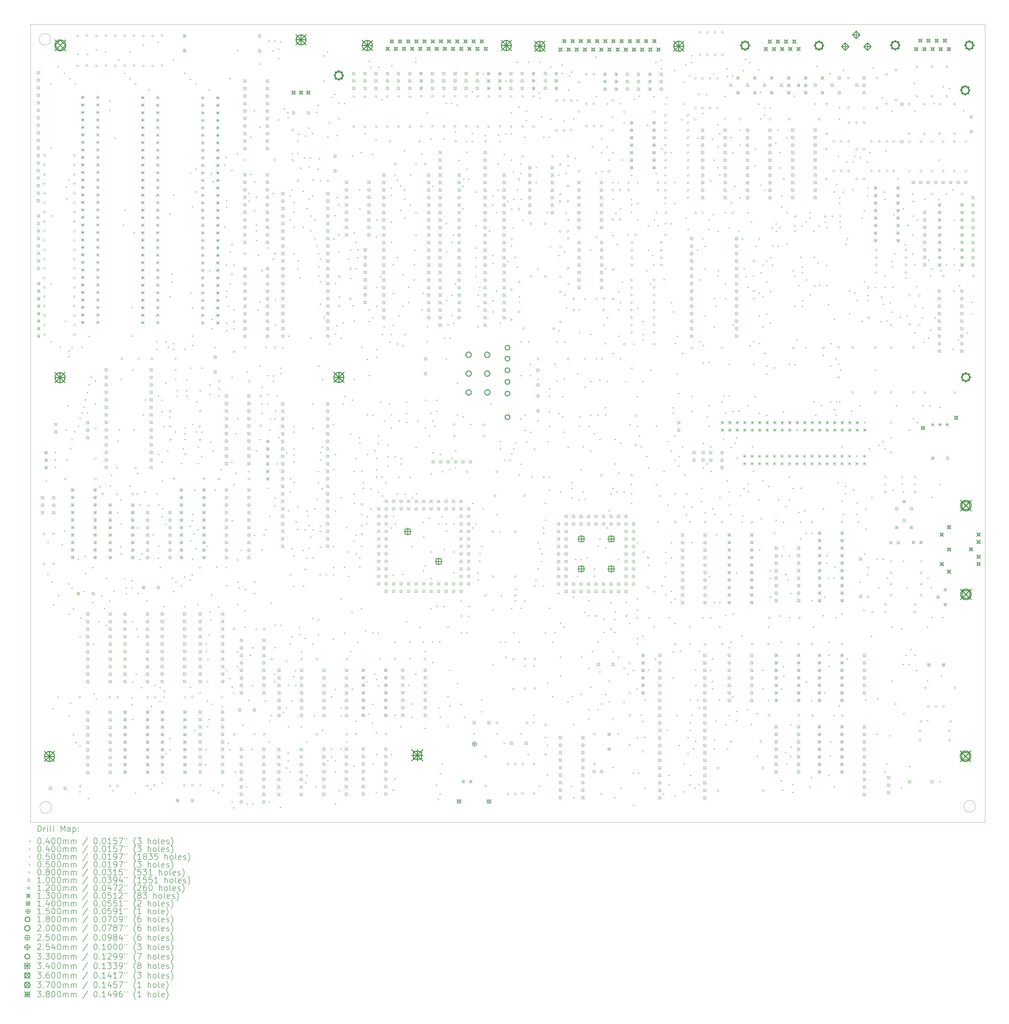
<source format=gbr>
%TF.GenerationSoftware,KiCad,Pcbnew,8.0.0*%
%TF.CreationDate,2024-03-10T17:08:58+00:00*%
%TF.ProjectId,Commodore PC10 III,436f6d6d-6f64-46f7-9265-205043313020,1.0*%
%TF.SameCoordinates,Original*%
%TF.FileFunction,Drillmap*%
%TF.FilePolarity,Positive*%
%FSLAX45Y45*%
G04 Gerber Fmt 4.5, Leading zero omitted, Abs format (unit mm)*
G04 Created by KiCad (PCBNEW 8.0.0) date 2024-03-10 17:08:58*
%MOMM*%
%LPD*%
G01*
G04 APERTURE LIST*
%ADD10C,0.100000*%
%ADD11C,0.200000*%
%ADD12C,0.120000*%
%ADD13C,0.130000*%
%ADD14C,0.140000*%
%ADD15C,0.150000*%
%ADD16C,0.180000*%
%ADD17C,0.250000*%
%ADD18C,0.254000*%
%ADD19C,0.330000*%
%ADD20C,0.340000*%
%ADD21C,0.360000*%
%ADD22C,0.370000*%
%ADD23C,0.380000*%
G04 APERTURE END LIST*
D10*
X42813000Y-33786000D02*
G75*
G02*
X42417020Y-33786000I-197990J0D01*
G01*
X42417020Y-33786000D02*
G75*
G02*
X42813000Y-33786000I197990J0D01*
G01*
X11499990Y-33826010D02*
G75*
G02*
X11104010Y-33826010I-197990J0D01*
G01*
X11104010Y-33826010D02*
G75*
G02*
X11499990Y-33826010I197990J0D01*
G01*
X10783000Y-7315000D02*
X43135000Y-7315000D01*
X43135000Y-34323000D01*
X10783000Y-34323000D01*
X10783000Y-7315000D01*
X11474990Y-7820010D02*
G75*
G02*
X11079010Y-7820010I-197990J0D01*
G01*
X11079010Y-7820010D02*
G75*
G02*
X11474990Y-7820010I197990J0D01*
G01*
D11*
D10*
X23822000Y-8581000D02*
X23862000Y-8621000D01*
X23862000Y-8581000D02*
X23822000Y-8621000D01*
X23823000Y-8430000D02*
X23863000Y-8470000D01*
X23863000Y-8430000D02*
X23823000Y-8470000D01*
X30942600Y-19377980D02*
X30982600Y-19417980D01*
X30982600Y-19377980D02*
X30942600Y-19417980D01*
X11649000Y-22059000D02*
G75*
G02*
X11609000Y-22059000I-20000J0D01*
G01*
X11609000Y-22059000D02*
G75*
G02*
X11649000Y-22059000I20000J0D01*
G01*
X11650000Y-21808000D02*
G75*
G02*
X11610000Y-21808000I-20000J0D01*
G01*
X11610000Y-21808000D02*
G75*
G02*
X11650000Y-21808000I20000J0D01*
G01*
X11651000Y-22313000D02*
G75*
G02*
X11611000Y-22313000I-20000J0D01*
G01*
X11611000Y-22313000D02*
G75*
G02*
X11651000Y-22313000I20000J0D01*
G01*
X11317000Y-22747000D02*
X11317000Y-22797000D01*
X11292000Y-22772000D02*
X11342000Y-22772000D01*
X11369000Y-25911000D02*
X11369000Y-25961000D01*
X11344000Y-25936000D02*
X11394000Y-25936000D01*
X11380000Y-24829000D02*
X11380000Y-24879000D01*
X11355000Y-24854000D02*
X11405000Y-24854000D01*
X11485000Y-9310000D02*
X11485000Y-9360000D01*
X11460000Y-9335000D02*
X11510000Y-9335000D01*
X11485000Y-18030000D02*
X11485000Y-18080000D01*
X11460000Y-18055000D02*
X11510000Y-18055000D01*
X11486000Y-11476000D02*
X11486000Y-11526000D01*
X11461000Y-11501000D02*
X11511000Y-11501000D01*
X11486000Y-16061000D02*
X11486000Y-16111000D01*
X11461000Y-16086000D02*
X11511000Y-16086000D01*
X11487000Y-13770000D02*
X11487000Y-13820000D01*
X11462000Y-13795000D02*
X11512000Y-13795000D01*
X11505000Y-26165000D02*
X11505000Y-26215000D01*
X11480000Y-26190000D02*
X11530000Y-26190000D01*
X11541000Y-30455000D02*
X11541000Y-30505000D01*
X11516000Y-30480000D02*
X11566000Y-30480000D01*
X11565000Y-26940000D02*
X11565000Y-26990000D01*
X11540000Y-26965000D02*
X11590000Y-26965000D01*
X11726000Y-30065000D02*
X11726000Y-30115000D01*
X11701000Y-30090000D02*
X11751000Y-30090000D01*
X11729000Y-8711000D02*
X11729000Y-8761000D01*
X11704000Y-8736000D02*
X11754000Y-8736000D01*
X11732000Y-26619000D02*
X11732000Y-26669000D01*
X11707000Y-26644000D02*
X11757000Y-26644000D01*
X11806000Y-18223000D02*
X11806000Y-18273000D01*
X11781000Y-18248000D02*
X11831000Y-18248000D01*
X11859000Y-24904000D02*
X11859000Y-24954000D01*
X11834000Y-24929000D02*
X11884000Y-24929000D01*
X11927000Y-8943000D02*
X11927000Y-8993000D01*
X11902000Y-8968000D02*
X11952000Y-8968000D01*
X11948550Y-24448000D02*
X11948550Y-24498000D01*
X11923550Y-24473000D02*
X11973550Y-24473000D01*
X11968000Y-17341000D02*
X11968000Y-17391000D01*
X11943000Y-17366000D02*
X11993000Y-17366000D01*
X11995000Y-21027000D02*
X11995000Y-21077000D01*
X11970000Y-21052000D02*
X12020000Y-21052000D01*
X11997000Y-12795000D02*
X11997000Y-12845000D01*
X11972000Y-12820000D02*
X12022000Y-12820000D01*
X12011000Y-13195000D02*
X12011000Y-13245000D01*
X11986000Y-13220000D02*
X12036000Y-13220000D01*
X12021000Y-22033000D02*
X12021000Y-22083000D01*
X11996000Y-22058000D02*
X12046000Y-22058000D01*
X12059450Y-20201000D02*
X12059450Y-20251000D01*
X12034450Y-20226000D02*
X12084450Y-20226000D01*
X12077000Y-12555000D02*
X12077000Y-12605000D01*
X12052000Y-12580000D02*
X12102000Y-12580000D01*
X12081000Y-18538000D02*
X12081000Y-18588000D01*
X12056000Y-18563000D02*
X12106000Y-18563000D01*
X12085000Y-27254000D02*
X12085000Y-27304000D01*
X12060000Y-27279000D02*
X12110000Y-27279000D01*
X12085000Y-30713000D02*
X12085000Y-30763000D01*
X12060000Y-30738000D02*
X12110000Y-30738000D01*
X12086000Y-26232000D02*
X12086000Y-26282000D01*
X12061000Y-26257000D02*
X12111000Y-26257000D01*
X12090000Y-18349000D02*
X12090000Y-18399000D01*
X12065000Y-18374000D02*
X12115000Y-18374000D01*
X12123000Y-9128000D02*
X12123000Y-9178000D01*
X12098000Y-9153000D02*
X12148000Y-9153000D01*
X12137550Y-30264000D02*
X12137550Y-30314000D01*
X12112550Y-30289000D02*
X12162550Y-30289000D01*
X12145000Y-21661000D02*
X12145000Y-21711000D01*
X12120000Y-21686000D02*
X12170000Y-21686000D01*
X12188000Y-21346000D02*
X12188000Y-21396000D01*
X12163000Y-21371000D02*
X12213000Y-21371000D01*
X12188000Y-26372000D02*
X12188000Y-26422000D01*
X12163000Y-26397000D02*
X12213000Y-26397000D01*
X12190000Y-18221000D02*
X12190000Y-18271000D01*
X12165000Y-18246000D02*
X12215000Y-18246000D01*
X12243000Y-27076000D02*
X12243000Y-27126000D01*
X12218000Y-27101000D02*
X12268000Y-27101000D01*
X12244000Y-31340000D02*
X12244000Y-31390000D01*
X12219000Y-31365000D02*
X12269000Y-31365000D01*
X12282000Y-21078000D02*
X12282000Y-21128000D01*
X12257000Y-21103000D02*
X12307000Y-21103000D01*
X12312000Y-9308000D02*
X12312000Y-9358000D01*
X12287000Y-9333000D02*
X12337000Y-9333000D01*
X12337000Y-31596000D02*
X12337000Y-31646000D01*
X12312000Y-31621000D02*
X12362000Y-31621000D01*
X12386000Y-8295000D02*
X12386000Y-8345000D01*
X12361000Y-8320000D02*
X12411000Y-8320000D01*
X12407000Y-25404000D02*
X12407000Y-25454000D01*
X12382000Y-25429000D02*
X12432000Y-25429000D01*
X12408000Y-20886000D02*
X12408000Y-20936000D01*
X12383000Y-20911000D02*
X12433000Y-20911000D01*
X12465000Y-20629000D02*
X12465000Y-20679000D01*
X12440000Y-20654000D02*
X12490000Y-20654000D01*
X12466000Y-31723000D02*
X12466000Y-31773000D01*
X12441000Y-31748000D02*
X12491000Y-31748000D01*
X12466000Y-33265000D02*
X12466000Y-33315000D01*
X12441000Y-33290000D02*
X12491000Y-33290000D01*
X12467000Y-28016000D02*
X12467000Y-28066000D01*
X12442000Y-28041000D02*
X12492000Y-28041000D01*
X12501000Y-27381000D02*
X12501000Y-27431000D01*
X12476000Y-27406000D02*
X12526000Y-27406000D01*
X12530000Y-18221000D02*
X12530000Y-18271000D01*
X12505000Y-18246000D02*
X12555000Y-18246000D01*
X12532000Y-20440000D02*
X12532000Y-20490000D01*
X12507000Y-20465000D02*
X12557000Y-20465000D01*
X12594000Y-26487000D02*
X12594000Y-26537000D01*
X12569000Y-26512000D02*
X12619000Y-26512000D01*
X12601000Y-20249000D02*
X12601000Y-20299000D01*
X12576000Y-20274000D02*
X12626000Y-20274000D01*
X12630000Y-25296000D02*
X12630000Y-25346000D01*
X12605000Y-25321000D02*
X12655000Y-25321000D01*
X12637000Y-19998000D02*
X12637000Y-20048000D01*
X12612000Y-20023000D02*
X12662000Y-20023000D01*
X12653000Y-25873000D02*
X12653000Y-25923000D01*
X12628000Y-25898000D02*
X12678000Y-25898000D01*
X12705000Y-19755000D02*
X12705000Y-19805000D01*
X12680000Y-19780000D02*
X12730000Y-19780000D01*
X12709000Y-8299000D02*
X12709000Y-8349000D01*
X12684000Y-8324000D02*
X12734000Y-8324000D01*
X12721000Y-20448000D02*
X12721000Y-20498000D01*
X12696000Y-20473000D02*
X12746000Y-20473000D01*
X12750000Y-33497000D02*
X12750000Y-33547000D01*
X12725000Y-33522000D02*
X12775000Y-33522000D01*
X12768000Y-19493000D02*
X12768000Y-19543000D01*
X12743000Y-19518000D02*
X12793000Y-19518000D01*
X12772000Y-17849000D02*
X12772000Y-17899000D01*
X12747000Y-17874000D02*
X12797000Y-17874000D01*
X12846000Y-19232000D02*
X12846000Y-19282000D01*
X12821000Y-19257000D02*
X12871000Y-19257000D01*
X12894000Y-25684000D02*
X12894000Y-25734000D01*
X12869000Y-25709000D02*
X12919000Y-25709000D01*
X12897000Y-26865000D02*
X12897000Y-26915000D01*
X12872000Y-26890000D02*
X12922000Y-26890000D01*
X12912000Y-28270000D02*
X12912000Y-28320000D01*
X12887000Y-28295000D02*
X12937000Y-28295000D01*
X12946000Y-29949000D02*
X12946000Y-29999000D01*
X12921000Y-29974000D02*
X12971000Y-29974000D01*
X12980000Y-19365000D02*
X12980000Y-19415000D01*
X12955000Y-19390000D02*
X13005000Y-19390000D01*
X12984000Y-20128000D02*
X12984000Y-20178000D01*
X12959000Y-20153000D02*
X13009000Y-20153000D01*
X13015000Y-8135000D02*
X13015000Y-8185000D01*
X12990000Y-8160000D02*
X13040000Y-8160000D01*
X13015000Y-30132000D02*
X13015000Y-30182000D01*
X12990000Y-30157000D02*
X13040000Y-30157000D01*
X13104000Y-27510000D02*
X13104000Y-27560000D01*
X13079000Y-27535000D02*
X13129000Y-27535000D01*
X13146000Y-22936000D02*
X13146000Y-22986000D01*
X13121000Y-22961000D02*
X13171000Y-22961000D01*
X13202000Y-26629000D02*
X13202000Y-26679000D01*
X13177000Y-26654000D02*
X13227000Y-26654000D01*
X13294000Y-27060000D02*
X13294000Y-27110000D01*
X13269000Y-27085000D02*
X13319000Y-27085000D01*
X13328000Y-8202000D02*
X13328000Y-8252000D01*
X13303000Y-8227000D02*
X13353000Y-8227000D01*
X13353000Y-27639000D02*
X13353000Y-27689000D01*
X13328000Y-27664000D02*
X13378000Y-27664000D01*
X13356000Y-26044000D02*
X13356000Y-26094000D01*
X13331000Y-26069000D02*
X13381000Y-26069000D01*
X13462000Y-26812000D02*
X13462000Y-26862000D01*
X13437000Y-26837000D02*
X13487000Y-26837000D01*
X13468000Y-9881000D02*
X13468000Y-9931000D01*
X13443000Y-9906000D02*
X13493000Y-9906000D01*
X13472000Y-10199000D02*
X13472000Y-10249000D01*
X13447000Y-10224000D02*
X13497000Y-10224000D01*
X13487000Y-22922000D02*
X13487000Y-22972000D01*
X13462000Y-22947000D02*
X13512000Y-22947000D01*
X13528000Y-22558000D02*
X13528000Y-22608000D01*
X13503000Y-22583000D02*
X13553000Y-22583000D01*
X13580000Y-33235000D02*
X13580000Y-33285000D01*
X13555000Y-33260000D02*
X13605000Y-33260000D01*
X13610550Y-26480450D02*
X13610550Y-26530450D01*
X13585550Y-26505450D02*
X13635550Y-26505450D01*
X13653000Y-11140000D02*
X13653000Y-11190000D01*
X13628000Y-11165000D02*
X13678000Y-11165000D01*
X13717000Y-22285000D02*
X13717000Y-22335000D01*
X13692000Y-22310000D02*
X13742000Y-22310000D01*
X13717000Y-23198000D02*
X13717000Y-23248000D01*
X13692000Y-23223000D02*
X13742000Y-23223000D01*
X13735000Y-23813000D02*
X13735000Y-23863000D01*
X13710000Y-23838000D02*
X13760000Y-23838000D01*
X13741000Y-21396000D02*
X13741000Y-21446000D01*
X13716000Y-21421000D02*
X13766000Y-21421000D01*
X13777000Y-8488000D02*
X13777000Y-8538000D01*
X13752000Y-8513000D02*
X13802000Y-8513000D01*
X13801000Y-21014000D02*
X13801000Y-21064000D01*
X13776000Y-21039000D02*
X13826000Y-21039000D01*
X13837000Y-24976000D02*
X13837000Y-25026000D01*
X13812000Y-25001000D02*
X13862000Y-25001000D01*
X13844000Y-23382000D02*
X13844000Y-23432000D01*
X13819000Y-23407000D02*
X13869000Y-23407000D01*
X13864550Y-24187000D02*
X13864550Y-24237000D01*
X13839550Y-24212000D02*
X13889550Y-24212000D01*
X13865550Y-25204000D02*
X13865550Y-25254000D01*
X13840550Y-25229000D02*
X13890550Y-25229000D01*
X13867000Y-19301000D02*
X13867000Y-19351000D01*
X13842000Y-19326000D02*
X13892000Y-19326000D01*
X13932000Y-14082000D02*
X13932000Y-14132000D01*
X13907000Y-14107000D02*
X13957000Y-14107000D01*
X13968000Y-8943000D02*
X13968000Y-8993000D01*
X13943000Y-8968000D02*
X13993000Y-8968000D01*
X13974000Y-26052000D02*
X13974000Y-26102000D01*
X13949000Y-26077000D02*
X13999000Y-26077000D01*
X13983000Y-13584000D02*
X13983000Y-13634000D01*
X13958000Y-13609000D02*
X14008000Y-13609000D01*
X14032000Y-26372000D02*
X14032000Y-26422000D01*
X14007000Y-26397000D02*
X14057000Y-26397000D01*
X14032000Y-26564000D02*
X14032000Y-26614000D01*
X14007000Y-26589000D02*
X14057000Y-26589000D01*
X14154000Y-8211000D02*
X14154000Y-8261000D01*
X14129000Y-8236000D02*
X14179000Y-8236000D01*
X14156000Y-9131000D02*
X14156000Y-9181000D01*
X14131000Y-9156000D02*
X14181000Y-9156000D01*
X14161000Y-22924000D02*
X14161000Y-22974000D01*
X14136000Y-22949000D02*
X14186000Y-22949000D01*
X14218000Y-30323000D02*
X14218000Y-30373000D01*
X14193000Y-30348000D02*
X14243000Y-30348000D01*
X14221000Y-26374000D02*
X14221000Y-26424000D01*
X14196000Y-26399000D02*
X14246000Y-26399000D01*
X14223000Y-26119000D02*
X14223000Y-26169000D01*
X14198000Y-26144000D02*
X14248000Y-26144000D01*
X14226000Y-16878000D02*
X14226000Y-16928000D01*
X14201000Y-16903000D02*
X14251000Y-16903000D01*
X14226000Y-17840000D02*
X14226000Y-17890000D01*
X14201000Y-17865000D02*
X14251000Y-17865000D01*
X14227000Y-30082000D02*
X14227000Y-30132000D01*
X14202000Y-30107000D02*
X14252000Y-30107000D01*
X14238000Y-30821000D02*
X14238000Y-30871000D01*
X14213000Y-30846000D02*
X14263000Y-30846000D01*
X14240000Y-29550000D02*
X14240000Y-29600000D01*
X14215000Y-29575000D02*
X14265000Y-29575000D01*
X14242000Y-27501000D02*
X14242000Y-27551000D01*
X14217000Y-27526000D02*
X14267000Y-27526000D01*
X14249000Y-18987000D02*
X14249000Y-19037000D01*
X14224000Y-19012000D02*
X14274000Y-19012000D01*
X14291000Y-21015000D02*
X14291000Y-21065000D01*
X14266000Y-21040000D02*
X14316000Y-21040000D01*
X14304000Y-14346000D02*
X14304000Y-14396000D01*
X14279000Y-14371000D02*
X14329000Y-14371000D01*
X14339000Y-33305000D02*
X14339000Y-33355000D01*
X14314000Y-33330000D02*
X14364000Y-33330000D01*
X14348000Y-9308000D02*
X14348000Y-9358000D01*
X14323000Y-9333000D02*
X14373000Y-9333000D01*
X14350000Y-22306000D02*
X14350000Y-22356000D01*
X14325000Y-22331000D02*
X14375000Y-22331000D01*
X14364000Y-29285000D02*
X14364000Y-29335000D01*
X14339000Y-29310000D02*
X14389000Y-29310000D01*
X14373000Y-27755000D02*
X14373000Y-27805000D01*
X14348000Y-27780000D02*
X14398000Y-27780000D01*
X14414000Y-23193000D02*
X14414000Y-23243000D01*
X14389000Y-23218000D02*
X14439000Y-23218000D01*
X14416000Y-22488000D02*
X14416000Y-22538000D01*
X14391000Y-22513000D02*
X14441000Y-22513000D01*
X14418444Y-24334112D02*
X14418444Y-24384112D01*
X14393444Y-24359112D02*
X14443444Y-24359112D01*
X14433000Y-28014000D02*
X14433000Y-28064000D01*
X14408000Y-28039000D02*
X14458000Y-28039000D01*
X14438000Y-26551000D02*
X14438000Y-26601000D01*
X14413000Y-26576000D02*
X14463000Y-26576000D01*
X14453000Y-18602000D02*
X14453000Y-18652000D01*
X14428000Y-18627000D02*
X14478000Y-18627000D01*
X14497000Y-25404000D02*
X14497000Y-25454000D01*
X14472000Y-25429000D02*
X14522000Y-25429000D01*
X14503000Y-23556000D02*
X14503000Y-23606000D01*
X14478000Y-23581000D02*
X14528000Y-23581000D01*
X14547000Y-29748000D02*
X14547000Y-29798000D01*
X14522000Y-29773000D02*
X14572000Y-29773000D01*
X14566000Y-25205000D02*
X14566000Y-25255000D01*
X14541000Y-25230000D02*
X14591000Y-25230000D01*
X14610000Y-20508000D02*
X14610000Y-20558000D01*
X14585000Y-20533000D02*
X14635000Y-20533000D01*
X14617000Y-7976000D02*
X14617000Y-8026000D01*
X14592000Y-8001000D02*
X14642000Y-8001000D01*
X14666000Y-23127000D02*
X14666000Y-23177000D01*
X14641000Y-23152000D02*
X14691000Y-23152000D01*
X14691000Y-20000000D02*
X14691000Y-20050000D01*
X14666000Y-20025000D02*
X14716000Y-20025000D01*
X14729000Y-26804000D02*
X14729000Y-26854000D01*
X14704000Y-26829000D02*
X14754000Y-26829000D01*
X14792000Y-9501000D02*
X14792000Y-9551000D01*
X14767000Y-9526000D02*
X14817000Y-9526000D01*
X14793000Y-23576000D02*
X14793000Y-23626000D01*
X14768000Y-23601000D02*
X14818000Y-23601000D01*
X14875000Y-30376000D02*
X14875000Y-30426000D01*
X14850000Y-30401000D02*
X14900000Y-30401000D01*
X14880000Y-33186000D02*
X14880000Y-33236000D01*
X14855000Y-33211000D02*
X14905000Y-33211000D01*
X14945550Y-24576000D02*
X14945550Y-24626000D01*
X14920550Y-24601000D02*
X14970550Y-24601000D01*
X15006550Y-29665370D02*
X15006550Y-29715370D01*
X14981550Y-29690370D02*
X15031550Y-29690370D01*
X15058000Y-18035000D02*
X15058000Y-18085000D01*
X15033000Y-18060000D02*
X15083000Y-18060000D01*
X15061000Y-18290000D02*
X15061000Y-18340000D01*
X15036000Y-18315000D02*
X15086000Y-18315000D01*
X15069000Y-23181000D02*
X15069000Y-23231000D01*
X15044000Y-23206000D02*
X15094000Y-23206000D01*
X15105000Y-7896000D02*
X15105000Y-7946000D01*
X15080000Y-7921000D02*
X15130000Y-7921000D01*
X15115000Y-25358000D02*
X15115000Y-25408000D01*
X15090000Y-25383000D02*
X15140000Y-25383000D01*
X15124000Y-19876000D02*
X15124000Y-19926000D01*
X15099000Y-19901000D02*
X15149000Y-19901000D01*
X15133000Y-23558000D02*
X15133000Y-23608000D01*
X15108000Y-23583000D02*
X15158000Y-23583000D01*
X15133000Y-24954000D02*
X15133000Y-25004000D01*
X15108000Y-24979000D02*
X15158000Y-24979000D01*
X15134000Y-21842000D02*
X15134000Y-21892000D01*
X15109000Y-21867000D02*
X15159000Y-21867000D01*
X15170000Y-29741000D02*
X15170000Y-29791000D01*
X15145000Y-29766000D02*
X15195000Y-29766000D01*
X15173000Y-30200000D02*
X15173000Y-30250000D01*
X15148000Y-30225000D02*
X15198000Y-30225000D01*
X15177000Y-25669000D02*
X15177000Y-25719000D01*
X15152000Y-25694000D02*
X15202000Y-25694000D01*
X15240000Y-20010000D02*
X15240000Y-20060000D01*
X15215000Y-20035000D02*
X15265000Y-20035000D01*
X15246000Y-20395000D02*
X15246000Y-20445000D01*
X15221000Y-20420000D02*
X15271000Y-20420000D01*
X15246000Y-22107000D02*
X15246000Y-22157000D01*
X15221000Y-22132000D02*
X15271000Y-22132000D01*
X15250000Y-23956000D02*
X15250000Y-24006000D01*
X15225000Y-23981000D02*
X15275000Y-23981000D01*
X15257000Y-22731000D02*
X15257000Y-22781000D01*
X15232000Y-22756000D02*
X15282000Y-22756000D01*
X15260000Y-32991000D02*
X15260000Y-33041000D01*
X15235000Y-33016000D02*
X15285000Y-33016000D01*
X15265000Y-23683000D02*
X15265000Y-23733000D01*
X15240000Y-23708000D02*
X15290000Y-23708000D01*
X15305000Y-26997000D02*
X15305000Y-27047000D01*
X15280000Y-27022000D02*
X15330000Y-27022000D01*
X15306000Y-30062000D02*
X15306000Y-30112000D01*
X15281000Y-30087000D02*
X15331000Y-30087000D01*
X15307000Y-20898000D02*
X15307000Y-20948000D01*
X15282000Y-20923000D02*
X15332000Y-20923000D01*
X15321000Y-29864000D02*
X15321000Y-29914000D01*
X15296000Y-29889000D02*
X15346000Y-29889000D01*
X15368000Y-24212000D02*
X15368000Y-24262000D01*
X15343000Y-24237000D02*
X15393000Y-24237000D01*
X15376000Y-19434000D02*
X15376000Y-19484000D01*
X15351000Y-19459000D02*
X15401000Y-19459000D01*
X15378000Y-18039000D02*
X15378000Y-18089000D01*
X15353000Y-18064000D02*
X15403000Y-18064000D01*
X15384000Y-31973000D02*
X15384000Y-32023000D01*
X15359000Y-31998000D02*
X15409000Y-31998000D01*
X15431000Y-21734000D02*
X15431000Y-21784000D01*
X15406000Y-21759000D02*
X15456000Y-21759000D01*
X15448000Y-18222000D02*
X15448000Y-18272000D01*
X15423000Y-18247000D02*
X15473000Y-18247000D01*
X15501000Y-20585000D02*
X15501000Y-20635000D01*
X15476000Y-20610000D02*
X15526000Y-20610000D01*
X15506000Y-13711000D02*
X15506000Y-13761000D01*
X15481000Y-13736000D02*
X15531000Y-13736000D01*
X15511000Y-16506000D02*
X15511000Y-16556000D01*
X15486000Y-16531000D02*
X15536000Y-16531000D01*
X15511000Y-31461000D02*
X15511000Y-31511000D01*
X15486000Y-31486000D02*
X15536000Y-31486000D01*
X15513000Y-31845000D02*
X15513000Y-31895000D01*
X15488000Y-31870000D02*
X15538000Y-31870000D01*
X15575000Y-15739000D02*
X15575000Y-15789000D01*
X15550000Y-15764000D02*
X15600000Y-15764000D01*
X15576000Y-16000000D02*
X15576000Y-16050000D01*
X15551000Y-16025000D02*
X15601000Y-16025000D01*
X15584000Y-26034000D02*
X15584000Y-26084000D01*
X15559000Y-26059000D02*
X15609000Y-26059000D01*
X15628000Y-8488000D02*
X15628000Y-8538000D01*
X15603000Y-8513000D02*
X15653000Y-8513000D01*
X15633000Y-13067000D02*
X15633000Y-13117000D01*
X15608000Y-13092000D02*
X15658000Y-13092000D01*
X15634000Y-18292000D02*
X15634000Y-18342000D01*
X15609000Y-18317000D02*
X15659000Y-18317000D01*
X15638000Y-26483000D02*
X15638000Y-26533000D01*
X15613000Y-26508000D02*
X15663000Y-26508000D01*
X15639000Y-18094000D02*
X15639000Y-18144000D01*
X15614000Y-18119000D02*
X15664000Y-18119000D01*
X15697000Y-21081000D02*
X15697000Y-21131000D01*
X15672000Y-21106000D02*
X15722000Y-21106000D01*
X15703000Y-18605000D02*
X15703000Y-18655000D01*
X15678000Y-18630000D02*
X15728000Y-18630000D01*
X15703000Y-18983000D02*
X15703000Y-19033000D01*
X15678000Y-19008000D02*
X15728000Y-19008000D01*
X15703000Y-19301000D02*
X15703000Y-19351000D01*
X15678000Y-19326000D02*
X15728000Y-19326000D01*
X15714550Y-26164000D02*
X15714550Y-26214000D01*
X15689550Y-26189000D02*
X15739550Y-26189000D01*
X15760000Y-19682000D02*
X15760000Y-19732000D01*
X15735000Y-19707000D02*
X15785000Y-19707000D01*
X15761000Y-19881000D02*
X15761000Y-19931000D01*
X15736000Y-19906000D02*
X15786000Y-19906000D01*
X15900000Y-22161000D02*
X15900000Y-22211000D01*
X15875000Y-22186000D02*
X15925000Y-22186000D01*
X15900000Y-26294000D02*
X15900000Y-26344000D01*
X15875000Y-26319000D02*
X15925000Y-26319000D01*
X15968000Y-21652000D02*
X15968000Y-21702000D01*
X15943000Y-21677000D02*
X15993000Y-21677000D01*
X16011000Y-25990000D02*
X16011000Y-26040000D01*
X15986000Y-26015000D02*
X16036000Y-26015000D01*
X16011000Y-26997000D02*
X16011000Y-27047000D01*
X15986000Y-27022000D02*
X16036000Y-27022000D01*
X16012000Y-8943000D02*
X16012000Y-8993000D01*
X15987000Y-8968000D02*
X16037000Y-8968000D01*
X16016000Y-21154000D02*
X16016000Y-21204000D01*
X15991000Y-21179000D02*
X16041000Y-21179000D01*
X16019000Y-18283000D02*
X16019000Y-18333000D01*
X15994000Y-18308000D02*
X16044000Y-18308000D01*
X16025000Y-20958000D02*
X16025000Y-21008000D01*
X16000000Y-20983000D02*
X16050000Y-20983000D01*
X16028000Y-21335000D02*
X16028000Y-21385000D01*
X16003000Y-21360000D02*
X16053000Y-21360000D01*
X16030000Y-21840000D02*
X16030000Y-21890000D01*
X16005000Y-21865000D02*
X16055000Y-21865000D01*
X16082000Y-19685000D02*
X16082000Y-19735000D01*
X16057000Y-19710000D02*
X16107000Y-19710000D01*
X16083000Y-19317000D02*
X16083000Y-19367000D01*
X16058000Y-19342000D02*
X16108000Y-19342000D01*
X16084000Y-19881000D02*
X16084000Y-19931000D01*
X16059000Y-19906000D02*
X16109000Y-19906000D01*
X16195000Y-29733000D02*
X16195000Y-29783000D01*
X16170000Y-29758000D02*
X16220000Y-29758000D01*
X16196000Y-26103000D02*
X16196000Y-26153000D01*
X16171000Y-26128000D02*
X16221000Y-26128000D01*
X16197000Y-24285000D02*
X16197000Y-24335000D01*
X16172000Y-24310000D02*
X16222000Y-24310000D01*
X16205000Y-12316000D02*
X16205000Y-12366000D01*
X16180000Y-12341000D02*
X16230000Y-12341000D01*
X16206000Y-9133000D02*
X16206000Y-9183000D01*
X16181000Y-9158000D02*
X16231000Y-9158000D01*
X16215000Y-16374000D02*
X16215000Y-16424000D01*
X16190000Y-16399000D02*
X16240000Y-16399000D01*
X16216000Y-18920000D02*
X16216000Y-18970000D01*
X16191000Y-18945000D02*
X16241000Y-18945000D01*
X16217000Y-24762000D02*
X16217000Y-24812000D01*
X16192000Y-24787000D02*
X16242000Y-24787000D01*
X16265000Y-25927000D02*
X16265000Y-25977000D01*
X16240000Y-25952000D02*
X16290000Y-25952000D01*
X16268000Y-24079000D02*
X16268000Y-24129000D01*
X16243000Y-24104000D02*
X16293000Y-24104000D01*
X16269000Y-13457000D02*
X16269000Y-13507000D01*
X16244000Y-13482000D02*
X16294000Y-13482000D01*
X16273000Y-16882000D02*
X16273000Y-16932000D01*
X16248000Y-16907000D02*
X16298000Y-16907000D01*
X16273000Y-17840000D02*
X16273000Y-17890000D01*
X16248000Y-17865000D02*
X16298000Y-17865000D01*
X16275821Y-25395427D02*
X16275821Y-25445427D01*
X16250821Y-25420427D02*
X16300821Y-25420427D01*
X16279000Y-20831000D02*
X16279000Y-20881000D01*
X16254000Y-20856000D02*
X16304000Y-20856000D01*
X16280000Y-23874000D02*
X16280000Y-23924000D01*
X16255000Y-23899000D02*
X16305000Y-23899000D01*
X16282000Y-18155000D02*
X16282000Y-18205000D01*
X16257000Y-18180000D02*
X16307000Y-18180000D01*
X16331000Y-24532000D02*
X16331000Y-24582000D01*
X16306000Y-24557000D02*
X16356000Y-24557000D01*
X16356000Y-31194000D02*
X16356000Y-31244000D01*
X16331000Y-31219000D02*
X16381000Y-31219000D01*
X16358000Y-23057000D02*
X16358000Y-23107000D01*
X16333000Y-23082000D02*
X16383000Y-23082000D01*
X16390000Y-25038000D02*
X16390000Y-25088000D01*
X16365000Y-25063000D02*
X16415000Y-25063000D01*
X16396000Y-9308000D02*
X16396000Y-9358000D01*
X16371000Y-9333000D02*
X16421000Y-9333000D01*
X16398000Y-21084000D02*
X16398000Y-21134000D01*
X16373000Y-21109000D02*
X16423000Y-21109000D01*
X16399000Y-12185000D02*
X16399000Y-12235000D01*
X16374000Y-12210000D02*
X16424000Y-12210000D01*
X16404000Y-12952000D02*
X16404000Y-13002000D01*
X16379000Y-12977000D02*
X16429000Y-12977000D01*
X16417000Y-20061000D02*
X16417000Y-20111000D01*
X16392000Y-20086000D02*
X16442000Y-20086000D01*
X16455000Y-26934000D02*
X16455000Y-26984000D01*
X16430000Y-26959000D02*
X16480000Y-26959000D01*
X16463000Y-24395000D02*
X16463000Y-24445000D01*
X16438000Y-24420000D02*
X16488000Y-24420000D01*
X16464000Y-21597000D02*
X16464000Y-21647000D01*
X16439000Y-21622000D02*
X16489000Y-21622000D01*
X16473000Y-22159000D02*
X16473000Y-22209000D01*
X16448000Y-22184000D02*
X16498000Y-22184000D01*
X16524000Y-25679000D02*
X16524000Y-25729000D01*
X16499000Y-25704000D02*
X16549000Y-25704000D01*
X16528000Y-29922000D02*
X16528000Y-29972000D01*
X16503000Y-29947000D02*
X16553000Y-29947000D01*
X16532000Y-33046000D02*
X16532000Y-33096000D01*
X16507000Y-33071000D02*
X16557000Y-33071000D01*
X16537000Y-19683000D02*
X16537000Y-19733000D01*
X16512000Y-19708000D02*
X16562000Y-19708000D01*
X16588000Y-21093000D02*
X16588000Y-21143000D01*
X16563000Y-21118000D02*
X16613000Y-21118000D01*
X16589000Y-21914000D02*
X16589000Y-21964000D01*
X16564000Y-21939000D02*
X16614000Y-21939000D01*
X16594000Y-18920000D02*
X16594000Y-18970000D01*
X16569000Y-18945000D02*
X16619000Y-18945000D01*
X16712000Y-32354000D02*
X16712000Y-32404000D01*
X16687000Y-32379000D02*
X16737000Y-32379000D01*
X16734000Y-31838000D02*
X16734000Y-31888000D01*
X16709000Y-31863000D02*
X16759000Y-31863000D01*
X16737000Y-28264000D02*
X16737000Y-28314000D01*
X16712000Y-28289000D02*
X16762000Y-28289000D01*
X16737000Y-28520000D02*
X16737000Y-28570000D01*
X16712000Y-28545000D02*
X16762000Y-28545000D01*
X16780000Y-30184000D02*
X16780000Y-30234000D01*
X16755000Y-30209000D02*
X16805000Y-30209000D01*
X16782170Y-24964833D02*
X16782170Y-25014833D01*
X16757170Y-24989833D02*
X16807170Y-24989833D01*
X16790000Y-29533000D02*
X16790000Y-29583000D01*
X16765000Y-29558000D02*
X16815000Y-29558000D01*
X16790000Y-31067000D02*
X16790000Y-31117000D01*
X16765000Y-31092000D02*
X16815000Y-31092000D01*
X16797000Y-28776000D02*
X16797000Y-28826000D01*
X16772000Y-28801000D02*
X16822000Y-28801000D01*
X16835000Y-30818000D02*
X16835000Y-30868000D01*
X16810000Y-30843000D02*
X16860000Y-30843000D01*
X16836000Y-9500000D02*
X16836000Y-9550000D01*
X16811000Y-9525000D02*
X16861000Y-9525000D01*
X16842000Y-27961000D02*
X16842000Y-28011000D01*
X16817000Y-27986000D02*
X16867000Y-27986000D01*
X16854000Y-19495000D02*
X16854000Y-19545000D01*
X16829000Y-19520000D02*
X16879000Y-19520000D01*
X16856000Y-15625000D02*
X16856000Y-15675000D01*
X16831000Y-15650000D02*
X16881000Y-15650000D01*
X16863000Y-19812000D02*
X16863000Y-19862000D01*
X16838000Y-19837000D02*
X16888000Y-19837000D01*
X16864000Y-27184000D02*
X16864000Y-27234000D01*
X16839000Y-27209000D02*
X16889000Y-27209000D01*
X16888000Y-21432000D02*
X16888000Y-21482000D01*
X16863000Y-21457000D02*
X16913000Y-21457000D01*
X16910000Y-27458000D02*
X16910000Y-27508000D01*
X16885000Y-27483000D02*
X16935000Y-27483000D01*
X16916000Y-12354000D02*
X16916000Y-12404000D01*
X16891000Y-12379000D02*
X16941000Y-12379000D01*
X16918000Y-26608000D02*
X16918000Y-26658000D01*
X16893000Y-26633000D02*
X16943000Y-26633000D01*
X16921000Y-30305000D02*
X16921000Y-30355000D01*
X16896000Y-30330000D02*
X16946000Y-30330000D01*
X16925000Y-17269000D02*
X16925000Y-17319000D01*
X16900000Y-17294000D02*
X16950000Y-17294000D01*
X16925000Y-17586000D02*
X16925000Y-17636000D01*
X16900000Y-17611000D02*
X16950000Y-17611000D01*
X16972000Y-12610000D02*
X16972000Y-12660000D01*
X16947000Y-12635000D02*
X16997000Y-12635000D01*
X16973000Y-21728000D02*
X16973000Y-21778000D01*
X16948000Y-21753000D02*
X16998000Y-21753000D01*
X16983000Y-33226000D02*
X16983000Y-33276000D01*
X16958000Y-33251000D02*
X17008000Y-33251000D01*
X17041000Y-23052000D02*
X17041000Y-23102000D01*
X17016000Y-23077000D02*
X17066000Y-23077000D01*
X17043000Y-18225000D02*
X17043000Y-18275000D01*
X17018000Y-18250000D02*
X17068000Y-18250000D01*
X17097000Y-25657000D02*
X17097000Y-25707000D01*
X17072000Y-25682000D02*
X17122000Y-25682000D01*
X17159000Y-33300000D02*
X17159000Y-33350000D01*
X17134000Y-33325000D02*
X17184000Y-33325000D01*
X17164000Y-27012000D02*
X17164000Y-27062000D01*
X17139000Y-27037000D02*
X17189000Y-27037000D01*
X17177000Y-19627000D02*
X17177000Y-19677000D01*
X17152000Y-19652000D02*
X17202000Y-19652000D01*
X17178000Y-19871000D02*
X17178000Y-19921000D01*
X17153000Y-19896000D02*
X17203000Y-19896000D01*
X17245000Y-22354000D02*
X17245000Y-22404000D01*
X17220000Y-22379000D02*
X17270000Y-22379000D01*
X17286000Y-30386000D02*
X17286000Y-30436000D01*
X17261000Y-30411000D02*
X17311000Y-30411000D01*
X17359000Y-12039000D02*
X17359000Y-12089000D01*
X17334000Y-12064000D02*
X17384000Y-12064000D01*
X17363000Y-14146000D02*
X17363000Y-14196000D01*
X17338000Y-14171000D02*
X17388000Y-14171000D01*
X17417000Y-11783000D02*
X17417000Y-11833000D01*
X17392000Y-11808000D02*
X17442000Y-11808000D01*
X17422000Y-16508000D02*
X17422000Y-16558000D01*
X17397000Y-16533000D02*
X17447000Y-16533000D01*
X17426000Y-13254000D02*
X17426000Y-13304000D01*
X17401000Y-13279000D02*
X17451000Y-13279000D01*
X17427000Y-15436000D02*
X17427000Y-15486000D01*
X17402000Y-15461000D02*
X17452000Y-15461000D01*
X17427000Y-25684000D02*
X17427000Y-25734000D01*
X17402000Y-25709000D02*
X17452000Y-25709000D01*
X17429000Y-16316000D02*
X17429000Y-16366000D01*
X17404000Y-16341000D02*
X17454000Y-16341000D01*
X17429000Y-17401000D02*
X17429000Y-17451000D01*
X17404000Y-17426000D02*
X17454000Y-17426000D01*
X17429000Y-29163000D02*
X17429000Y-29213000D01*
X17404000Y-29188000D02*
X17454000Y-29188000D01*
X17430000Y-26293000D02*
X17430000Y-26343000D01*
X17405000Y-26318000D02*
X17455000Y-26318000D01*
X17431000Y-13460000D02*
X17431000Y-13510000D01*
X17406000Y-13485000D02*
X17456000Y-13485000D01*
X17434000Y-17650000D02*
X17434000Y-17700000D01*
X17409000Y-17675000D02*
X17459000Y-17675000D01*
X17492000Y-16823000D02*
X17492000Y-16873000D01*
X17467000Y-16848000D02*
X17517000Y-16848000D01*
X17496000Y-31637000D02*
X17496000Y-31687000D01*
X17471000Y-31662000D02*
X17521000Y-31662000D01*
X17542000Y-29432000D02*
X17542000Y-29482000D01*
X17517000Y-29457000D02*
X17567000Y-29457000D01*
X17543000Y-31843000D02*
X17543000Y-31893000D01*
X17518000Y-31868000D02*
X17568000Y-31868000D01*
X17545000Y-9117000D02*
X17545000Y-9167000D01*
X17520000Y-9142000D02*
X17570000Y-9142000D01*
X17551000Y-14980000D02*
X17551000Y-15030000D01*
X17526000Y-15005000D02*
X17576000Y-15005000D01*
X17554000Y-16067000D02*
X17554000Y-16117000D01*
X17529000Y-16092000D02*
X17579000Y-16092000D01*
X17610000Y-22106000D02*
X17610000Y-22156000D01*
X17585000Y-22131000D02*
X17635000Y-22131000D01*
X17612000Y-12233000D02*
X17612000Y-12283000D01*
X17587000Y-12258000D02*
X17637000Y-12258000D01*
X17618000Y-24087000D02*
X17618000Y-24137000D01*
X17593000Y-24112000D02*
X17643000Y-24112000D01*
X17618000Y-29729000D02*
X17618000Y-29779000D01*
X17593000Y-29754000D02*
X17643000Y-29754000D01*
X17620000Y-33612000D02*
X17620000Y-33662000D01*
X17595000Y-33637000D02*
X17645000Y-33637000D01*
X17622000Y-19235000D02*
X17622000Y-19285000D01*
X17597000Y-19260000D02*
X17647000Y-19260000D01*
X17670000Y-29934000D02*
X17670000Y-29984000D01*
X17645000Y-29959000D02*
X17695000Y-29959000D01*
X17677000Y-33807000D02*
X17677000Y-33857000D01*
X17652000Y-33832000D02*
X17702000Y-33832000D01*
X17679000Y-17590000D02*
X17679000Y-17640000D01*
X17654000Y-17615000D02*
X17704000Y-17615000D01*
X17681000Y-15431000D02*
X17681000Y-15481000D01*
X17656000Y-15456000D02*
X17706000Y-15456000D01*
X17682000Y-22859000D02*
X17682000Y-22909000D01*
X17657000Y-22884000D02*
X17707000Y-22884000D01*
X17683000Y-16951000D02*
X17683000Y-17001000D01*
X17658000Y-16976000D02*
X17708000Y-16976000D01*
X17731000Y-32606000D02*
X17731000Y-32656000D01*
X17706000Y-32631000D02*
X17756000Y-32631000D01*
X17736000Y-21141000D02*
X17736000Y-21191000D01*
X17711000Y-21166000D02*
X17761000Y-21166000D01*
X17750000Y-22477000D02*
X17750000Y-22527000D01*
X17725000Y-22502000D02*
X17775000Y-22502000D01*
X17796000Y-8173000D02*
X17796000Y-8223000D01*
X17771000Y-8198000D02*
X17821000Y-8198000D01*
X17797000Y-11670000D02*
X17797000Y-11720000D01*
X17772000Y-11695000D02*
X17822000Y-11695000D01*
X17797000Y-28540000D02*
X17797000Y-28590000D01*
X17772000Y-28565000D02*
X17822000Y-28565000D01*
X17799000Y-25420000D02*
X17799000Y-25470000D01*
X17774000Y-25445000D02*
X17824000Y-25445000D01*
X17801000Y-29029000D02*
X17801000Y-29079000D01*
X17776000Y-29054000D02*
X17826000Y-29054000D01*
X17802000Y-20633000D02*
X17802000Y-20683000D01*
X17777000Y-20658000D02*
X17827000Y-20658000D01*
X17808000Y-26927000D02*
X17808000Y-26977000D01*
X17783000Y-26952000D02*
X17833000Y-26952000D01*
X17810000Y-26165000D02*
X17810000Y-26215000D01*
X17785000Y-26190000D02*
X17835000Y-26190000D01*
X17859000Y-26376000D02*
X17859000Y-26426000D01*
X17834000Y-26401000D02*
X17884000Y-26401000D01*
X17920000Y-25097000D02*
X17920000Y-25147000D01*
X17895000Y-25122000D02*
X17945000Y-25122000D01*
X17987000Y-31015000D02*
X17987000Y-31065000D01*
X17962000Y-31040000D02*
X18012000Y-31040000D01*
X18054000Y-27135000D02*
X18054000Y-27185000D01*
X18029000Y-27160000D02*
X18079000Y-27160000D01*
X18055000Y-27695000D02*
X18055000Y-27745000D01*
X18030000Y-27720000D02*
X18080000Y-27720000D01*
X18065000Y-26420000D02*
X18065000Y-26470000D01*
X18040000Y-26445000D02*
X18090000Y-26445000D01*
X18114000Y-33104000D02*
X18114000Y-33154000D01*
X18089000Y-33129000D02*
X18139000Y-33129000D01*
X18127000Y-33680000D02*
X18127000Y-33730000D01*
X18102000Y-33705000D02*
X18152000Y-33705000D01*
X18128000Y-19051000D02*
X18128000Y-19101000D01*
X18103000Y-19076000D02*
X18153000Y-19076000D01*
X18178000Y-22426000D02*
X18178000Y-22476000D01*
X18153000Y-22451000D02*
X18203000Y-22451000D01*
X18181000Y-13003000D02*
X18181000Y-13053000D01*
X18156000Y-13028000D02*
X18206000Y-13028000D01*
X18186000Y-30173000D02*
X18186000Y-30223000D01*
X18161000Y-30198000D02*
X18211000Y-30198000D01*
X18187000Y-13265000D02*
X18187000Y-13315000D01*
X18162000Y-13290000D02*
X18212000Y-13290000D01*
X18234000Y-28644000D02*
X18234000Y-28694000D01*
X18209000Y-28669000D02*
X18259000Y-28669000D01*
X18244000Y-11102000D02*
X18244000Y-11152000D01*
X18219000Y-11127000D02*
X18269000Y-11127000D01*
X18249000Y-12364000D02*
X18249000Y-12414000D01*
X18224000Y-12389000D02*
X18274000Y-12389000D01*
X18300000Y-31832000D02*
X18300000Y-31882000D01*
X18275000Y-31857000D02*
X18325000Y-31857000D01*
X18305000Y-29667000D02*
X18305000Y-29717000D01*
X18280000Y-29692000D02*
X18330000Y-29692000D01*
X18311000Y-28391000D02*
X18311000Y-28441000D01*
X18286000Y-28416000D02*
X18336000Y-28416000D01*
X18313000Y-33678000D02*
X18313000Y-33728000D01*
X18288000Y-33703000D02*
X18338000Y-33703000D01*
X18369000Y-31323000D02*
X18369000Y-31373000D01*
X18344000Y-31348000D02*
X18394000Y-31348000D01*
X18372000Y-10215000D02*
X18372000Y-10265000D01*
X18347000Y-10240000D02*
X18397000Y-10240000D01*
X18372000Y-12628000D02*
X18372000Y-12678000D01*
X18347000Y-12653000D02*
X18397000Y-12653000D01*
X18373000Y-13587000D02*
X18373000Y-13637000D01*
X18348000Y-13612000D02*
X18398000Y-13612000D01*
X18374000Y-24588000D02*
X18374000Y-24638000D01*
X18349000Y-24613000D02*
X18399000Y-24613000D01*
X18377000Y-26550000D02*
X18377000Y-26600000D01*
X18352000Y-26575000D02*
X18402000Y-26575000D01*
X18382000Y-26165000D02*
X18382000Y-26215000D01*
X18357000Y-26190000D02*
X18407000Y-26190000D01*
X18432000Y-27773000D02*
X18432000Y-27823000D01*
X18407000Y-27798000D02*
X18457000Y-27798000D01*
X18440000Y-13136000D02*
X18440000Y-13186000D01*
X18415000Y-13161000D02*
X18465000Y-13161000D01*
X18440000Y-14273000D02*
X18440000Y-14323000D01*
X18415000Y-14298000D02*
X18465000Y-14298000D01*
X18442000Y-14081000D02*
X18442000Y-14131000D01*
X18417000Y-14106000D02*
X18467000Y-14106000D01*
X18444000Y-21725000D02*
X18444000Y-21775000D01*
X18419000Y-21750000D02*
X18469000Y-21750000D01*
X18447000Y-14600000D02*
X18447000Y-14650000D01*
X18422000Y-14625000D02*
X18472000Y-14625000D01*
X18502000Y-16956000D02*
X18502000Y-17006000D01*
X18477000Y-16981000D02*
X18527000Y-16981000D01*
X18512000Y-15103000D02*
X18512000Y-15153000D01*
X18487000Y-15128000D02*
X18537000Y-15128000D01*
X18553000Y-8629000D02*
X18553000Y-8679000D01*
X18528000Y-8654000D02*
X18578000Y-8654000D01*
X18556000Y-10763000D02*
X18556000Y-10813000D01*
X18531000Y-10788000D02*
X18581000Y-10788000D01*
X18565000Y-21349000D02*
X18565000Y-21399000D01*
X18540000Y-21374000D02*
X18590000Y-21374000D01*
X18567000Y-16692000D02*
X18567000Y-16742000D01*
X18542000Y-16717000D02*
X18592000Y-16717000D01*
X18571000Y-18853000D02*
X18571000Y-18903000D01*
X18546000Y-18878000D02*
X18596000Y-18878000D01*
X18630000Y-20134000D02*
X18630000Y-20184000D01*
X18605000Y-20159000D02*
X18655000Y-20159000D01*
X18631000Y-15616000D02*
X18631000Y-15666000D01*
X18606000Y-15641000D02*
X18656000Y-15641000D01*
X18631000Y-19577000D02*
X18631000Y-19627000D01*
X18606000Y-19602000D02*
X18656000Y-19602000D01*
X18632000Y-20445000D02*
X18632000Y-20495000D01*
X18607000Y-20470000D02*
X18657000Y-20470000D01*
X18633000Y-25083000D02*
X18633000Y-25133000D01*
X18608000Y-25108000D02*
X18658000Y-25108000D01*
X18702000Y-24574000D02*
X18702000Y-24624000D01*
X18677000Y-24599000D02*
X18727000Y-24599000D01*
X18746000Y-30185000D02*
X18746000Y-30235000D01*
X18721000Y-30210000D02*
X18771000Y-30210000D01*
X18761000Y-18223000D02*
X18761000Y-18273000D01*
X18736000Y-18248000D02*
X18786000Y-18248000D01*
X18762000Y-24384000D02*
X18762000Y-24434000D01*
X18737000Y-24409000D02*
X18787000Y-24409000D01*
X18818000Y-14855000D02*
X18818000Y-14905000D01*
X18793000Y-14880000D02*
X18843000Y-14880000D01*
X18820000Y-19816000D02*
X18820000Y-19866000D01*
X18795000Y-19841000D02*
X18845000Y-19841000D01*
X18824000Y-20133000D02*
X18824000Y-20183000D01*
X18799000Y-20158000D02*
X18849000Y-20158000D01*
X18825000Y-19175000D02*
X18825000Y-19225000D01*
X18800000Y-19200000D02*
X18850000Y-19200000D01*
X18825000Y-22989000D02*
X18825000Y-23039000D01*
X18800000Y-23014000D02*
X18850000Y-23014000D01*
X18872000Y-7842450D02*
X18872000Y-7892450D01*
X18847000Y-7867450D02*
X18897000Y-7867450D01*
X18874000Y-31582000D02*
X18874000Y-31632000D01*
X18849000Y-31607000D02*
X18899000Y-31607000D01*
X18880000Y-33607000D02*
X18880000Y-33657000D01*
X18855000Y-33632000D02*
X18905000Y-33632000D01*
X18883000Y-30878000D02*
X18883000Y-30928000D01*
X18858000Y-30903000D02*
X18908000Y-30903000D01*
X18888000Y-21021000D02*
X18888000Y-21071000D01*
X18863000Y-21046000D02*
X18913000Y-21046000D01*
X18895000Y-23941000D02*
X18895000Y-23991000D01*
X18870000Y-23966000D02*
X18920000Y-23966000D01*
X18912000Y-20664000D02*
X18912000Y-20714000D01*
X18887000Y-20689000D02*
X18937000Y-20689000D01*
X18937000Y-30684000D02*
X18937000Y-30734000D01*
X18912000Y-30709000D02*
X18962000Y-30709000D01*
X18944000Y-26880000D02*
X18944000Y-26930000D01*
X18919000Y-26905000D02*
X18969000Y-26905000D01*
X19001000Y-8176000D02*
X19001000Y-8226000D01*
X18976000Y-8201000D02*
X19026000Y-8201000D01*
X19013000Y-19368000D02*
X19013000Y-19418000D01*
X18988000Y-19393000D02*
X19038000Y-19393000D01*
X19014000Y-13015000D02*
X19014000Y-13065000D01*
X18989000Y-13040000D02*
X19039000Y-13040000D01*
X19014000Y-15235000D02*
X19014000Y-15285000D01*
X18989000Y-15260000D02*
X19039000Y-15260000D01*
X19016000Y-19184000D02*
X19016000Y-19234000D01*
X18991000Y-19209000D02*
X19041000Y-19209000D01*
X19060362Y-29300018D02*
X19060362Y-29350018D01*
X19035362Y-29325018D02*
X19085362Y-29325018D01*
X19063000Y-29552000D02*
X19063000Y-29602000D01*
X19038000Y-29577000D02*
X19088000Y-29577000D01*
X19069000Y-7840000D02*
X19069000Y-7890000D01*
X19044000Y-7865000D02*
X19094000Y-7865000D01*
X19071000Y-20641000D02*
X19071000Y-20691000D01*
X19046000Y-20666000D02*
X19096000Y-20666000D01*
X19072000Y-23580000D02*
X19072000Y-23630000D01*
X19047000Y-23605000D02*
X19097000Y-23605000D01*
X19073000Y-23320000D02*
X19073000Y-23370000D01*
X19048000Y-23345000D02*
X19098000Y-23345000D01*
X19073000Y-27624000D02*
X19073000Y-27674000D01*
X19048000Y-27649000D02*
X19098000Y-27649000D01*
X19073000Y-28392000D02*
X19073000Y-28442000D01*
X19048000Y-28417000D02*
X19098000Y-28417000D01*
X19080000Y-16631000D02*
X19080000Y-16681000D01*
X19055000Y-16656000D02*
X19105000Y-16656000D01*
X19080000Y-20381000D02*
X19080000Y-20431000D01*
X19055000Y-20406000D02*
X19105000Y-20406000D01*
X19083000Y-17464000D02*
X19083000Y-17514000D01*
X19058000Y-17489000D02*
X19108000Y-17489000D01*
X19142000Y-19875000D02*
X19142000Y-19925000D01*
X19117000Y-19900000D02*
X19167000Y-19900000D01*
X19144000Y-22166000D02*
X19144000Y-22216000D01*
X19119000Y-22191000D02*
X19169000Y-22191000D01*
X19193000Y-8119000D02*
X19193000Y-8169000D01*
X19168000Y-8144000D02*
X19218000Y-8144000D01*
X19194000Y-8441000D02*
X19194000Y-8491000D01*
X19169000Y-8466000D02*
X19219000Y-8466000D01*
X19196000Y-10515000D02*
X19196000Y-10565000D01*
X19171000Y-10540000D02*
X19221000Y-10540000D01*
X19200000Y-21270000D02*
X19200000Y-21320000D01*
X19175000Y-21295000D02*
X19225000Y-21295000D01*
X19255000Y-7866550D02*
X19255000Y-7916550D01*
X19230000Y-7891550D02*
X19280000Y-7891550D01*
X19255000Y-33793000D02*
X19255000Y-33843000D01*
X19230000Y-33818000D02*
X19280000Y-33818000D01*
X19267000Y-27627000D02*
X19267000Y-27677000D01*
X19242000Y-27652000D02*
X19292000Y-27652000D01*
X19270000Y-18925000D02*
X19270000Y-18975000D01*
X19245000Y-18950000D02*
X19295000Y-18950000D01*
X19278000Y-19109000D02*
X19278000Y-19159000D01*
X19253000Y-19134000D02*
X19303000Y-19134000D01*
X19335000Y-18226000D02*
X19335000Y-18276000D01*
X19310000Y-18251000D02*
X19360000Y-18251000D01*
X19356550Y-30572560D02*
X19356550Y-30622560D01*
X19331550Y-30597560D02*
X19381550Y-30597560D01*
X19391000Y-10134000D02*
X19391000Y-10184000D01*
X19366000Y-10159000D02*
X19416000Y-10159000D01*
X19453000Y-28851000D02*
X19453000Y-28901000D01*
X19428000Y-28876000D02*
X19478000Y-28876000D01*
X19459000Y-30427000D02*
X19459000Y-30477000D01*
X19434000Y-30452000D02*
X19484000Y-30452000D01*
X19462000Y-21795000D02*
X19462000Y-21845000D01*
X19437000Y-21820000D02*
X19487000Y-21820000D01*
X19462000Y-32459000D02*
X19462000Y-32509000D01*
X19437000Y-32484000D02*
X19487000Y-32484000D01*
X19508000Y-10275000D02*
X19508000Y-10325000D01*
X19483000Y-10300000D02*
X19533000Y-10300000D01*
X19514000Y-31958000D02*
X19514000Y-32008000D01*
X19489000Y-31983000D02*
X19539000Y-31983000D01*
X19517000Y-10453000D02*
X19517000Y-10503000D01*
X19492000Y-10478000D02*
X19542000Y-10478000D01*
X19517000Y-32217000D02*
X19517000Y-32267000D01*
X19492000Y-32242000D02*
X19542000Y-32242000D01*
X19522000Y-31065000D02*
X19522000Y-31115000D01*
X19497000Y-31090000D02*
X19547000Y-31090000D01*
X19525000Y-29662000D02*
X19525000Y-29712000D01*
X19500000Y-29687000D02*
X19550000Y-29687000D01*
X19529000Y-17842000D02*
X19529000Y-17892000D01*
X19504000Y-17867000D02*
X19554000Y-17867000D01*
X19533000Y-23755000D02*
X19533000Y-23805000D01*
X19508000Y-23780000D02*
X19558000Y-23780000D01*
X19575000Y-13079000D02*
X19575000Y-13129000D01*
X19550000Y-13104000D02*
X19600000Y-13104000D01*
X19579000Y-32595000D02*
X19579000Y-32645000D01*
X19554000Y-32620000D02*
X19604000Y-32620000D01*
X19580000Y-13905000D02*
X19580000Y-13955000D01*
X19555000Y-13930000D02*
X19605000Y-13930000D01*
X19587000Y-28260000D02*
X19587000Y-28310000D01*
X19562000Y-28285000D02*
X19612000Y-28285000D01*
X19592000Y-23117000D02*
X19592000Y-23167000D01*
X19567000Y-23142000D02*
X19617000Y-23142000D01*
X19597000Y-22667000D02*
X19597000Y-22717000D01*
X19572000Y-22692000D02*
X19622000Y-22692000D01*
X19639000Y-30185000D02*
X19639000Y-30235000D01*
X19614000Y-30210000D02*
X19664000Y-30210000D01*
X19642000Y-25036000D02*
X19642000Y-25086000D01*
X19617000Y-25061000D02*
X19667000Y-25061000D01*
X19643000Y-12893000D02*
X19643000Y-12943000D01*
X19618000Y-12918000D02*
X19668000Y-12918000D01*
X19645000Y-28019000D02*
X19645000Y-28069000D01*
X19620000Y-28044000D02*
X19670000Y-28044000D01*
X19651000Y-11664000D02*
X19651000Y-11714000D01*
X19626000Y-11689000D02*
X19676000Y-11689000D01*
X19701000Y-29361000D02*
X19701000Y-29411000D01*
X19676000Y-29386000D02*
X19726000Y-29386000D01*
X19704000Y-26311000D02*
X19704000Y-26361000D01*
X19679000Y-26336000D02*
X19729000Y-26336000D01*
X19708000Y-15047000D02*
X19708000Y-15097000D01*
X19683000Y-15072000D02*
X19733000Y-15072000D01*
X19710000Y-21856000D02*
X19710000Y-21906000D01*
X19685000Y-21881000D02*
X19735000Y-21881000D01*
X19712000Y-21088000D02*
X19712000Y-21138000D01*
X19687000Y-21113000D02*
X19737000Y-21113000D01*
X19714000Y-13646000D02*
X19714000Y-13696000D01*
X19689000Y-13671000D02*
X19739000Y-13671000D01*
X19714000Y-20896000D02*
X19714000Y-20946000D01*
X19689000Y-20921000D02*
X19739000Y-20921000D01*
X19715000Y-14161000D02*
X19715000Y-14211000D01*
X19690000Y-14186000D02*
X19740000Y-14186000D01*
X19719000Y-13318000D02*
X19719000Y-13368000D01*
X19694000Y-13343000D02*
X19744000Y-13343000D01*
X19720000Y-22797000D02*
X19720000Y-22847000D01*
X19695000Y-22822000D02*
X19745000Y-22822000D01*
X19721000Y-25279000D02*
X19721000Y-25329000D01*
X19696000Y-25304000D02*
X19746000Y-25304000D01*
X19722000Y-22103000D02*
X19722000Y-22153000D01*
X19697000Y-22128000D02*
X19747000Y-22128000D01*
X19723000Y-21655000D02*
X19723000Y-21705000D01*
X19698000Y-21680000D02*
X19748000Y-21680000D01*
X19769000Y-29166000D02*
X19769000Y-29216000D01*
X19744000Y-29191000D02*
X19794000Y-29191000D01*
X19780000Y-29668000D02*
X19780000Y-29718000D01*
X19755000Y-29693000D02*
X19805000Y-29693000D01*
X19783000Y-24130000D02*
X19783000Y-24180000D01*
X19758000Y-24155000D02*
X19808000Y-24155000D01*
X19839000Y-11234000D02*
X19839000Y-11284000D01*
X19814000Y-11259000D02*
X19864000Y-11259000D01*
X19840000Y-24387000D02*
X19840000Y-24437000D01*
X19815000Y-24412000D02*
X19865000Y-24412000D01*
X19842000Y-11661000D02*
X19842000Y-11711000D01*
X19817000Y-11686000D02*
X19867000Y-11686000D01*
X19843000Y-15554000D02*
X19843000Y-15604000D01*
X19818000Y-15579000D02*
X19868000Y-15579000D01*
X19849000Y-23620000D02*
X19849000Y-23670000D01*
X19824000Y-23645000D02*
X19874000Y-23645000D01*
X19852000Y-15295000D02*
X19852000Y-15345000D01*
X19827000Y-15320000D02*
X19877000Y-15320000D01*
X19883524Y-11005550D02*
X19883524Y-11055550D01*
X19858524Y-11030550D02*
X19908524Y-11030550D01*
X19898000Y-27702000D02*
X19898000Y-27752000D01*
X19873000Y-27727000D02*
X19923000Y-27727000D01*
X19904000Y-27943000D02*
X19904000Y-27993000D01*
X19879000Y-27968000D02*
X19929000Y-27968000D01*
X19911000Y-15866000D02*
X19911000Y-15916000D01*
X19886000Y-15891000D02*
X19936000Y-15891000D01*
X19949000Y-12151550D02*
X19949000Y-12201550D01*
X19924000Y-12176550D02*
X19974000Y-12176550D01*
X19962000Y-31071000D02*
X19962000Y-31121000D01*
X19937000Y-31096000D02*
X19987000Y-31096000D01*
X19972000Y-28515000D02*
X19972000Y-28565000D01*
X19947000Y-28540000D02*
X19997000Y-28540000D01*
X20031000Y-25095000D02*
X20031000Y-25145000D01*
X20006000Y-25120000D02*
X20056000Y-25120000D01*
X20032000Y-12938000D02*
X20032000Y-12988000D01*
X20007000Y-12963000D02*
X20057000Y-12963000D01*
X20032000Y-14155000D02*
X20032000Y-14205000D01*
X20007000Y-14180000D02*
X20057000Y-14180000D01*
X20039000Y-26296000D02*
X20039000Y-26346000D01*
X20014000Y-26321000D02*
X20064000Y-26321000D01*
X20071450Y-11808862D02*
X20071450Y-11858862D01*
X20046450Y-11833862D02*
X20096450Y-11833862D01*
X20095000Y-24396000D02*
X20095000Y-24446000D01*
X20070000Y-24421000D02*
X20120000Y-24421000D01*
X20095000Y-28076000D02*
X20095000Y-28126000D01*
X20070000Y-28101000D02*
X20120000Y-28101000D01*
X20097000Y-25743000D02*
X20097000Y-25793000D01*
X20072000Y-25768000D02*
X20122000Y-25768000D01*
X20101000Y-11070550D02*
X20101000Y-11120550D01*
X20076000Y-11095550D02*
X20126000Y-11095550D01*
X20105000Y-32969000D02*
X20105000Y-33019000D01*
X20080000Y-32994000D02*
X20130000Y-32994000D01*
X20149000Y-32723000D02*
X20149000Y-32773000D01*
X20124000Y-32748000D02*
X20174000Y-32748000D01*
X20153000Y-31578000D02*
X20153000Y-31628000D01*
X20128000Y-31603000D02*
X20178000Y-31603000D01*
X20159000Y-13523000D02*
X20159000Y-13573000D01*
X20134000Y-13548000D02*
X20184000Y-13548000D01*
X20161000Y-25357000D02*
X20161000Y-25407000D01*
X20136000Y-25382000D02*
X20186000Y-25382000D01*
X20162000Y-23759000D02*
X20162000Y-23809000D01*
X20137000Y-23784000D02*
X20187000Y-23784000D01*
X20172000Y-23937000D02*
X20172000Y-23987000D01*
X20147000Y-23962000D02*
X20197000Y-23962000D01*
X20215000Y-10795000D02*
X20215000Y-10845000D01*
X20190000Y-10820000D02*
X20240000Y-10820000D01*
X20220000Y-25031000D02*
X20220000Y-25081000D01*
X20195000Y-25056000D02*
X20245000Y-25056000D01*
X20228000Y-12113000D02*
X20228000Y-12163000D01*
X20203000Y-12138000D02*
X20253000Y-12138000D01*
X20229000Y-13205000D02*
X20229000Y-13255000D01*
X20204000Y-13230000D02*
X20254000Y-13230000D01*
X20229000Y-24252000D02*
X20229000Y-24302000D01*
X20204000Y-24277000D02*
X20254000Y-24277000D01*
X20260000Y-11806550D02*
X20260000Y-11856550D01*
X20235000Y-11831550D02*
X20285000Y-11831550D01*
X20285000Y-14272000D02*
X20285000Y-14322000D01*
X20260000Y-14297000D02*
X20310000Y-14297000D01*
X20287000Y-17907000D02*
X20287000Y-17957000D01*
X20262000Y-17932000D02*
X20312000Y-17932000D01*
X20287000Y-24650000D02*
X20287000Y-24700000D01*
X20262000Y-24675000D02*
X20312000Y-24675000D01*
X20293000Y-13772000D02*
X20293000Y-13822000D01*
X20268000Y-13797000D02*
X20318000Y-13797000D01*
X20346000Y-10981000D02*
X20346000Y-11031000D01*
X20321000Y-11006000D02*
X20371000Y-11006000D01*
X20349000Y-13080000D02*
X20349000Y-13130000D01*
X20324000Y-13105000D02*
X20374000Y-13105000D01*
X20349000Y-27396000D02*
X20349000Y-27446000D01*
X20324000Y-27421000D02*
X20374000Y-27421000D01*
X20352000Y-12561000D02*
X20352000Y-12611000D01*
X20327000Y-12586000D02*
X20377000Y-12586000D01*
X20352000Y-24394000D02*
X20352000Y-24444000D01*
X20327000Y-24419000D02*
X20377000Y-24419000D01*
X20353000Y-20965000D02*
X20353000Y-21015000D01*
X20328000Y-20990000D02*
X20378000Y-20990000D01*
X20354000Y-28275000D02*
X20354000Y-28325000D01*
X20329000Y-28300000D02*
X20379000Y-28300000D01*
X20356000Y-20131000D02*
X20356000Y-20181000D01*
X20331000Y-20156000D02*
X20381000Y-20156000D01*
X20362000Y-25343000D02*
X20362000Y-25393000D01*
X20337000Y-25368000D02*
X20387000Y-25368000D01*
X20406000Y-30682000D02*
X20406000Y-30732000D01*
X20381000Y-30707000D02*
X20431000Y-30707000D01*
X20418000Y-14539000D02*
X20418000Y-14589000D01*
X20393000Y-14564000D02*
X20443000Y-14564000D01*
X20419000Y-23681000D02*
X20419000Y-23731000D01*
X20394000Y-23706000D02*
X20444000Y-23706000D01*
X20426000Y-13902000D02*
X20426000Y-13952000D01*
X20401000Y-13927000D02*
X20451000Y-13927000D01*
X20469000Y-33096000D02*
X20469000Y-33146000D01*
X20444000Y-33121000D02*
X20494000Y-33121000D01*
X20479000Y-10263000D02*
X20479000Y-10313000D01*
X20454000Y-10288000D02*
X20504000Y-10288000D01*
X20485000Y-14790000D02*
X20485000Y-14840000D01*
X20460000Y-14815000D02*
X20510000Y-14815000D01*
X20494000Y-23368000D02*
X20494000Y-23418000D01*
X20469000Y-23393000D02*
X20519000Y-23393000D01*
X20534000Y-10027000D02*
X20534000Y-10077000D01*
X20509000Y-10052000D02*
X20559000Y-10052000D01*
X20535000Y-12193000D02*
X20535000Y-12243000D01*
X20510000Y-12218000D02*
X20560000Y-12218000D01*
X20539000Y-27956000D02*
X20539000Y-28006000D01*
X20514000Y-27981000D02*
X20564000Y-27981000D01*
X20541000Y-22430000D02*
X20541000Y-22480000D01*
X20516000Y-22455000D02*
X20566000Y-22455000D01*
X20541000Y-22811000D02*
X20541000Y-22861000D01*
X20516000Y-22836000D02*
X20566000Y-22836000D01*
X20546000Y-18854000D02*
X20546000Y-18904000D01*
X20521000Y-18879000D02*
X20571000Y-18879000D01*
X20547000Y-15044000D02*
X20547000Y-15094000D01*
X20522000Y-15069000D02*
X20572000Y-15069000D01*
X20549000Y-27438000D02*
X20549000Y-27488000D01*
X20524000Y-27463000D02*
X20574000Y-27463000D01*
X20553000Y-15812000D02*
X20553000Y-15862000D01*
X20528000Y-15837000D02*
X20578000Y-15837000D01*
X20559000Y-15490000D02*
X20559000Y-15540000D01*
X20534000Y-15515000D02*
X20584000Y-15515000D01*
X20566000Y-11840000D02*
X20566000Y-11890000D01*
X20541000Y-11865000D02*
X20591000Y-11865000D01*
X20604000Y-24279000D02*
X20604000Y-24329000D01*
X20579000Y-24304000D02*
X20629000Y-24304000D01*
X20608000Y-24984000D02*
X20608000Y-25034000D01*
X20583000Y-25009000D02*
X20633000Y-25009000D01*
X20609000Y-16759000D02*
X20609000Y-16809000D01*
X20584000Y-16784000D02*
X20634000Y-16784000D01*
X20611000Y-15235000D02*
X20611000Y-15285000D01*
X20586000Y-15260000D02*
X20636000Y-15260000D01*
X20611000Y-15996000D02*
X20611000Y-16046000D01*
X20586000Y-16021000D02*
X20636000Y-16021000D01*
X20611000Y-22032000D02*
X20611000Y-22082000D01*
X20586000Y-22057000D02*
X20636000Y-22057000D01*
X20611000Y-24452000D02*
X20611000Y-24502000D01*
X20586000Y-24477000D02*
X20636000Y-24477000D01*
X20612000Y-12570000D02*
X20612000Y-12620000D01*
X20587000Y-12595000D02*
X20637000Y-12595000D01*
X20620000Y-21780000D02*
X20620000Y-21830000D01*
X20595000Y-21805000D02*
X20645000Y-21805000D01*
X20670000Y-22998000D02*
X20670000Y-23048000D01*
X20645000Y-23023000D02*
X20695000Y-23023000D01*
X20672000Y-31191000D02*
X20672000Y-31241000D01*
X20647000Y-31216000D02*
X20697000Y-31216000D01*
X20679000Y-21589000D02*
X20679000Y-21639000D01*
X20654000Y-21614000D02*
X20704000Y-21614000D01*
X20682000Y-19302000D02*
X20682000Y-19352000D01*
X20657000Y-19327000D02*
X20707000Y-19327000D01*
X20730000Y-8352000D02*
X20730000Y-8402000D01*
X20705000Y-8377000D02*
X20755000Y-8377000D01*
X20730000Y-9205000D02*
X20730000Y-9255000D01*
X20705000Y-9230000D02*
X20755000Y-9230000D01*
X20737000Y-17204000D02*
X20737000Y-17254000D01*
X20712000Y-17229000D02*
X20762000Y-17229000D01*
X20807000Y-25913000D02*
X20807000Y-25963000D01*
X20782000Y-25938000D02*
X20832000Y-25938000D01*
X20854000Y-8222000D02*
X20854000Y-8272000D01*
X20829000Y-8247000D02*
X20879000Y-8247000D01*
X20858000Y-32213000D02*
X20858000Y-32263000D01*
X20833000Y-32238000D02*
X20883000Y-32238000D01*
X20866000Y-11094000D02*
X20866000Y-11144000D01*
X20841000Y-11119000D02*
X20891000Y-11119000D01*
X20917000Y-10607000D02*
X20917000Y-10657000D01*
X20892000Y-10632000D02*
X20942000Y-10632000D01*
X20928000Y-18101000D02*
X20928000Y-18151000D01*
X20903000Y-18126000D02*
X20953000Y-18126000D01*
X20980000Y-32089000D02*
X20980000Y-32139000D01*
X20955000Y-32114000D02*
X21005000Y-32114000D01*
X20982000Y-31830000D02*
X20982000Y-31880000D01*
X20957000Y-31855000D02*
X21007000Y-31855000D01*
X20987000Y-9759000D02*
X20987000Y-9809000D01*
X20962000Y-9784000D02*
X21012000Y-9784000D01*
X20989000Y-30052000D02*
X20989000Y-30102000D01*
X20964000Y-30077000D02*
X21014000Y-30077000D01*
X21046000Y-28097000D02*
X21046000Y-28147000D01*
X21021000Y-28122000D02*
X21071000Y-28122000D01*
X21051000Y-24967000D02*
X21051000Y-25017000D01*
X21026000Y-24992000D02*
X21076000Y-24992000D01*
X21053000Y-25930000D02*
X21053000Y-25980000D01*
X21028000Y-25955000D02*
X21078000Y-25955000D01*
X21054000Y-20830000D02*
X21054000Y-20880000D01*
X21029000Y-20855000D02*
X21079000Y-20855000D01*
X21055000Y-25671000D02*
X21055000Y-25721000D01*
X21030000Y-25696000D02*
X21080000Y-25696000D01*
X21058000Y-22353000D02*
X21058000Y-22403000D01*
X21033000Y-22378000D02*
X21083000Y-22378000D01*
X21072000Y-14557000D02*
X21072000Y-14607000D01*
X21047000Y-14582000D02*
X21097000Y-14582000D01*
X21111000Y-9651000D02*
X21111000Y-9701000D01*
X21086000Y-9676000D02*
X21136000Y-9676000D01*
X21111000Y-13763000D02*
X21111000Y-13813000D01*
X21086000Y-13788000D02*
X21136000Y-13788000D01*
X21112000Y-29800000D02*
X21112000Y-29850000D01*
X21087000Y-29825000D02*
X21137000Y-29825000D01*
X21112000Y-32214000D02*
X21112000Y-32264000D01*
X21087000Y-32239000D02*
X21137000Y-32239000D01*
X21117000Y-32589000D02*
X21117000Y-32639000D01*
X21092000Y-32614000D02*
X21142000Y-32614000D01*
X21121000Y-16061000D02*
X21121000Y-16111000D01*
X21096000Y-16086000D02*
X21146000Y-16086000D01*
X21121000Y-33669000D02*
X21121000Y-33719000D01*
X21096000Y-33694000D02*
X21146000Y-33694000D01*
X21122000Y-21845000D02*
X21122000Y-21895000D01*
X21097000Y-21870000D02*
X21147000Y-21870000D01*
X21125000Y-23755000D02*
X21125000Y-23805000D01*
X21100000Y-23780000D02*
X21150000Y-23780000D01*
X21126000Y-17773000D02*
X21126000Y-17823000D01*
X21101000Y-17798000D02*
X21151000Y-17798000D01*
X21163000Y-17484000D02*
X21163000Y-17534000D01*
X21138000Y-17509000D02*
X21188000Y-17509000D01*
X21171000Y-11053000D02*
X21171000Y-11103000D01*
X21146000Y-11078000D02*
X21196000Y-11078000D01*
X21181000Y-13139000D02*
X21181000Y-13189000D01*
X21156000Y-13164000D02*
X21206000Y-13164000D01*
X21234000Y-10477000D02*
X21234000Y-10527000D01*
X21209000Y-10502000D02*
X21259000Y-10502000D01*
X21239000Y-9947000D02*
X21239000Y-9997000D01*
X21214000Y-9972000D02*
X21264000Y-9972000D01*
X21242000Y-14987000D02*
X21242000Y-15037000D01*
X21217000Y-15012000D02*
X21267000Y-15012000D01*
X21248000Y-33223000D02*
X21248000Y-33273000D01*
X21223000Y-33248000D02*
X21273000Y-33248000D01*
X21253000Y-16508000D02*
X21253000Y-16558000D01*
X21228000Y-16533000D02*
X21278000Y-16533000D01*
X21301000Y-30435000D02*
X21301000Y-30485000D01*
X21276000Y-30460000D02*
X21326000Y-30460000D01*
X21303000Y-30693000D02*
X21303000Y-30743000D01*
X21278000Y-30718000D02*
X21328000Y-30718000D01*
X21303000Y-31823000D02*
X21303000Y-31873000D01*
X21278000Y-31848000D02*
X21328000Y-31848000D01*
X21311000Y-17905000D02*
X21311000Y-17955000D01*
X21286000Y-17930000D02*
X21336000Y-17930000D01*
X21312000Y-23309000D02*
X21312000Y-23359000D01*
X21287000Y-23334000D02*
X21337000Y-23334000D01*
X21312000Y-26739000D02*
X21312000Y-26789000D01*
X21287000Y-26764000D02*
X21337000Y-26764000D01*
X21377000Y-20136000D02*
X21377000Y-20186000D01*
X21352000Y-20161000D02*
X21402000Y-20161000D01*
X21382000Y-17391000D02*
X21382000Y-17441000D01*
X21357000Y-17416000D02*
X21407000Y-17416000D01*
X21430000Y-9966000D02*
X21430000Y-10016000D01*
X21405000Y-9991000D02*
X21455000Y-9991000D01*
X21433000Y-25662000D02*
X21433000Y-25712000D01*
X21408000Y-25687000D02*
X21458000Y-25687000D01*
X21434000Y-27894000D02*
X21434000Y-27944000D01*
X21409000Y-27919000D02*
X21459000Y-27919000D01*
X21439000Y-19879000D02*
X21439000Y-19929000D01*
X21414000Y-19904000D02*
X21464000Y-19904000D01*
X21501000Y-24322000D02*
X21501000Y-24372000D01*
X21476000Y-24347000D02*
X21526000Y-24347000D01*
X21502000Y-31578000D02*
X21502000Y-31628000D01*
X21477000Y-31603000D02*
X21527000Y-31603000D01*
X21563000Y-25973000D02*
X21563000Y-26023000D01*
X21538000Y-25998000D02*
X21588000Y-25998000D01*
X21565000Y-15235000D02*
X21565000Y-15285000D01*
X21540000Y-15260000D02*
X21590000Y-15260000D01*
X21567000Y-25148000D02*
X21567000Y-25198000D01*
X21542000Y-25173000D02*
X21592000Y-25173000D01*
X21628000Y-14916000D02*
X21628000Y-14966000D01*
X21603000Y-14941000D02*
X21653000Y-14941000D01*
X21630000Y-28515000D02*
X21630000Y-28565000D01*
X21605000Y-28540000D02*
X21655000Y-28540000D01*
X21638000Y-21150000D02*
X21638000Y-21200000D01*
X21613000Y-21175000D02*
X21663000Y-21175000D01*
X21640000Y-15889000D02*
X21640000Y-15939000D01*
X21615000Y-15914000D02*
X21665000Y-15914000D01*
X21684000Y-27195000D02*
X21684000Y-27245000D01*
X21659000Y-27220000D02*
X21709000Y-27220000D01*
X21691000Y-11733000D02*
X21691000Y-11783000D01*
X21666000Y-11758000D02*
X21716000Y-11758000D01*
X21691000Y-20009000D02*
X21691000Y-20059000D01*
X21666000Y-20034000D02*
X21716000Y-20034000D01*
X21691000Y-29788000D02*
X21691000Y-29838000D01*
X21666000Y-29813000D02*
X21716000Y-29813000D01*
X21712000Y-16806000D02*
X21712000Y-16856000D01*
X21687000Y-16831000D02*
X21737000Y-16831000D01*
X21747000Y-32400000D02*
X21747000Y-32450000D01*
X21722000Y-32425000D02*
X21772000Y-32425000D01*
X21752000Y-14344000D02*
X21752000Y-14394000D01*
X21727000Y-14369000D02*
X21777000Y-14369000D01*
X21752000Y-22424000D02*
X21752000Y-22474000D01*
X21727000Y-22449000D02*
X21777000Y-22449000D01*
X21753000Y-23189000D02*
X21753000Y-23239000D01*
X21728000Y-23214000D02*
X21778000Y-23214000D01*
X21753000Y-24779000D02*
X21753000Y-24829000D01*
X21728000Y-24804000D02*
X21778000Y-24804000D01*
X21756000Y-23505000D02*
X21756000Y-23555000D01*
X21731000Y-23530000D02*
X21781000Y-23530000D01*
X21760000Y-17334000D02*
X21760000Y-17384000D01*
X21735000Y-17359000D02*
X21785000Y-17359000D01*
X21760000Y-19308000D02*
X21760000Y-19358000D01*
X21735000Y-19333000D02*
X21785000Y-19333000D01*
X21808000Y-30883000D02*
X21808000Y-30933000D01*
X21783000Y-30908000D02*
X21833000Y-30908000D01*
X21813000Y-14667000D02*
X21813000Y-14717000D01*
X21788000Y-14692000D02*
X21838000Y-14692000D01*
X21816000Y-25214000D02*
X21816000Y-25264000D01*
X21791000Y-25239000D02*
X21841000Y-25239000D01*
X21817000Y-15552000D02*
X21817000Y-15602000D01*
X21792000Y-15577000D02*
X21842000Y-15577000D01*
X21819000Y-21978000D02*
X21819000Y-22028000D01*
X21794000Y-22003000D02*
X21844000Y-22003000D01*
X21826000Y-24582000D02*
X21826000Y-24632000D01*
X21801000Y-24607000D02*
X21851000Y-24607000D01*
X21873000Y-15182000D02*
X21873000Y-15232000D01*
X21848000Y-15207000D02*
X21898000Y-15207000D01*
X21875000Y-14917000D02*
X21875000Y-14967000D01*
X21850000Y-14942000D02*
X21900000Y-14942000D01*
X21877000Y-28208000D02*
X21877000Y-28258000D01*
X21852000Y-28233000D02*
X21902000Y-28233000D01*
X21939000Y-21281000D02*
X21939000Y-21331000D01*
X21914000Y-21306000D02*
X21964000Y-21306000D01*
X21941000Y-12892000D02*
X21941000Y-12942000D01*
X21916000Y-12917000D02*
X21966000Y-12917000D01*
X21942000Y-13527000D02*
X21942000Y-13577000D01*
X21917000Y-13552000D02*
X21967000Y-13552000D01*
X21944000Y-25656000D02*
X21944000Y-25706000D01*
X21919000Y-25681000D02*
X21969000Y-25681000D01*
X21947000Y-21460000D02*
X21947000Y-21510000D01*
X21922000Y-21485000D02*
X21972000Y-21485000D01*
X21948000Y-25339000D02*
X21948000Y-25389000D01*
X21923000Y-25364000D02*
X21973000Y-25364000D01*
X21997000Y-11622000D02*
X21997000Y-11672000D01*
X21972000Y-11647000D02*
X22022000Y-11647000D01*
X22007000Y-27057000D02*
X22007000Y-27107000D01*
X21982000Y-27082000D02*
X22032000Y-27082000D01*
X22010000Y-24262000D02*
X22010000Y-24312000D01*
X21985000Y-24287000D02*
X22035000Y-24287000D01*
X22010000Y-24957000D02*
X22010000Y-25007000D01*
X21985000Y-24982000D02*
X22035000Y-24982000D01*
X22013000Y-23881000D02*
X22013000Y-23931000D01*
X21988000Y-23906000D02*
X22038000Y-23906000D01*
X22015000Y-22416000D02*
X22015000Y-22466000D01*
X21990000Y-22441000D02*
X22040000Y-22441000D01*
X22017000Y-18222000D02*
X22017000Y-18272000D01*
X21992000Y-18247000D02*
X22042000Y-18247000D01*
X22067000Y-22805000D02*
X22067000Y-22855000D01*
X22042000Y-22830000D02*
X22092000Y-22830000D01*
X22068000Y-22999000D02*
X22068000Y-23049000D01*
X22043000Y-23024000D02*
X22093000Y-23024000D01*
X22122000Y-10985000D02*
X22122000Y-11035000D01*
X22097000Y-11010000D02*
X22147000Y-11010000D01*
X22131000Y-27815000D02*
X22131000Y-27865000D01*
X22106000Y-27840000D02*
X22156000Y-27840000D01*
X22183000Y-24186000D02*
X22183000Y-24236000D01*
X22158000Y-24211000D02*
X22208000Y-24211000D01*
X22194000Y-23958000D02*
X22194000Y-24008000D01*
X22169000Y-23983000D02*
X22219000Y-23983000D01*
X22194000Y-29537000D02*
X22194000Y-29587000D01*
X22169000Y-29562000D02*
X22219000Y-29562000D01*
X22196000Y-20507000D02*
X22196000Y-20557000D01*
X22171000Y-20532000D02*
X22221000Y-20532000D01*
X22199000Y-18630000D02*
X22199000Y-18680000D01*
X22174000Y-18655000D02*
X22224000Y-18655000D01*
X22204000Y-21847000D02*
X22204000Y-21897000D01*
X22179000Y-21872000D02*
X22229000Y-21872000D01*
X22252000Y-30629000D02*
X22252000Y-30679000D01*
X22227000Y-30654000D02*
X22277000Y-30654000D01*
X22261000Y-16956000D02*
X22261000Y-17006000D01*
X22236000Y-16981000D02*
X22286000Y-16981000D01*
X22262000Y-17340000D02*
X22262000Y-17390000D01*
X22237000Y-17365000D02*
X22287000Y-17365000D01*
X22267000Y-19179000D02*
X22267000Y-19229000D01*
X22242000Y-19204000D02*
X22292000Y-19204000D01*
X22268000Y-8538000D02*
X22268000Y-8588000D01*
X22243000Y-8563000D02*
X22293000Y-8563000D01*
X22315000Y-8744000D02*
X22315000Y-8794000D01*
X22290000Y-8769000D02*
X22340000Y-8769000D01*
X22321000Y-23005000D02*
X22321000Y-23055000D01*
X22296000Y-23030000D02*
X22346000Y-23030000D01*
X22325000Y-23692000D02*
X22325000Y-23742000D01*
X22300000Y-23717000D02*
X22350000Y-23717000D01*
X22374000Y-11684000D02*
X22374000Y-11734000D01*
X22349000Y-11709000D02*
X22399000Y-11709000D01*
X22380000Y-30306000D02*
X22380000Y-30356000D01*
X22355000Y-30331000D02*
X22405000Y-30331000D01*
X22381000Y-30946000D02*
X22381000Y-30996000D01*
X22356000Y-30971000D02*
X22406000Y-30971000D01*
X22383000Y-32328000D02*
X22383000Y-32378000D01*
X22358000Y-32353000D02*
X22408000Y-32353000D01*
X22385000Y-20522000D02*
X22385000Y-20572000D01*
X22360000Y-20547000D02*
X22410000Y-20547000D01*
X22387000Y-27883000D02*
X22387000Y-27933000D01*
X22362000Y-27908000D02*
X22412000Y-27908000D01*
X22390000Y-17210000D02*
X22390000Y-17260000D01*
X22365000Y-17235000D02*
X22415000Y-17235000D01*
X22442000Y-29290000D02*
X22442000Y-29340000D01*
X22417000Y-29315000D02*
X22467000Y-29315000D01*
X22453000Y-21715000D02*
X22453000Y-21765000D01*
X22428000Y-21740000D02*
X22478000Y-21740000D01*
X22496000Y-11183000D02*
X22496000Y-11233000D01*
X22471000Y-11208000D02*
X22521000Y-11208000D01*
X22502000Y-31259000D02*
X22502000Y-31309000D01*
X22477000Y-31284000D02*
X22527000Y-31284000D01*
X22508000Y-14477000D02*
X22508000Y-14527000D01*
X22483000Y-14502000D02*
X22533000Y-14502000D01*
X22508000Y-33288000D02*
X22508000Y-33338000D01*
X22483000Y-33313000D02*
X22533000Y-33313000D01*
X22509000Y-16188000D02*
X22509000Y-16238000D01*
X22484000Y-16213000D02*
X22534000Y-16213000D01*
X22512000Y-32009000D02*
X22512000Y-32059000D01*
X22487000Y-32034000D02*
X22537000Y-32034000D01*
X22513000Y-18286000D02*
X22513000Y-18336000D01*
X22488000Y-18311000D02*
X22538000Y-18311000D01*
X22513000Y-22619000D02*
X22513000Y-22669000D01*
X22488000Y-22644000D02*
X22538000Y-22644000D01*
X22514000Y-16831000D02*
X22514000Y-16881000D01*
X22489000Y-16856000D02*
X22539000Y-16856000D01*
X22515000Y-21981000D02*
X22515000Y-22031000D01*
X22490000Y-22006000D02*
X22540000Y-22006000D01*
X22515000Y-22358000D02*
X22515000Y-22408000D01*
X22490000Y-22383000D02*
X22540000Y-22383000D01*
X22515000Y-29466000D02*
X22515000Y-29516000D01*
X22490000Y-29491000D02*
X22540000Y-29491000D01*
X22520000Y-18551000D02*
X22520000Y-18601000D01*
X22495000Y-18576000D02*
X22545000Y-18576000D01*
X22521000Y-13905000D02*
X22521000Y-13955000D01*
X22496000Y-13930000D02*
X22546000Y-13930000D01*
X22570000Y-29671000D02*
X22570000Y-29721000D01*
X22545000Y-29696000D02*
X22595000Y-29696000D01*
X22571000Y-27901000D02*
X22571000Y-27951000D01*
X22546000Y-27926000D02*
X22596000Y-27926000D01*
X22573000Y-21471000D02*
X22573000Y-21521000D01*
X22548000Y-21496000D02*
X22598000Y-21496000D01*
X22578000Y-23123000D02*
X22578000Y-23173000D01*
X22553000Y-23148000D02*
X22603000Y-23148000D01*
X22582000Y-21210000D02*
X22582000Y-21260000D01*
X22557000Y-21235000D02*
X22607000Y-21235000D01*
X22588000Y-8731000D02*
X22588000Y-8781000D01*
X22563000Y-8756000D02*
X22613000Y-8756000D01*
X22633000Y-28774000D02*
X22633000Y-28824000D01*
X22608000Y-28799000D02*
X22658000Y-28799000D01*
X22641000Y-15814000D02*
X22641000Y-15864000D01*
X22616000Y-15839000D02*
X22666000Y-15839000D01*
X22646000Y-20075000D02*
X22646000Y-20125000D01*
X22621000Y-20100000D02*
X22671000Y-20100000D01*
X22692000Y-9841000D02*
X22692000Y-9891000D01*
X22667000Y-9866000D02*
X22717000Y-9866000D01*
X22702000Y-22604000D02*
X22702000Y-22654000D01*
X22677000Y-22629000D02*
X22727000Y-22629000D01*
X22707000Y-17781000D02*
X22707000Y-17831000D01*
X22682000Y-17806000D02*
X22732000Y-17806000D01*
X22713000Y-23248000D02*
X22713000Y-23298000D01*
X22688000Y-23273000D02*
X22738000Y-23273000D01*
X22767000Y-17523000D02*
X22767000Y-17573000D01*
X22742000Y-17548000D02*
X22792000Y-17548000D01*
X22774000Y-20709000D02*
X22774000Y-20759000D01*
X22749000Y-20734000D02*
X22799000Y-20734000D01*
X22825000Y-22810000D02*
X22825000Y-22860000D01*
X22800000Y-22835000D02*
X22850000Y-22835000D01*
X22891000Y-21918000D02*
X22891000Y-21968000D01*
X22866000Y-21943000D02*
X22916000Y-21943000D01*
X22892000Y-21532000D02*
X22892000Y-21582000D01*
X22867000Y-21557000D02*
X22917000Y-21557000D01*
X22894000Y-22236000D02*
X22894000Y-22286000D01*
X22869000Y-22261000D02*
X22919000Y-22261000D01*
X22957000Y-20134000D02*
X22957000Y-20184000D01*
X22932000Y-20159000D02*
X22982000Y-20159000D01*
X22963000Y-18037000D02*
X22963000Y-18087000D01*
X22938000Y-18062000D02*
X22988000Y-18062000D01*
X23010000Y-20960000D02*
X23010000Y-21010000D01*
X22985000Y-20985000D02*
X23035000Y-20985000D01*
X23013000Y-13978000D02*
X23013000Y-14028000D01*
X22988000Y-14003000D02*
X23038000Y-14003000D01*
X23016000Y-12829000D02*
X23016000Y-12879000D01*
X22991000Y-12854000D02*
X23041000Y-12854000D01*
X23017000Y-13078000D02*
X23017000Y-13128000D01*
X22992000Y-13103000D02*
X23042000Y-13103000D01*
X23017000Y-24333000D02*
X23017000Y-24383000D01*
X22992000Y-24358000D02*
X23042000Y-24358000D01*
X23017000Y-32004000D02*
X23017000Y-32054000D01*
X22992000Y-32029000D02*
X23042000Y-32029000D01*
X23019000Y-14656000D02*
X23019000Y-14706000D01*
X22994000Y-14681000D02*
X23044000Y-14681000D01*
X23021000Y-17785000D02*
X23021000Y-17835000D01*
X22996000Y-17810000D02*
X23046000Y-17810000D01*
X23025000Y-20509000D02*
X23025000Y-20559000D01*
X23000000Y-20534000D02*
X23050000Y-20534000D01*
X23030000Y-8678000D02*
X23030000Y-8728000D01*
X23005000Y-8703000D02*
X23055000Y-8703000D01*
X23080000Y-25929000D02*
X23080000Y-25979000D01*
X23055000Y-25954000D02*
X23105000Y-25954000D01*
X23080000Y-33217000D02*
X23080000Y-33267000D01*
X23055000Y-33242000D02*
X23105000Y-33242000D01*
X23082000Y-17465000D02*
X23082000Y-17515000D01*
X23057000Y-17490000D02*
X23107000Y-17490000D01*
X23083000Y-15431000D02*
X23083000Y-15481000D01*
X23058000Y-15456000D02*
X23108000Y-15456000D01*
X23086000Y-23946000D02*
X23086000Y-23996000D01*
X23061000Y-23971000D02*
X23111000Y-23971000D01*
X23092000Y-16391000D02*
X23092000Y-16441000D01*
X23067000Y-16416000D02*
X23117000Y-16416000D01*
X23139000Y-28206000D02*
X23139000Y-28256000D01*
X23114000Y-28231000D02*
X23164000Y-28231000D01*
X23140000Y-30677000D02*
X23140000Y-30727000D01*
X23115000Y-30702000D02*
X23165000Y-30702000D01*
X23143000Y-32833000D02*
X23143000Y-32883000D01*
X23118000Y-32858000D02*
X23168000Y-32858000D01*
X23148000Y-12387000D02*
X23148000Y-12437000D01*
X23123000Y-12412000D02*
X23173000Y-12412000D01*
X23149000Y-21917000D02*
X23149000Y-21967000D01*
X23124000Y-21942000D02*
X23174000Y-21942000D01*
X23157000Y-24196000D02*
X23157000Y-24246000D01*
X23132000Y-24221000D02*
X23182000Y-24221000D01*
X23213000Y-15175000D02*
X23213000Y-15225000D01*
X23188000Y-15200000D02*
X23238000Y-15200000D01*
X23216000Y-12568000D02*
X23216000Y-12618000D01*
X23191000Y-12593000D02*
X23241000Y-12593000D01*
X23217000Y-18102000D02*
X23217000Y-18152000D01*
X23192000Y-18127000D02*
X23242000Y-18127000D01*
X23218000Y-23180000D02*
X23218000Y-23230000D01*
X23193000Y-23205000D02*
X23243000Y-23205000D01*
X23273000Y-22618000D02*
X23273000Y-22668000D01*
X23248000Y-22643000D02*
X23298000Y-22643000D01*
X23275000Y-17145000D02*
X23275000Y-17195000D01*
X23250000Y-17170000D02*
X23300000Y-17170000D01*
X23276000Y-20710000D02*
X23276000Y-20760000D01*
X23251000Y-20735000D02*
X23301000Y-20735000D01*
X23330000Y-31065000D02*
X23330000Y-31115000D01*
X23305000Y-31090000D02*
X23355000Y-31090000D01*
X23334000Y-12759000D02*
X23334000Y-12809000D01*
X23309000Y-12784000D02*
X23359000Y-12784000D01*
X23334000Y-13585000D02*
X23334000Y-13635000D01*
X23309000Y-13610000D02*
X23359000Y-13610000D01*
X23340000Y-22168000D02*
X23340000Y-22218000D01*
X23315000Y-22193000D02*
X23365000Y-22193000D01*
X23347000Y-21977000D02*
X23347000Y-22027000D01*
X23322000Y-22002000D02*
X23372000Y-22002000D01*
X23402000Y-16828000D02*
X23402000Y-16878000D01*
X23377000Y-16853000D02*
X23427000Y-16853000D01*
X23402000Y-25910000D02*
X23402000Y-25960000D01*
X23377000Y-25935000D02*
X23427000Y-25935000D01*
X23409000Y-18161000D02*
X23409000Y-18211000D01*
X23384000Y-18186000D02*
X23434000Y-18186000D01*
X23412000Y-15757000D02*
X23412000Y-15807000D01*
X23387000Y-15782000D02*
X23437000Y-15782000D01*
X23457000Y-11567000D02*
X23457000Y-11617000D01*
X23432000Y-11592000D02*
X23482000Y-11592000D01*
X23458000Y-13208000D02*
X23458000Y-13258000D01*
X23433000Y-13233000D02*
X23483000Y-13233000D01*
X23463000Y-12891000D02*
X23463000Y-12941000D01*
X23438000Y-12916000D02*
X23488000Y-12916000D01*
X23470000Y-13837000D02*
X23470000Y-13887000D01*
X23445000Y-13862000D02*
X23495000Y-13862000D01*
X23470000Y-17789000D02*
X23470000Y-17839000D01*
X23445000Y-17814000D02*
X23495000Y-17814000D01*
X23470000Y-23188000D02*
X23470000Y-23238000D01*
X23445000Y-23213000D02*
X23495000Y-23213000D01*
X23531000Y-20453000D02*
X23531000Y-20503000D01*
X23506000Y-20478000D02*
X23556000Y-20478000D01*
X23532000Y-20079000D02*
X23532000Y-20129000D01*
X23507000Y-20104000D02*
X23557000Y-20104000D01*
X23532000Y-27507000D02*
X23532000Y-27557000D01*
X23507000Y-27532000D02*
X23557000Y-27532000D01*
X23534000Y-20759000D02*
X23534000Y-20809000D01*
X23509000Y-20784000D02*
X23559000Y-20784000D01*
X23596000Y-29663000D02*
X23596000Y-29713000D01*
X23571000Y-29688000D02*
X23621000Y-29688000D01*
X23600000Y-16700000D02*
X23600000Y-16750000D01*
X23575000Y-16725000D02*
X23625000Y-16725000D01*
X23601000Y-16189000D02*
X23601000Y-16239000D01*
X23576000Y-16214000D02*
X23626000Y-16214000D01*
X23651000Y-28196000D02*
X23651000Y-28246000D01*
X23626000Y-28221000D02*
X23676000Y-28221000D01*
X23651000Y-28764000D02*
X23651000Y-28814000D01*
X23626000Y-28789000D02*
X23676000Y-28789000D01*
X23658000Y-22612000D02*
X23658000Y-22662000D01*
X23633000Y-22637000D02*
X23683000Y-22637000D01*
X23661000Y-12391000D02*
X23661000Y-12441000D01*
X23636000Y-12416000D02*
X23686000Y-12416000D01*
X23661000Y-13403000D02*
X23661000Y-13453000D01*
X23636000Y-13428000D02*
X23686000Y-13428000D01*
X23716000Y-24969000D02*
X23716000Y-25019000D01*
X23691000Y-24994000D02*
X23741000Y-24994000D01*
X23718000Y-30740000D02*
X23718000Y-30790000D01*
X23693000Y-30765000D02*
X23743000Y-30765000D01*
X23720000Y-30295000D02*
X23720000Y-30345000D01*
X23695000Y-30320000D02*
X23745000Y-30320000D01*
X23724000Y-23307000D02*
X23724000Y-23357000D01*
X23699000Y-23332000D02*
X23749000Y-23332000D01*
X23790000Y-15430000D02*
X23790000Y-15480000D01*
X23765000Y-15455000D02*
X23815000Y-15455000D01*
X23791000Y-15937000D02*
X23791000Y-15987000D01*
X23766000Y-15962000D02*
X23816000Y-15962000D01*
X23810000Y-14939000D02*
X23810000Y-14989000D01*
X23785000Y-14964000D02*
X23835000Y-14964000D01*
X23840000Y-29290000D02*
X23840000Y-29340000D01*
X23815000Y-29315000D02*
X23865000Y-29315000D01*
X23848000Y-21612000D02*
X23848000Y-21662000D01*
X23823000Y-21637000D02*
X23873000Y-21637000D01*
X23850000Y-12005000D02*
X23850000Y-12055000D01*
X23825000Y-12030000D02*
X23875000Y-12030000D01*
X23851000Y-13658000D02*
X23851000Y-13708000D01*
X23826000Y-13683000D02*
X23876000Y-13683000D01*
X23851000Y-14420000D02*
X23851000Y-14470000D01*
X23826000Y-14445000D02*
X23876000Y-14445000D01*
X23861000Y-23180000D02*
X23861000Y-23230000D01*
X23836000Y-23205000D02*
X23886000Y-23205000D01*
X23911000Y-20709000D02*
X23911000Y-20759000D01*
X23886000Y-20734000D02*
X23936000Y-20734000D01*
X23974000Y-27702000D02*
X23974000Y-27752000D01*
X23949000Y-27727000D02*
X23999000Y-27727000D01*
X24042000Y-16956000D02*
X24042000Y-17006000D01*
X24017000Y-16981000D02*
X24067000Y-16981000D01*
X24046000Y-11675000D02*
X24046000Y-11725000D01*
X24021000Y-11700000D02*
X24071000Y-11700000D01*
X24100000Y-16387000D02*
X24100000Y-16437000D01*
X24075000Y-16412000D02*
X24125000Y-16412000D01*
X24104000Y-24144000D02*
X24104000Y-24194000D01*
X24079000Y-24169000D02*
X24129000Y-24169000D01*
X24104000Y-25789000D02*
X24104000Y-25839000D01*
X24079000Y-25814000D02*
X24129000Y-25814000D01*
X24107000Y-28199000D02*
X24107000Y-28249000D01*
X24082000Y-28224000D02*
X24132000Y-28224000D01*
X24110000Y-24642000D02*
X24110000Y-24692000D01*
X24085000Y-24667000D02*
X24135000Y-24667000D01*
X24159000Y-28515000D02*
X24159000Y-28565000D01*
X24134000Y-28540000D02*
X24184000Y-28540000D01*
X24167000Y-31117000D02*
X24167000Y-31167000D01*
X24142000Y-31142000D02*
X24192000Y-31142000D01*
X24170000Y-25609000D02*
X24170000Y-25659000D01*
X24145000Y-25634000D02*
X24195000Y-25634000D01*
X24174000Y-20959000D02*
X24174000Y-21009000D01*
X24149000Y-20984000D02*
X24199000Y-20984000D01*
X24175000Y-20005000D02*
X24175000Y-20055000D01*
X24150000Y-20030000D02*
X24200000Y-20030000D01*
X24229000Y-10281000D02*
X24229000Y-10331000D01*
X24204000Y-10306000D02*
X24254000Y-10306000D01*
X24231000Y-18025000D02*
X24231000Y-18075000D01*
X24206000Y-18050000D02*
X24256000Y-18050000D01*
X24242000Y-17531000D02*
X24242000Y-17581000D01*
X24217000Y-17556000D02*
X24267000Y-17556000D01*
X24299000Y-21212000D02*
X24299000Y-21262000D01*
X24274000Y-21237000D02*
X24324000Y-21237000D01*
X24301000Y-24006000D02*
X24301000Y-24056000D01*
X24276000Y-24031000D02*
X24326000Y-24031000D01*
X24359000Y-26045000D02*
X24359000Y-26095000D01*
X24334000Y-26070000D02*
X24384000Y-26070000D01*
X24359000Y-27067000D02*
X24359000Y-27117000D01*
X24334000Y-27092000D02*
X24384000Y-27092000D01*
X24360000Y-11171000D02*
X24360000Y-11221000D01*
X24335000Y-11196000D02*
X24385000Y-11196000D01*
X24360000Y-20451000D02*
X24360000Y-20501000D01*
X24335000Y-20476000D02*
X24385000Y-20476000D01*
X24363000Y-22495000D02*
X24363000Y-22545000D01*
X24338000Y-22520000D02*
X24388000Y-22520000D01*
X24364000Y-25150000D02*
X24364000Y-25200000D01*
X24339000Y-25175000D02*
X24389000Y-25175000D01*
X24410000Y-28199000D02*
X24410000Y-28249000D01*
X24385000Y-28224000D02*
X24435000Y-28224000D01*
X24418000Y-12766000D02*
X24418000Y-12816000D01*
X24393000Y-12791000D02*
X24443000Y-12791000D01*
X24419000Y-28893000D02*
X24419000Y-28943000D01*
X24394000Y-28918000D02*
X24444000Y-28918000D01*
X24421000Y-20710000D02*
X24421000Y-20760000D01*
X24396000Y-20735000D02*
X24446000Y-20735000D01*
X24425000Y-21786000D02*
X24425000Y-21836000D01*
X24400000Y-21811000D02*
X24450000Y-21811000D01*
X24487000Y-20894000D02*
X24487000Y-20944000D01*
X24462000Y-20919000D02*
X24512000Y-20919000D01*
X24547000Y-33035000D02*
X24547000Y-33085000D01*
X24522000Y-33060000D02*
X24572000Y-33060000D01*
X24554000Y-20008000D02*
X24554000Y-20058000D01*
X24529000Y-20033000D02*
X24579000Y-20033000D01*
X24555000Y-20382000D02*
X24555000Y-20432000D01*
X24530000Y-20407000D02*
X24580000Y-20407000D01*
X24558000Y-26990000D02*
X24558000Y-27040000D01*
X24533000Y-27015000D02*
X24583000Y-27015000D01*
X24613000Y-33533000D02*
X24613000Y-33583000D01*
X24588000Y-33558000D02*
X24638000Y-33558000D01*
X24617000Y-30424000D02*
X24617000Y-30474000D01*
X24592000Y-30449000D02*
X24642000Y-30449000D01*
X24619000Y-24211000D02*
X24619000Y-24261000D01*
X24594000Y-24236000D02*
X24644000Y-24236000D01*
X24656000Y-28194000D02*
X24656000Y-28244000D01*
X24631000Y-28219000D02*
X24681000Y-28219000D01*
X24666000Y-33343000D02*
X24666000Y-33393000D01*
X24641000Y-33368000D02*
X24691000Y-33368000D01*
X24669000Y-32645000D02*
X24669000Y-32695000D01*
X24644000Y-32670000D02*
X24694000Y-32670000D01*
X24673000Y-30741000D02*
X24673000Y-30791000D01*
X24648000Y-30766000D02*
X24698000Y-30766000D01*
X24683000Y-21849000D02*
X24683000Y-21899000D01*
X24658000Y-21874000D02*
X24708000Y-21874000D01*
X24739000Y-32329000D02*
X24739000Y-32379000D01*
X24714000Y-32354000D02*
X24764000Y-32354000D01*
X24741000Y-23954000D02*
X24741000Y-24004000D01*
X24716000Y-23979000D02*
X24766000Y-23979000D01*
X24745000Y-22427000D02*
X24745000Y-22477000D01*
X24720000Y-22452000D02*
X24770000Y-22452000D01*
X24807000Y-26992000D02*
X24807000Y-27042000D01*
X24782000Y-27017000D02*
X24832000Y-27017000D01*
X24809000Y-11167000D02*
X24809000Y-11217000D01*
X24784000Y-11192000D02*
X24834000Y-11192000D01*
X24812000Y-25083000D02*
X24812000Y-25133000D01*
X24787000Y-25108000D02*
X24837000Y-25108000D01*
X24816000Y-17906000D02*
X24816000Y-17956000D01*
X24791000Y-17931000D02*
X24841000Y-17931000D01*
X24870000Y-9960000D02*
X24870000Y-10010000D01*
X24845000Y-9985000D02*
X24895000Y-9985000D01*
X24871000Y-14983000D02*
X24871000Y-15033000D01*
X24846000Y-15008000D02*
X24896000Y-15008000D01*
X24878000Y-14034000D02*
X24878000Y-14084000D01*
X24853000Y-14059000D02*
X24903000Y-14059000D01*
X24878000Y-24199000D02*
X24878000Y-24249000D01*
X24853000Y-24224000D02*
X24903000Y-24224000D01*
X24879000Y-18615000D02*
X24879000Y-18665000D01*
X24854000Y-18640000D02*
X24904000Y-18640000D01*
X24880000Y-16638000D02*
X24880000Y-16688000D01*
X24855000Y-16663000D02*
X24905000Y-16663000D01*
X24880000Y-24448000D02*
X24880000Y-24498000D01*
X24855000Y-24473000D02*
X24905000Y-24473000D01*
X24934000Y-31054000D02*
X24934000Y-31104000D01*
X24909000Y-31079000D02*
X24959000Y-31079000D01*
X24937000Y-27687000D02*
X24937000Y-27737000D01*
X24912000Y-27712000D02*
X24962000Y-27712000D01*
X24937000Y-30040000D02*
X24937000Y-30090000D01*
X24912000Y-30065000D02*
X24962000Y-30065000D01*
X24938000Y-17458000D02*
X24938000Y-17508000D01*
X24913000Y-17483000D02*
X24963000Y-17483000D01*
X24997000Y-29156000D02*
X24997000Y-29206000D01*
X24972000Y-29181000D02*
X25022000Y-29181000D01*
X25002000Y-30362000D02*
X25002000Y-30412000D01*
X24977000Y-30387000D02*
X25027000Y-30387000D01*
X25003000Y-22355000D02*
X25003000Y-22405000D01*
X24978000Y-22380000D02*
X25028000Y-22380000D01*
X25009000Y-17911000D02*
X25009000Y-17961000D01*
X24984000Y-17936000D02*
X25034000Y-17936000D01*
X25057000Y-9960000D02*
X25057000Y-10010000D01*
X25032000Y-9985000D02*
X25082000Y-9985000D01*
X25062640Y-21978397D02*
X25062640Y-22028397D01*
X25037640Y-22003397D02*
X25087640Y-22003397D01*
X25063000Y-14669000D02*
X25063000Y-14719000D01*
X25038000Y-14694000D02*
X25088000Y-14694000D01*
X25064000Y-17145000D02*
X25064000Y-17195000D01*
X25039000Y-17170000D02*
X25089000Y-17170000D01*
X25070000Y-16460000D02*
X25070000Y-16510000D01*
X25045000Y-16485000D02*
X25095000Y-16485000D01*
X25124000Y-14418000D02*
X25124000Y-14468000D01*
X25099000Y-14443000D02*
X25149000Y-14443000D01*
X25127000Y-24206000D02*
X25127000Y-24256000D01*
X25102000Y-24231000D02*
X25152000Y-24231000D01*
X25127000Y-25149000D02*
X25127000Y-25199000D01*
X25102000Y-25174000D02*
X25152000Y-25174000D01*
X25129000Y-25849000D02*
X25129000Y-25899000D01*
X25104000Y-25874000D02*
X25154000Y-25874000D01*
X25131000Y-17406000D02*
X25131000Y-17456000D01*
X25106000Y-17431000D02*
X25156000Y-17431000D01*
X25190000Y-10918000D02*
X25190000Y-10968000D01*
X25165000Y-10943000D02*
X25215000Y-10943000D01*
X25192000Y-16073000D02*
X25192000Y-16123000D01*
X25167000Y-16098000D02*
X25217000Y-16098000D01*
X25193000Y-22290000D02*
X25193000Y-22340000D01*
X25168000Y-22315000D02*
X25218000Y-22315000D01*
X25194000Y-21726000D02*
X25194000Y-21776000D01*
X25169000Y-21751000D02*
X25219000Y-21751000D01*
X25251000Y-10016000D02*
X25251000Y-10066000D01*
X25226000Y-10041000D02*
X25276000Y-10041000D01*
X25254000Y-29600000D02*
X25254000Y-29650000D01*
X25229000Y-29625000D02*
X25279000Y-29625000D01*
X25257000Y-20520000D02*
X25257000Y-20570000D01*
X25232000Y-20545000D02*
X25282000Y-20545000D01*
X25259000Y-19436000D02*
X25259000Y-19486000D01*
X25234000Y-19461000D02*
X25284000Y-19461000D01*
X25310000Y-11886000D02*
X25310000Y-11936000D01*
X25285000Y-11911000D02*
X25335000Y-11911000D01*
X25377000Y-30303000D02*
X25377000Y-30353000D01*
X25352000Y-30328000D02*
X25402000Y-30328000D01*
X25380000Y-26805000D02*
X25380000Y-26855000D01*
X25355000Y-26830000D02*
X25405000Y-26830000D01*
X25380000Y-27312000D02*
X25380000Y-27362000D01*
X25355000Y-27337000D02*
X25405000Y-27337000D01*
X25381000Y-27881000D02*
X25381000Y-27931000D01*
X25356000Y-27906000D02*
X25406000Y-27906000D01*
X25439000Y-12770000D02*
X25439000Y-12820000D01*
X25414000Y-12795000D02*
X25464000Y-12795000D01*
X25443000Y-13529000D02*
X25443000Y-13579000D01*
X25418000Y-13554000D02*
X25468000Y-13554000D01*
X25447000Y-20569000D02*
X25447000Y-20619000D01*
X25422000Y-20594000D02*
X25472000Y-20594000D01*
X25464794Y-12520820D02*
X25464794Y-12570820D01*
X25439794Y-12545820D02*
X25489794Y-12545820D01*
X25492000Y-30741000D02*
X25492000Y-30791000D01*
X25467000Y-30766000D02*
X25517000Y-30766000D01*
X25553000Y-11249000D02*
X25553000Y-11299000D01*
X25528000Y-11274000D02*
X25578000Y-11274000D01*
X25566000Y-11610000D02*
X25566000Y-11660000D01*
X25541000Y-11635000D02*
X25591000Y-11635000D01*
X25566000Y-27886000D02*
X25566000Y-27936000D01*
X25541000Y-27911000D02*
X25591000Y-27911000D01*
X25579000Y-12188000D02*
X25579000Y-12238000D01*
X25554000Y-12213000D02*
X25604000Y-12213000D01*
X25627000Y-12520000D02*
X25627000Y-12570000D01*
X25602000Y-12545000D02*
X25652000Y-12545000D01*
X25632000Y-27320000D02*
X25632000Y-27370000D01*
X25607000Y-27345000D02*
X25657000Y-27345000D01*
X25636000Y-26990000D02*
X25636000Y-27040000D01*
X25611000Y-27015000D02*
X25661000Y-27015000D01*
X25704000Y-20827000D02*
X25704000Y-20877000D01*
X25679000Y-20852000D02*
X25729000Y-20852000D01*
X25754000Y-11247000D02*
X25754000Y-11297000D01*
X25729000Y-11272000D02*
X25779000Y-11272000D01*
X25757000Y-9572000D02*
X25757000Y-9622000D01*
X25732000Y-9597000D02*
X25782000Y-9597000D01*
X25758000Y-10975000D02*
X25758000Y-11025000D01*
X25733000Y-11000000D02*
X25783000Y-11000000D01*
X25767000Y-24336000D02*
X25767000Y-24386000D01*
X25742000Y-24361000D02*
X25792000Y-24361000D01*
X25770000Y-23501000D02*
X25770000Y-23551000D01*
X25745000Y-23526000D02*
X25795000Y-23526000D01*
X25822000Y-31305000D02*
X25822000Y-31355000D01*
X25797000Y-31330000D02*
X25847000Y-31330000D01*
X25880000Y-12965000D02*
X25880000Y-13015000D01*
X25855000Y-12990000D02*
X25905000Y-12990000D01*
X25882000Y-14863000D02*
X25882000Y-14913000D01*
X25857000Y-14888000D02*
X25907000Y-14888000D01*
X25884000Y-24204000D02*
X25884000Y-24254000D01*
X25859000Y-24229000D02*
X25909000Y-24229000D01*
X25885000Y-15186000D02*
X25885000Y-15236000D01*
X25860000Y-15211000D02*
X25910000Y-15211000D01*
X25886000Y-15494000D02*
X25886000Y-15544000D01*
X25861000Y-15519000D02*
X25911000Y-15519000D01*
X25887000Y-15814000D02*
X25887000Y-15864000D01*
X25862000Y-15839000D02*
X25912000Y-15839000D01*
X25889000Y-14100000D02*
X25889000Y-14150000D01*
X25864000Y-14125000D02*
X25914000Y-14125000D01*
X25945000Y-25855000D02*
X25945000Y-25905000D01*
X25920000Y-25880000D02*
X25970000Y-25880000D01*
X25956000Y-16450000D02*
X25956000Y-16500000D01*
X25931000Y-16475000D02*
X25981000Y-16475000D01*
X25956000Y-17525000D02*
X25956000Y-17575000D01*
X25931000Y-17550000D02*
X25981000Y-17550000D01*
X25956000Y-26102000D02*
X25956000Y-26152000D01*
X25931000Y-26127000D02*
X25981000Y-26127000D01*
X25958000Y-16835000D02*
X25958000Y-16885000D01*
X25933000Y-16860000D02*
X25983000Y-16860000D01*
X26007000Y-16194000D02*
X26007000Y-16244000D01*
X25982000Y-16219000D02*
X26032000Y-16219000D01*
X26012000Y-25460000D02*
X26012000Y-25510000D01*
X25987000Y-25485000D02*
X26037000Y-25485000D01*
X26018000Y-25211000D02*
X26018000Y-25261000D01*
X25993000Y-25236000D02*
X26043000Y-25236000D01*
X26073000Y-30559000D02*
X26073000Y-30609000D01*
X26048000Y-30584000D02*
X26098000Y-30584000D01*
X26074000Y-30166000D02*
X26074000Y-30216000D01*
X26049000Y-30191000D02*
X26099000Y-30191000D01*
X26081000Y-24957000D02*
X26081000Y-25007000D01*
X26056000Y-24982000D02*
X26106000Y-24982000D01*
X26124000Y-8967000D02*
X26124000Y-9017000D01*
X26099000Y-8992000D02*
X26149000Y-8992000D01*
X26130000Y-23684000D02*
X26130000Y-23734000D01*
X26105000Y-23709000D02*
X26155000Y-23709000D01*
X26197000Y-11054000D02*
X26197000Y-11104000D01*
X26172000Y-11079000D02*
X26222000Y-11079000D01*
X26342000Y-14286000D02*
X26342000Y-14336000D01*
X26317000Y-14311000D02*
X26367000Y-14311000D01*
X26401000Y-20134000D02*
X26401000Y-20184000D01*
X26376000Y-20159000D02*
X26426000Y-20159000D01*
X26448000Y-13091000D02*
X26448000Y-13141000D01*
X26423000Y-13116000D02*
X26473000Y-13116000D01*
X26450000Y-13403000D02*
X26450000Y-13453000D01*
X26425000Y-13428000D02*
X26475000Y-13428000D01*
X26454000Y-15118000D02*
X26454000Y-15168000D01*
X26429000Y-15143000D02*
X26479000Y-15143000D01*
X26454000Y-28963000D02*
X26454000Y-29013000D01*
X26429000Y-28988000D02*
X26479000Y-28988000D01*
X26461000Y-15364000D02*
X26461000Y-15414000D01*
X26436000Y-15389000D02*
X26486000Y-15389000D01*
X26461000Y-16640000D02*
X26461000Y-16690000D01*
X26436000Y-16665000D02*
X26486000Y-16665000D01*
X26461000Y-27115000D02*
X26461000Y-27165000D01*
X26436000Y-27140000D02*
X26486000Y-27140000D01*
X26465000Y-17022000D02*
X26465000Y-17072000D01*
X26440000Y-17047000D02*
X26490000Y-17047000D01*
X26574000Y-13657000D02*
X26574000Y-13707000D01*
X26549000Y-13682000D02*
X26599000Y-13682000D01*
X26580000Y-16315000D02*
X26580000Y-16365000D01*
X26555000Y-16340000D02*
X26605000Y-16340000D01*
X26593000Y-23882000D02*
X26593000Y-23932000D01*
X26568000Y-23907000D02*
X26618000Y-23907000D01*
X26595000Y-31305000D02*
X26595000Y-31355000D01*
X26570000Y-31330000D02*
X26620000Y-31330000D01*
X26636000Y-12012000D02*
X26636000Y-12062000D01*
X26611000Y-12037000D02*
X26661000Y-12037000D01*
X26637000Y-12900000D02*
X26637000Y-12950000D01*
X26612000Y-12925000D02*
X26662000Y-12925000D01*
X26646000Y-11041000D02*
X26646000Y-11091000D01*
X26621000Y-11066000D02*
X26671000Y-11066000D01*
X26696000Y-11250000D02*
X26696000Y-11300000D01*
X26671000Y-11275000D02*
X26721000Y-11275000D01*
X26699000Y-24464000D02*
X26699000Y-24514000D01*
X26674000Y-24489000D02*
X26724000Y-24489000D01*
X26709000Y-28205000D02*
X26709000Y-28255000D01*
X26684000Y-28230000D02*
X26734000Y-28230000D01*
X26711000Y-21656000D02*
X26711000Y-21706000D01*
X26686000Y-21681000D02*
X26736000Y-21681000D01*
X26714000Y-21409000D02*
X26714000Y-21459000D01*
X26689000Y-21434000D02*
X26739000Y-21434000D01*
X26716000Y-17402000D02*
X26716000Y-17452000D01*
X26691000Y-17427000D02*
X26741000Y-17427000D01*
X26745000Y-26624000D02*
X26745000Y-26674000D01*
X26720000Y-26649000D02*
X26770000Y-26649000D01*
X26836000Y-31624000D02*
X26836000Y-31674000D01*
X26811000Y-31649000D02*
X26861000Y-31649000D01*
X26838000Y-11696000D02*
X26838000Y-11746000D01*
X26813000Y-11721000D02*
X26863000Y-11721000D01*
X26846000Y-22039000D02*
X26846000Y-22089000D01*
X26821000Y-22064000D02*
X26871000Y-22064000D01*
X26885000Y-28203000D02*
X26885000Y-28253000D01*
X26860000Y-28228000D02*
X26910000Y-28228000D01*
X26895000Y-9196000D02*
X26895000Y-9246000D01*
X26870000Y-9221000D02*
X26920000Y-9221000D01*
X26897000Y-10989000D02*
X26897000Y-11039000D01*
X26872000Y-11014000D02*
X26922000Y-11014000D01*
X26899000Y-28715000D02*
X26899000Y-28765000D01*
X26874000Y-28740000D02*
X26924000Y-28740000D01*
X26960000Y-13279000D02*
X26960000Y-13329000D01*
X26935000Y-13304000D02*
X26985000Y-13304000D01*
X26966000Y-15308000D02*
X26966000Y-15358000D01*
X26941000Y-15333000D02*
X26991000Y-15333000D01*
X27032000Y-22038000D02*
X27032000Y-22088000D01*
X27007000Y-22063000D02*
X27057000Y-22063000D01*
X27075000Y-10992000D02*
X27075000Y-11042000D01*
X27050000Y-11017000D02*
X27100000Y-11017000D01*
X27081000Y-11881000D02*
X27081000Y-11931000D01*
X27056000Y-11906000D02*
X27106000Y-11906000D01*
X27086000Y-14795000D02*
X27086000Y-14845000D01*
X27061000Y-14820000D02*
X27111000Y-14820000D01*
X27087000Y-10276000D02*
X27087000Y-10326000D01*
X27062000Y-10301000D02*
X27112000Y-10301000D01*
X27091000Y-27062000D02*
X27091000Y-27112000D01*
X27066000Y-27087000D02*
X27116000Y-27087000D01*
X27097000Y-21840000D02*
X27097000Y-21890000D01*
X27072000Y-21865000D02*
X27122000Y-21865000D01*
X27150000Y-14170000D02*
X27150000Y-14220000D01*
X27125000Y-14195000D02*
X27175000Y-14195000D01*
X27151000Y-12260000D02*
X27151000Y-12310000D01*
X27126000Y-12285000D02*
X27176000Y-12285000D01*
X27157000Y-13209000D02*
X27157000Y-13259000D01*
X27132000Y-13234000D02*
X27182000Y-13234000D01*
X27158000Y-21658000D02*
X27158000Y-21708000D01*
X27133000Y-21683000D02*
X27183000Y-21683000D01*
X27158000Y-27876000D02*
X27158000Y-27926000D01*
X27133000Y-27901000D02*
X27183000Y-27901000D01*
X27213000Y-15174000D02*
X27213000Y-15224000D01*
X27188000Y-15199000D02*
X27238000Y-15199000D01*
X27217000Y-26799000D02*
X27217000Y-26849000D01*
X27192000Y-26824000D02*
X27242000Y-26824000D01*
X27219000Y-26413000D02*
X27219000Y-26463000D01*
X27194000Y-26438000D02*
X27244000Y-26438000D01*
X27225000Y-21463000D02*
X27225000Y-21513000D01*
X27200000Y-21488000D02*
X27250000Y-21488000D01*
X27278000Y-8567000D02*
X27278000Y-8617000D01*
X27253000Y-8592000D02*
X27303000Y-8592000D01*
X27280000Y-15503000D02*
X27280000Y-15553000D01*
X27255000Y-15528000D02*
X27305000Y-15528000D01*
X27284000Y-12890000D02*
X27284000Y-12940000D01*
X27259000Y-12915000D02*
X27309000Y-12915000D01*
X27338000Y-10084000D02*
X27338000Y-10134000D01*
X27313000Y-10109000D02*
X27363000Y-10109000D01*
X27346000Y-22543000D02*
X27346000Y-22593000D01*
X27321000Y-22568000D02*
X27371000Y-22568000D01*
X27346000Y-28202000D02*
X27346000Y-28252000D01*
X27321000Y-28227000D02*
X27371000Y-28227000D01*
X27350000Y-16507000D02*
X27350000Y-16557000D01*
X27325000Y-16532000D02*
X27375000Y-16532000D01*
X27353000Y-16700000D02*
X27353000Y-16750000D01*
X27328000Y-16725000D02*
X27378000Y-16725000D01*
X27399000Y-12329000D02*
X27399000Y-12379000D01*
X27374000Y-12354000D02*
X27424000Y-12354000D01*
X27403000Y-13213000D02*
X27403000Y-13263000D01*
X27378000Y-13238000D02*
X27428000Y-13238000D01*
X27403000Y-31313000D02*
X27403000Y-31363000D01*
X27378000Y-31338000D02*
X27428000Y-31338000D01*
X27408000Y-12008000D02*
X27408000Y-12058000D01*
X27383000Y-12033000D02*
X27433000Y-12033000D01*
X27409000Y-18031000D02*
X27409000Y-18081000D01*
X27384000Y-18056000D02*
X27434000Y-18056000D01*
X27410000Y-20641000D02*
X27410000Y-20691000D01*
X27385000Y-20666000D02*
X27435000Y-20666000D01*
X27411000Y-22177000D02*
X27411000Y-22227000D01*
X27386000Y-22202000D02*
X27436000Y-22202000D01*
X27411000Y-27051000D02*
X27411000Y-27101000D01*
X27386000Y-27076000D02*
X27436000Y-27076000D01*
X27414000Y-19180000D02*
X27414000Y-19230000D01*
X27389000Y-19205000D02*
X27439000Y-19205000D01*
X27480000Y-13921000D02*
X27480000Y-13971000D01*
X27455000Y-13946000D02*
X27505000Y-13946000D01*
X27532000Y-26805000D02*
X27532000Y-26855000D01*
X27507000Y-26830000D02*
X27557000Y-26830000D01*
X27535000Y-11108000D02*
X27535000Y-11158000D01*
X27510000Y-11133000D02*
X27560000Y-11133000D01*
X27540000Y-21030000D02*
X27540000Y-21080000D01*
X27515000Y-21055000D02*
X27565000Y-21055000D01*
X27540000Y-29011000D02*
X27540000Y-29061000D01*
X27515000Y-29036000D02*
X27565000Y-29036000D01*
X27549000Y-20513000D02*
X27549000Y-20563000D01*
X27524000Y-20538000D02*
X27574000Y-20538000D01*
X27597000Y-10226000D02*
X27597000Y-10276000D01*
X27572000Y-10251000D02*
X27622000Y-10251000D01*
X27597000Y-10540000D02*
X27597000Y-10590000D01*
X27572000Y-10565000D02*
X27622000Y-10565000D01*
X27603000Y-21413000D02*
X27603000Y-21463000D01*
X27578000Y-21438000D02*
X27628000Y-21438000D01*
X27656000Y-32002000D02*
X27656000Y-32052000D01*
X27631000Y-32027000D02*
X27681000Y-32027000D01*
X27657000Y-8571000D02*
X27657000Y-8621000D01*
X27632000Y-8596000D02*
X27682000Y-8596000D01*
X27666000Y-18032000D02*
X27666000Y-18082000D01*
X27641000Y-18057000D02*
X27691000Y-18057000D01*
X27731000Y-19176000D02*
X27731000Y-19226000D01*
X27706000Y-19201000D02*
X27756000Y-19201000D01*
X27732000Y-18798000D02*
X27732000Y-18848000D01*
X27707000Y-18823000D02*
X27757000Y-18823000D01*
X27734000Y-21089000D02*
X27734000Y-21139000D01*
X27709000Y-21114000D02*
X27759000Y-21114000D01*
X27797000Y-22602000D02*
X27797000Y-22652000D01*
X27772000Y-22627000D02*
X27822000Y-22627000D01*
X27849000Y-30677000D02*
X27849000Y-30727000D01*
X27824000Y-30702000D02*
X27874000Y-30702000D01*
X27850000Y-29007000D02*
X27850000Y-29057000D01*
X27825000Y-29032000D02*
X27875000Y-29032000D01*
X27850000Y-30923000D02*
X27850000Y-30973000D01*
X27825000Y-30948000D02*
X27875000Y-30948000D01*
X27861000Y-21664000D02*
X27861000Y-21714000D01*
X27836000Y-21689000D02*
X27886000Y-21689000D01*
X27861000Y-26289000D02*
X27861000Y-26339000D01*
X27836000Y-26314000D02*
X27886000Y-26314000D01*
X27918000Y-26113000D02*
X27918000Y-26163000D01*
X27893000Y-26138000D02*
X27943000Y-26138000D01*
X27920000Y-12134000D02*
X27920000Y-12184000D01*
X27895000Y-12159000D02*
X27945000Y-12159000D01*
X27920000Y-12645000D02*
X27920000Y-12695000D01*
X27895000Y-12670000D02*
X27945000Y-12670000D01*
X27980000Y-15566000D02*
X27980000Y-15616000D01*
X27955000Y-15591000D02*
X28005000Y-15591000D01*
X27984000Y-20706000D02*
X27984000Y-20756000D01*
X27959000Y-20731000D02*
X28009000Y-20731000D01*
X27987000Y-25721000D02*
X27987000Y-25771000D01*
X27962000Y-25746000D02*
X28012000Y-25746000D01*
X27990000Y-19307000D02*
X27990000Y-19357000D01*
X27965000Y-19332000D02*
X28015000Y-19332000D01*
X27992000Y-24830000D02*
X27992000Y-24880000D01*
X27967000Y-24855000D02*
X28017000Y-24855000D01*
X28028000Y-9601000D02*
X28028000Y-9651000D01*
X28003000Y-9626000D02*
X28053000Y-9626000D01*
X28036000Y-33083000D02*
X28036000Y-33133000D01*
X28011000Y-33108000D02*
X28061000Y-33108000D01*
X28042000Y-8572000D02*
X28042000Y-8622000D01*
X28017000Y-8597000D02*
X28067000Y-8597000D01*
X28042000Y-9778000D02*
X28042000Y-9828000D01*
X28017000Y-9803000D02*
X28067000Y-9803000D01*
X28047000Y-25033000D02*
X28047000Y-25083000D01*
X28022000Y-25058000D02*
X28072000Y-25058000D01*
X28102000Y-10415000D02*
X28102000Y-10465000D01*
X28077000Y-10440000D02*
X28127000Y-10440000D01*
X28112000Y-25465000D02*
X28112000Y-25515000D01*
X28087000Y-25490000D02*
X28137000Y-25490000D01*
X28116000Y-25209000D02*
X28116000Y-25259000D01*
X28091000Y-25234000D02*
X28141000Y-25234000D01*
X28173000Y-24331000D02*
X28173000Y-24381000D01*
X28148000Y-24356000D02*
X28198000Y-24356000D01*
X28176000Y-26291000D02*
X28176000Y-26341000D01*
X28151000Y-26316000D02*
X28201000Y-26316000D01*
X28179000Y-11108000D02*
X28179000Y-11158000D01*
X28154000Y-11133000D02*
X28204000Y-11133000D01*
X28179000Y-22619000D02*
X28179000Y-22669000D01*
X28154000Y-22644000D02*
X28204000Y-22644000D01*
X28180000Y-24510000D02*
X28180000Y-24560000D01*
X28155000Y-24535000D02*
X28205000Y-24535000D01*
X28238000Y-23506000D02*
X28238000Y-23556000D01*
X28213000Y-23531000D02*
X28263000Y-23531000D01*
X28239000Y-27878000D02*
X28239000Y-27928000D01*
X28214000Y-27903000D02*
X28264000Y-27903000D01*
X28239000Y-31432000D02*
X28239000Y-31482000D01*
X28214000Y-31457000D02*
X28264000Y-31457000D01*
X28244000Y-24068000D02*
X28244000Y-24118000D01*
X28219000Y-24093000D02*
X28269000Y-24093000D01*
X28293000Y-13660000D02*
X28293000Y-13710000D01*
X28268000Y-13685000D02*
X28318000Y-13685000D01*
X28300000Y-29596000D02*
X28300000Y-29646000D01*
X28275000Y-29621000D02*
X28325000Y-29621000D01*
X28300000Y-31693000D02*
X28300000Y-31743000D01*
X28275000Y-31718000D02*
X28325000Y-31718000D01*
X28303000Y-32700000D02*
X28303000Y-32750000D01*
X28278000Y-32725000D02*
X28328000Y-32725000D01*
X28310000Y-21413000D02*
X28310000Y-21463000D01*
X28285000Y-21438000D02*
X28335000Y-21438000D01*
X28367000Y-11105000D02*
X28367000Y-11155000D01*
X28342000Y-11130000D02*
X28392000Y-11130000D01*
X28369000Y-19626000D02*
X28369000Y-19676000D01*
X28344000Y-19651000D02*
X28394000Y-19651000D01*
X28370000Y-19877000D02*
X28370000Y-19927000D01*
X28345000Y-19902000D02*
X28395000Y-19902000D01*
X28370000Y-20896000D02*
X28370000Y-20946000D01*
X28345000Y-20921000D02*
X28395000Y-20921000D01*
X28370000Y-23059000D02*
X28370000Y-23109000D01*
X28345000Y-23084000D02*
X28395000Y-23084000D01*
X28371000Y-20388000D02*
X28371000Y-20438000D01*
X28346000Y-20413000D02*
X28396000Y-20413000D01*
X28371000Y-22617000D02*
X28371000Y-22667000D01*
X28346000Y-22642000D02*
X28396000Y-22642000D01*
X28372000Y-27054000D02*
X28372000Y-27104000D01*
X28347000Y-27079000D02*
X28397000Y-27079000D01*
X28407000Y-14811000D02*
X28407000Y-14861000D01*
X28382000Y-14836000D02*
X28432000Y-14836000D01*
X28414000Y-8723000D02*
X28414000Y-8773000D01*
X28389000Y-8748000D02*
X28439000Y-8748000D01*
X28418000Y-10490000D02*
X28418000Y-10540000D01*
X28393000Y-10515000D02*
X28443000Y-10515000D01*
X28484000Y-28201000D02*
X28484000Y-28251000D01*
X28459000Y-28226000D02*
X28509000Y-28226000D01*
X28486000Y-30039000D02*
X28486000Y-30089000D01*
X28461000Y-30064000D02*
X28511000Y-30064000D01*
X28557000Y-18799000D02*
X28557000Y-18849000D01*
X28532000Y-18824000D02*
X28582000Y-18824000D01*
X28557000Y-27877000D02*
X28557000Y-27927000D01*
X28532000Y-27902000D02*
X28582000Y-27902000D01*
X28623000Y-19363000D02*
X28623000Y-19413000D01*
X28598000Y-19388000D02*
X28648000Y-19388000D01*
X28627000Y-18039000D02*
X28627000Y-18089000D01*
X28602000Y-18064000D02*
X28652000Y-18064000D01*
X28685000Y-12386000D02*
X28685000Y-12436000D01*
X28660000Y-12411000D02*
X28710000Y-12411000D01*
X28685000Y-26551000D02*
X28685000Y-26601000D01*
X28660000Y-26576000D02*
X28710000Y-26576000D01*
X28690000Y-20454000D02*
X28690000Y-20504000D01*
X28665000Y-20479000D02*
X28715000Y-20479000D01*
X28692000Y-17654000D02*
X28692000Y-17704000D01*
X28667000Y-17679000D02*
X28717000Y-17679000D01*
X28694000Y-15118000D02*
X28694000Y-15168000D01*
X28669000Y-15143000D02*
X28719000Y-15143000D01*
X28748000Y-28708000D02*
X28748000Y-28758000D01*
X28723000Y-28733000D02*
X28773000Y-28733000D01*
X28749000Y-27561000D02*
X28749000Y-27611000D01*
X28724000Y-27586000D02*
X28774000Y-27586000D01*
X28750000Y-29348000D02*
X28750000Y-29398000D01*
X28725000Y-29373000D02*
X28775000Y-29373000D01*
X28757000Y-23113000D02*
X28757000Y-23163000D01*
X28732000Y-23138000D02*
X28782000Y-23138000D01*
X28802000Y-8660000D02*
X28802000Y-8710000D01*
X28777000Y-8685000D02*
X28827000Y-8685000D01*
X28803000Y-8946000D02*
X28803000Y-8996000D01*
X28778000Y-8971000D02*
X28828000Y-8971000D01*
X28818000Y-19887000D02*
X28818000Y-19937000D01*
X28793000Y-19912000D02*
X28843000Y-19912000D01*
X28820000Y-20573000D02*
X28820000Y-20623000D01*
X28795000Y-20598000D02*
X28845000Y-20598000D01*
X28860000Y-10555000D02*
X28860000Y-10605000D01*
X28835000Y-10580000D02*
X28885000Y-10580000D01*
X28873000Y-27698000D02*
X28873000Y-27748000D01*
X28848000Y-27723000D02*
X28898000Y-27723000D01*
X28880000Y-21093000D02*
X28880000Y-21143000D01*
X28855000Y-21118000D02*
X28905000Y-21118000D01*
X28881000Y-14985000D02*
X28881000Y-15035000D01*
X28856000Y-15010000D02*
X28906000Y-15010000D01*
X28881000Y-19305000D02*
X28881000Y-19355000D01*
X28856000Y-19330000D02*
X28906000Y-19330000D01*
X28885000Y-18040000D02*
X28885000Y-18090000D01*
X28860000Y-18065000D02*
X28910000Y-18065000D01*
X28897000Y-16446000D02*
X28897000Y-16496000D01*
X28872000Y-16471000D02*
X28922000Y-16471000D01*
X28930000Y-12328000D02*
X28930000Y-12378000D01*
X28905000Y-12353000D02*
X28955000Y-12353000D01*
X28935000Y-13658000D02*
X28935000Y-13708000D01*
X28910000Y-13683000D02*
X28960000Y-13683000D01*
X28946000Y-16894000D02*
X28946000Y-16944000D01*
X28921000Y-16919000D02*
X28971000Y-16919000D01*
X29001000Y-30229000D02*
X29001000Y-30279000D01*
X28976000Y-30254000D02*
X29026000Y-30254000D01*
X29005000Y-12070000D02*
X29005000Y-12120000D01*
X28980000Y-12095000D02*
X29030000Y-12095000D01*
X29010000Y-21603000D02*
X29010000Y-21653000D01*
X28985000Y-21628000D02*
X29035000Y-21628000D01*
X29011000Y-13912000D02*
X29011000Y-13962000D01*
X28986000Y-13937000D02*
X29036000Y-13937000D01*
X29011000Y-16071000D02*
X29011000Y-16121000D01*
X28986000Y-16096000D02*
X29036000Y-16096000D01*
X29022000Y-9501000D02*
X29022000Y-9551000D01*
X28997000Y-9526000D02*
X29047000Y-9526000D01*
X29053000Y-9039000D02*
X29053000Y-9089000D01*
X29028000Y-9064000D02*
X29078000Y-9064000D01*
X29120000Y-33082000D02*
X29120000Y-33132000D01*
X29095000Y-33107000D02*
X29145000Y-33107000D01*
X29126000Y-8896000D02*
X29126000Y-8946000D01*
X29101000Y-8921000D02*
X29151000Y-8921000D01*
X29133000Y-23000000D02*
X29133000Y-23050000D01*
X29108000Y-23025000D02*
X29158000Y-23025000D01*
X29135000Y-22801000D02*
X29135000Y-22851000D01*
X29110000Y-22826000D02*
X29160000Y-22826000D01*
X29137000Y-23308000D02*
X29137000Y-23358000D01*
X29112000Y-23333000D02*
X29162000Y-23333000D01*
X29152000Y-30039000D02*
X29152000Y-30089000D01*
X29127000Y-30064000D02*
X29177000Y-30064000D01*
X29192000Y-30991000D02*
X29192000Y-31041000D01*
X29167000Y-31016000D02*
X29217000Y-31016000D01*
X29192000Y-33467000D02*
X29192000Y-33517000D01*
X29167000Y-33492000D02*
X29217000Y-33492000D01*
X29195000Y-26678000D02*
X29195000Y-26728000D01*
X29170000Y-26703000D02*
X29220000Y-26703000D01*
X29196000Y-10480000D02*
X29196000Y-10530000D01*
X29171000Y-10505000D02*
X29221000Y-10505000D01*
X29247000Y-11820000D02*
X29247000Y-11870000D01*
X29222000Y-11845000D02*
X29272000Y-11845000D01*
X29260000Y-25400000D02*
X29260000Y-25450000D01*
X29235000Y-25425000D02*
X29285000Y-25425000D01*
X29306000Y-9858000D02*
X29306000Y-9908000D01*
X29281000Y-9883000D02*
X29331000Y-9883000D01*
X29325000Y-25974000D02*
X29325000Y-26024000D01*
X29300000Y-25999000D02*
X29350000Y-25999000D01*
X29328000Y-19117000D02*
X29328000Y-19167000D01*
X29303000Y-19142000D02*
X29353000Y-19142000D01*
X29387000Y-17714000D02*
X29387000Y-17764000D01*
X29362000Y-17739000D02*
X29412000Y-17739000D01*
X29387000Y-20896000D02*
X29387000Y-20946000D01*
X29362000Y-20921000D02*
X29412000Y-20921000D01*
X29387000Y-23374000D02*
X29387000Y-23424000D01*
X29362000Y-23399000D02*
X29412000Y-23399000D01*
X29391000Y-16955000D02*
X29391000Y-17005000D01*
X29366000Y-16980000D02*
X29416000Y-16980000D01*
X29396000Y-20574000D02*
X29396000Y-20624000D01*
X29371000Y-20599000D02*
X29421000Y-20599000D01*
X29444000Y-29970000D02*
X29444000Y-30020000D01*
X29419000Y-29995000D02*
X29469000Y-29995000D01*
X29449000Y-25400000D02*
X29449000Y-25450000D01*
X29424000Y-25425000D02*
X29474000Y-25425000D01*
X29450000Y-22361000D02*
X29450000Y-22411000D01*
X29425000Y-22386000D02*
X29475000Y-22386000D01*
X29454000Y-28705000D02*
X29454000Y-28755000D01*
X29429000Y-28730000D02*
X29479000Y-28730000D01*
X29515000Y-23113000D02*
X29515000Y-23163000D01*
X29490000Y-23138000D02*
X29540000Y-23138000D01*
X29519000Y-21589000D02*
X29519000Y-21639000D01*
X29494000Y-21614000D02*
X29544000Y-21614000D01*
X29573000Y-27188000D02*
X29573000Y-27238000D01*
X29548000Y-27213000D02*
X29598000Y-27213000D01*
X29574000Y-18612000D02*
X29574000Y-18662000D01*
X29549000Y-18637000D02*
X29599000Y-18637000D01*
X29574000Y-19572000D02*
X29574000Y-19622000D01*
X29549000Y-19597000D02*
X29599000Y-19597000D01*
X29575000Y-16587000D02*
X29575000Y-16637000D01*
X29550000Y-16612000D02*
X29600000Y-16612000D01*
X29587000Y-23365000D02*
X29587000Y-23415000D01*
X29562000Y-23390000D02*
X29612000Y-23390000D01*
X29649000Y-25338000D02*
X29649000Y-25388000D01*
X29624000Y-25363000D02*
X29674000Y-25363000D01*
X29699000Y-27310000D02*
X29699000Y-27360000D01*
X29674000Y-27335000D02*
X29724000Y-27335000D01*
X29699000Y-30483000D02*
X29699000Y-30533000D01*
X29674000Y-30508000D02*
X29724000Y-30508000D01*
X29700000Y-29089000D02*
X29700000Y-29139000D01*
X29675000Y-29114000D02*
X29725000Y-29114000D01*
X29701000Y-30802000D02*
X29701000Y-30852000D01*
X29676000Y-30827000D02*
X29726000Y-30827000D01*
X29704000Y-26800000D02*
X29704000Y-26850000D01*
X29679000Y-26825000D02*
X29729000Y-26825000D01*
X29709000Y-20898000D02*
X29709000Y-20948000D01*
X29684000Y-20923000D02*
X29734000Y-20923000D01*
X29760000Y-14918000D02*
X29760000Y-14968000D01*
X29735000Y-14943000D02*
X29785000Y-14943000D01*
X29767000Y-20517000D02*
X29767000Y-20567000D01*
X29742000Y-20542000D02*
X29792000Y-20542000D01*
X29770000Y-29716000D02*
X29770000Y-29766000D01*
X29745000Y-29741000D02*
X29795000Y-29741000D01*
X29771000Y-19375000D02*
X29771000Y-19425000D01*
X29746000Y-19400000D02*
X29796000Y-19400000D01*
X29772000Y-21729000D02*
X29772000Y-21779000D01*
X29747000Y-21754000D02*
X29797000Y-21754000D01*
X29775000Y-17779000D02*
X29775000Y-17829000D01*
X29750000Y-17804000D02*
X29800000Y-17804000D01*
X29829000Y-28515000D02*
X29829000Y-28565000D01*
X29804000Y-28540000D02*
X29854000Y-28540000D01*
X29830000Y-11435000D02*
X29830000Y-11485000D01*
X29805000Y-11460000D02*
X29855000Y-11460000D01*
X29892000Y-25722000D02*
X29892000Y-25772000D01*
X29867000Y-25747000D02*
X29917000Y-25747000D01*
X29892000Y-25972000D02*
X29892000Y-26022000D01*
X29867000Y-25997000D02*
X29917000Y-25997000D01*
X29900000Y-21143000D02*
X29900000Y-21193000D01*
X29875000Y-21168000D02*
X29925000Y-21168000D01*
X29949000Y-8389000D02*
X29949000Y-8439000D01*
X29924000Y-8414000D02*
X29974000Y-8414000D01*
X29954000Y-12322000D02*
X29954000Y-12372000D01*
X29929000Y-12347000D02*
X29979000Y-12347000D01*
X29958000Y-9728000D02*
X29958000Y-9778000D01*
X29933000Y-9753000D02*
X29983000Y-9753000D01*
X29960000Y-16570000D02*
X29960000Y-16620000D01*
X29935000Y-16595000D02*
X29985000Y-16595000D01*
X29960000Y-18609000D02*
X29960000Y-18659000D01*
X29935000Y-18634000D02*
X29985000Y-18634000D01*
X29961000Y-14481000D02*
X29961000Y-14531000D01*
X29936000Y-14506000D02*
X29986000Y-14506000D01*
X30015000Y-28199000D02*
X30015000Y-28249000D01*
X29990000Y-28224000D02*
X30040000Y-28224000D01*
X30019000Y-30484000D02*
X30019000Y-30534000D01*
X29994000Y-30509000D02*
X30044000Y-30509000D01*
X30023000Y-20520000D02*
X30023000Y-20570000D01*
X29998000Y-20545000D02*
X30048000Y-20545000D01*
X30026000Y-24950000D02*
X30026000Y-25000000D01*
X30001000Y-24975000D02*
X30051000Y-24975000D01*
X30081000Y-29214000D02*
X30081000Y-29264000D01*
X30056000Y-29239000D02*
X30106000Y-29239000D01*
X30082000Y-24704000D02*
X30082000Y-24754000D01*
X30057000Y-24729000D02*
X30107000Y-24729000D01*
X30085000Y-19321000D02*
X30085000Y-19371000D01*
X30060000Y-19346000D02*
X30110000Y-19346000D01*
X30086000Y-21335000D02*
X30086000Y-21385000D01*
X30061000Y-21360000D02*
X30111000Y-21360000D01*
X30136000Y-33337000D02*
X30136000Y-33387000D01*
X30111000Y-33362000D02*
X30161000Y-33362000D01*
X30141000Y-11636000D02*
X30141000Y-11686000D01*
X30116000Y-11661000D02*
X30166000Y-11661000D01*
X30141000Y-12263000D02*
X30141000Y-12313000D01*
X30116000Y-12288000D02*
X30166000Y-12288000D01*
X30143000Y-11169000D02*
X30143000Y-11219000D01*
X30118000Y-11194000D02*
X30168000Y-11194000D01*
X30148000Y-18607000D02*
X30148000Y-18657000D01*
X30123000Y-18632000D02*
X30173000Y-18632000D01*
X30151000Y-30294000D02*
X30151000Y-30344000D01*
X30126000Y-30319000D02*
X30176000Y-30319000D01*
X30207000Y-27877000D02*
X30207000Y-27927000D01*
X30182000Y-27902000D02*
X30232000Y-27902000D01*
X30208000Y-27425000D02*
X30208000Y-27475000D01*
X30183000Y-27450000D02*
X30233000Y-27450000D01*
X30213000Y-17469000D02*
X30213000Y-17519000D01*
X30188000Y-17494000D02*
X30238000Y-17494000D01*
X30272000Y-18098000D02*
X30272000Y-18148000D01*
X30247000Y-18123000D02*
X30297000Y-18123000D01*
X30274000Y-29977000D02*
X30274000Y-30027000D01*
X30249000Y-30002000D02*
X30299000Y-30002000D01*
X30275000Y-20511000D02*
X30275000Y-20561000D01*
X30250000Y-20536000D02*
X30300000Y-20536000D01*
X30276000Y-20258000D02*
X30276000Y-20308000D01*
X30251000Y-20283000D02*
X30301000Y-20283000D01*
X30278000Y-15555000D02*
X30278000Y-15605000D01*
X30253000Y-15580000D02*
X30303000Y-15580000D01*
X30280000Y-25023000D02*
X30280000Y-25073000D01*
X30255000Y-25048000D02*
X30305000Y-25048000D01*
X30333000Y-9976000D02*
X30333000Y-10026000D01*
X30308000Y-10001000D02*
X30358000Y-10001000D01*
X30333000Y-11436000D02*
X30333000Y-11486000D01*
X30308000Y-11461000D02*
X30358000Y-11461000D01*
X30333000Y-24334000D02*
X30333000Y-24384000D01*
X30308000Y-24359000D02*
X30358000Y-24359000D01*
X30334000Y-19362000D02*
X30334000Y-19412000D01*
X30309000Y-19387000D02*
X30359000Y-19387000D01*
X30341000Y-17212000D02*
X30341000Y-17262000D01*
X30316000Y-17237000D02*
X30366000Y-17237000D01*
X30395000Y-29526000D02*
X30395000Y-29576000D01*
X30370000Y-29551000D02*
X30420000Y-29551000D01*
X30396000Y-11880000D02*
X30396000Y-11930000D01*
X30371000Y-11905000D02*
X30421000Y-11905000D01*
X30398000Y-23754000D02*
X30398000Y-23804000D01*
X30373000Y-23779000D02*
X30423000Y-23779000D01*
X30399000Y-30229000D02*
X30399000Y-30279000D01*
X30374000Y-30254000D02*
X30424000Y-30254000D01*
X30457000Y-26864000D02*
X30457000Y-26914000D01*
X30432000Y-26889000D02*
X30482000Y-26889000D01*
X30460000Y-27752000D02*
X30460000Y-27802000D01*
X30435000Y-27777000D02*
X30485000Y-27777000D01*
X30464000Y-23186000D02*
X30464000Y-23236000D01*
X30439000Y-23211000D02*
X30489000Y-23211000D01*
X30514000Y-10427000D02*
X30514000Y-10477000D01*
X30489000Y-10452000D02*
X30539000Y-10452000D01*
X30519000Y-12643000D02*
X30519000Y-12693000D01*
X30494000Y-12668000D02*
X30544000Y-12668000D01*
X30520000Y-32447000D02*
X30520000Y-32497000D01*
X30495000Y-32472000D02*
X30545000Y-32472000D01*
X30522000Y-11636000D02*
X30522000Y-11686000D01*
X30497000Y-11661000D02*
X30547000Y-11661000D01*
X30522000Y-30795000D02*
X30522000Y-30845000D01*
X30497000Y-30820000D02*
X30547000Y-30820000D01*
X30525000Y-14426000D02*
X30525000Y-14476000D01*
X30500000Y-14451000D02*
X30550000Y-14451000D01*
X30525000Y-22997000D02*
X30525000Y-23047000D01*
X30500000Y-23022000D02*
X30550000Y-23022000D01*
X30526000Y-28515000D02*
X30526000Y-28565000D01*
X30501000Y-28540000D02*
X30551000Y-28540000D01*
X30528000Y-13207000D02*
X30528000Y-13257000D01*
X30503000Y-13232000D02*
X30553000Y-13232000D01*
X30533000Y-18426000D02*
X30533000Y-18476000D01*
X30508000Y-18451000D02*
X30558000Y-18451000D01*
X30578000Y-33462000D02*
X30578000Y-33512000D01*
X30553000Y-33487000D02*
X30603000Y-33487000D01*
X30588000Y-27435000D02*
X30588000Y-27485000D01*
X30563000Y-27460000D02*
X30613000Y-27460000D01*
X30592000Y-22165000D02*
X30592000Y-22215000D01*
X30567000Y-22190000D02*
X30617000Y-22190000D01*
X30593000Y-27877000D02*
X30593000Y-27927000D01*
X30568000Y-27902000D02*
X30618000Y-27902000D01*
X30595000Y-27177000D02*
X30595000Y-27227000D01*
X30570000Y-27202000D02*
X30620000Y-27202000D01*
X30598000Y-21335000D02*
X30598000Y-21385000D01*
X30573000Y-21360000D02*
X30623000Y-21360000D01*
X30625000Y-13687000D02*
X30625000Y-13737000D01*
X30600000Y-13712000D02*
X30650000Y-13712000D01*
X30654000Y-23124000D02*
X30654000Y-23174000D01*
X30629000Y-23149000D02*
X30679000Y-23149000D01*
X30658000Y-14731000D02*
X30658000Y-14781000D01*
X30633000Y-14756000D02*
X30683000Y-14756000D01*
X30709000Y-31312000D02*
X30709000Y-31362000D01*
X30684000Y-31337000D02*
X30734000Y-31337000D01*
X30711000Y-25408000D02*
X30711000Y-25458000D01*
X30686000Y-25433000D02*
X30736000Y-25433000D01*
X30713000Y-12640000D02*
X30713000Y-12690000D01*
X30688000Y-12665000D02*
X30738000Y-12665000D01*
X30716000Y-16950000D02*
X30716000Y-17000000D01*
X30691000Y-16975000D02*
X30741000Y-16975000D01*
X30716000Y-28713000D02*
X30716000Y-28763000D01*
X30691000Y-28738000D02*
X30741000Y-28738000D01*
X30721000Y-16325000D02*
X30721000Y-16375000D01*
X30696000Y-16350000D02*
X30746000Y-16350000D01*
X30722000Y-22481000D02*
X30722000Y-22531000D01*
X30697000Y-22506000D02*
X30747000Y-22506000D01*
X30723000Y-17842000D02*
X30723000Y-17892000D01*
X30698000Y-17867000D02*
X30748000Y-17867000D01*
X30774000Y-9963000D02*
X30774000Y-10013000D01*
X30749000Y-9988000D02*
X30799000Y-9988000D01*
X30780000Y-18607000D02*
X30780000Y-18657000D01*
X30755000Y-18632000D02*
X30805000Y-18632000D01*
X30781000Y-13524000D02*
X30781000Y-13574000D01*
X30756000Y-13549000D02*
X30806000Y-13549000D01*
X30781000Y-16705000D02*
X30781000Y-16755000D01*
X30756000Y-16730000D02*
X30806000Y-16730000D01*
X30784000Y-21467000D02*
X30784000Y-21517000D01*
X30759000Y-21492000D02*
X30809000Y-21492000D01*
X30796000Y-33150000D02*
X30796000Y-33200000D01*
X30771000Y-33175000D02*
X30821000Y-33175000D01*
X30834000Y-11880000D02*
X30834000Y-11930000D01*
X30809000Y-11905000D02*
X30859000Y-11905000D01*
X30840000Y-15999000D02*
X30840000Y-16049000D01*
X30815000Y-16024000D02*
X30865000Y-16024000D01*
X30904000Y-10615000D02*
X30904000Y-10665000D01*
X30879000Y-10640000D02*
X30929000Y-10640000D01*
X30904000Y-23125000D02*
X30904000Y-23175000D01*
X30879000Y-23150000D02*
X30929000Y-23150000D01*
X30904000Y-29091000D02*
X30904000Y-29141000D01*
X30879000Y-29116000D02*
X30929000Y-29116000D01*
X30904000Y-30241000D02*
X30904000Y-30291000D01*
X30879000Y-30266000D02*
X30929000Y-30266000D01*
X30972000Y-26861000D02*
X30972000Y-26911000D01*
X30947000Y-26886000D02*
X30997000Y-26886000D01*
X31035000Y-29280000D02*
X31035000Y-29330000D01*
X31010000Y-29305000D02*
X31060000Y-29305000D01*
X31037000Y-14413000D02*
X31037000Y-14463000D01*
X31012000Y-14438000D02*
X31062000Y-14438000D01*
X31092000Y-27565000D02*
X31092000Y-27615000D01*
X31067000Y-27590000D02*
X31117000Y-27590000D01*
X31103000Y-20834000D02*
X31103000Y-20884000D01*
X31078000Y-20859000D02*
X31128000Y-20859000D01*
X31152000Y-22865000D02*
X31152000Y-22915000D01*
X31127000Y-22890000D02*
X31177000Y-22890000D01*
X31153000Y-13217000D02*
X31153000Y-13267000D01*
X31128000Y-13242000D02*
X31178000Y-13242000D01*
X31156000Y-12394000D02*
X31156000Y-12444000D01*
X31131000Y-12419000D02*
X31181000Y-12419000D01*
X31159000Y-23186000D02*
X31159000Y-23236000D01*
X31134000Y-23211000D02*
X31184000Y-23211000D01*
X31159000Y-23505000D02*
X31159000Y-23555000D01*
X31134000Y-23530000D02*
X31184000Y-23530000D01*
X31160000Y-13399000D02*
X31160000Y-13449000D01*
X31135000Y-13424000D02*
X31185000Y-13424000D01*
X31160000Y-13653000D02*
X31160000Y-13703000D01*
X31135000Y-13678000D02*
X31185000Y-13678000D01*
X31167000Y-18921000D02*
X31167000Y-18971000D01*
X31142000Y-18946000D02*
X31192000Y-18946000D01*
X31214000Y-29157000D02*
X31214000Y-29207000D01*
X31189000Y-29182000D02*
X31239000Y-29182000D01*
X31222000Y-32639000D02*
X31222000Y-32689000D01*
X31197000Y-32664000D02*
X31247000Y-32664000D01*
X31223000Y-33720000D02*
X31223000Y-33770000D01*
X31198000Y-33745000D02*
X31248000Y-33745000D01*
X31230000Y-18113000D02*
X31230000Y-18163000D01*
X31205000Y-18138000D02*
X31255000Y-18138000D01*
X31246000Y-9819000D02*
X31246000Y-9869000D01*
X31221000Y-9844000D02*
X31271000Y-9844000D01*
X31347000Y-29778000D02*
X31347000Y-29828000D01*
X31322000Y-29803000D02*
X31372000Y-29803000D01*
X31348000Y-28261000D02*
X31348000Y-28311000D01*
X31323000Y-28286000D02*
X31373000Y-28286000D01*
X31349000Y-28075000D02*
X31349000Y-28125000D01*
X31324000Y-28100000D02*
X31374000Y-28100000D01*
X31351000Y-31436000D02*
X31351000Y-31486000D01*
X31326000Y-31461000D02*
X31376000Y-31461000D01*
X31352000Y-16892000D02*
X31352000Y-16942000D01*
X31327000Y-16917000D02*
X31377000Y-16917000D01*
X31352000Y-27372000D02*
X31352000Y-27422000D01*
X31327000Y-27397000D02*
X31377000Y-27397000D01*
X31354000Y-20901000D02*
X31354000Y-20951000D01*
X31329000Y-20926000D02*
X31379000Y-20926000D01*
X31354000Y-26742000D02*
X31354000Y-26792000D01*
X31329000Y-26767000D02*
X31379000Y-26767000D01*
X31355000Y-19893000D02*
X31355000Y-19943000D01*
X31330000Y-19918000D02*
X31380000Y-19918000D01*
X31356000Y-27121000D02*
X31356000Y-27171000D01*
X31331000Y-27146000D02*
X31381000Y-27146000D01*
X31357000Y-12643000D02*
X31357000Y-12693000D01*
X31332000Y-12668000D02*
X31382000Y-12668000D01*
X31357000Y-13344000D02*
X31357000Y-13394000D01*
X31332000Y-13369000D02*
X31382000Y-13369000D01*
X31357000Y-13914000D02*
X31357000Y-13964000D01*
X31332000Y-13939000D02*
X31382000Y-13939000D01*
X31357000Y-24836000D02*
X31357000Y-24886000D01*
X31332000Y-24861000D02*
X31382000Y-24861000D01*
X31405000Y-9712000D02*
X31405000Y-9762000D01*
X31380000Y-9737000D02*
X31430000Y-9737000D01*
X31405000Y-32637000D02*
X31405000Y-32687000D01*
X31380000Y-32662000D02*
X31430000Y-32662000D01*
X31424000Y-21218000D02*
X31424000Y-21268000D01*
X31399000Y-21243000D02*
X31449000Y-21243000D01*
X31482000Y-30676000D02*
X31482000Y-30726000D01*
X31457000Y-30701000D02*
X31507000Y-30701000D01*
X31488000Y-21594000D02*
X31488000Y-21644000D01*
X31463000Y-21619000D02*
X31513000Y-21619000D01*
X31536000Y-28007000D02*
X31536000Y-28057000D01*
X31511000Y-28032000D02*
X31561000Y-28032000D01*
X31544000Y-17342000D02*
X31544000Y-17392000D01*
X31519000Y-17367000D02*
X31569000Y-17367000D01*
X31545000Y-19374000D02*
X31545000Y-19424000D01*
X31520000Y-19399000D02*
X31570000Y-19399000D01*
X31552000Y-17778000D02*
X31552000Y-17828000D01*
X31527000Y-17803000D02*
X31577000Y-17803000D01*
X31553000Y-17974000D02*
X31553000Y-18024000D01*
X31528000Y-17999000D02*
X31578000Y-17999000D01*
X31554000Y-25145000D02*
X31554000Y-25195000D01*
X31529000Y-25170000D02*
X31579000Y-25170000D01*
X31595000Y-31429000D02*
X31595000Y-31479000D01*
X31570000Y-31454000D02*
X31620000Y-31454000D01*
X31606000Y-30166000D02*
X31606000Y-30216000D01*
X31581000Y-30191000D02*
X31631000Y-30191000D01*
X31607000Y-33150000D02*
X31607000Y-33200000D01*
X31582000Y-33175000D02*
X31632000Y-33175000D01*
X31675000Y-15628000D02*
X31675000Y-15678000D01*
X31650000Y-15653000D02*
X31700000Y-15653000D01*
X31678000Y-21911000D02*
X31678000Y-21961000D01*
X31653000Y-21936000D02*
X31703000Y-21936000D01*
X31702441Y-10702450D02*
X31702441Y-10752450D01*
X31677441Y-10727450D02*
X31727441Y-10727450D01*
X31728000Y-14096000D02*
X31728000Y-14146000D01*
X31703000Y-14121000D02*
X31753000Y-14121000D01*
X31728000Y-29155000D02*
X31728000Y-29205000D01*
X31703000Y-29180000D02*
X31753000Y-29180000D01*
X31733000Y-14932000D02*
X31733000Y-14982000D01*
X31708000Y-14957000D02*
X31758000Y-14957000D01*
X31734000Y-22308000D02*
X31734000Y-22358000D01*
X31709000Y-22333000D02*
X31759000Y-22333000D01*
X31737000Y-25597000D02*
X31737000Y-25647000D01*
X31712000Y-25622000D02*
X31762000Y-25622000D01*
X31738000Y-27374000D02*
X31738000Y-27424000D01*
X31713000Y-27399000D02*
X31763000Y-27399000D01*
X31799000Y-16071000D02*
X31799000Y-16121000D01*
X31774000Y-16096000D02*
X31824000Y-16096000D01*
X31807000Y-19000000D02*
X31807000Y-19050000D01*
X31782000Y-19025000D02*
X31832000Y-19025000D01*
X31863000Y-15115000D02*
X31863000Y-15165000D01*
X31838000Y-15140000D02*
X31888000Y-15140000D01*
X31910000Y-9731000D02*
X31910000Y-9781000D01*
X31885000Y-9756000D02*
X31935000Y-9756000D01*
X31913000Y-15430000D02*
X31913000Y-15480000D01*
X31888000Y-15455000D02*
X31938000Y-15455000D01*
X31921000Y-27688000D02*
X31921000Y-27738000D01*
X31896000Y-27713000D02*
X31946000Y-27713000D01*
X31928000Y-13907000D02*
X31928000Y-13957000D01*
X31903000Y-13932000D02*
X31953000Y-13932000D01*
X31929000Y-26492000D02*
X31929000Y-26542000D01*
X31904000Y-26517000D02*
X31954000Y-26517000D01*
X31958812Y-28775643D02*
X31958812Y-28825643D01*
X31933812Y-28800643D02*
X31983812Y-28800643D01*
X31979000Y-8569950D02*
X31979000Y-8619950D01*
X31954000Y-8594950D02*
X32004000Y-8594950D01*
X31987000Y-12327000D02*
X31987000Y-12377000D01*
X31962000Y-12352000D02*
X32012000Y-12352000D01*
X31994000Y-13654000D02*
X31994000Y-13704000D01*
X31969000Y-13679000D02*
X32019000Y-13679000D01*
X31997000Y-20892000D02*
X31997000Y-20942000D01*
X31972000Y-20917000D02*
X32022000Y-20917000D01*
X31998000Y-22866000D02*
X31998000Y-22916000D01*
X31973000Y-22891000D02*
X32023000Y-22891000D01*
X32049000Y-24134000D02*
X32049000Y-24184000D01*
X32024000Y-24159000D02*
X32074000Y-24159000D01*
X32053000Y-14100000D02*
X32053000Y-14150000D01*
X32028000Y-14125000D02*
X32078000Y-14125000D01*
X32119000Y-23251000D02*
X32119000Y-23301000D01*
X32094000Y-23276000D02*
X32144000Y-23276000D01*
X32167000Y-8781000D02*
X32167000Y-8831000D01*
X32142000Y-8806000D02*
X32192000Y-8806000D01*
X32170000Y-8504000D02*
X32170000Y-8554000D01*
X32145000Y-8529000D02*
X32195000Y-8529000D01*
X32180000Y-26296000D02*
X32180000Y-26346000D01*
X32155000Y-26321000D02*
X32205000Y-26321000D01*
X32182450Y-11500000D02*
X32182450Y-11550000D01*
X32157450Y-11525000D02*
X32207450Y-11525000D01*
X32243000Y-33345000D02*
X32243000Y-33395000D01*
X32218000Y-33370000D02*
X32268000Y-33370000D01*
X32254000Y-22417000D02*
X32254000Y-22467000D01*
X32229000Y-22442000D02*
X32279000Y-22442000D01*
X32255000Y-15930000D02*
X32255000Y-15980000D01*
X32230000Y-15955000D02*
X32280000Y-15955000D01*
X32301000Y-13344000D02*
X32301000Y-13394000D01*
X32276000Y-13369000D02*
X32326000Y-13369000D01*
X32302000Y-9981000D02*
X32302000Y-10031000D01*
X32277000Y-10006000D02*
X32327000Y-10006000D01*
X32304000Y-25985000D02*
X32304000Y-26035000D01*
X32279000Y-26010000D02*
X32329000Y-26010000D01*
X32310000Y-14031000D02*
X32310000Y-14081000D01*
X32285000Y-14056000D02*
X32335000Y-14056000D01*
X32313000Y-25153000D02*
X32313000Y-25203000D01*
X32288000Y-25178000D02*
X32338000Y-25178000D01*
X32313000Y-25526000D02*
X32313000Y-25576000D01*
X32288000Y-25551000D02*
X32338000Y-25551000D01*
X32313000Y-26603000D02*
X32313000Y-26653000D01*
X32288000Y-26628000D02*
X32338000Y-26628000D01*
X32364000Y-9775000D02*
X32364000Y-9825000D01*
X32339000Y-9800000D02*
X32389000Y-9800000D01*
X32369000Y-31188000D02*
X32369000Y-31238000D01*
X32344000Y-31213000D02*
X32394000Y-31213000D01*
X32376000Y-21409000D02*
X32376000Y-21459000D01*
X32351000Y-21434000D02*
X32401000Y-21434000D01*
X32380000Y-23561000D02*
X32380000Y-23611000D01*
X32355000Y-23586000D02*
X32405000Y-23586000D01*
X32430000Y-33031000D02*
X32430000Y-33081000D01*
X32405000Y-33056000D02*
X32455000Y-33056000D01*
X32431000Y-32713000D02*
X32431000Y-32763000D01*
X32406000Y-32738000D02*
X32456000Y-32738000D01*
X32435000Y-27373000D02*
X32435000Y-27423000D01*
X32410000Y-27398000D02*
X32460000Y-27398000D01*
X32491000Y-11629000D02*
X32491000Y-11679000D01*
X32466000Y-11654000D02*
X32516000Y-11654000D01*
X32494000Y-25352000D02*
X32494000Y-25402000D01*
X32469000Y-25377000D02*
X32519000Y-25377000D01*
X32496000Y-14035000D02*
X32496000Y-14085000D01*
X32471000Y-14060000D02*
X32521000Y-14060000D01*
X32503000Y-21728000D02*
X32503000Y-21778000D01*
X32478000Y-21753000D02*
X32528000Y-21753000D01*
X32503000Y-26481000D02*
X32503000Y-26531000D01*
X32478000Y-26506000D02*
X32528000Y-26506000D01*
X32504000Y-24835000D02*
X32504000Y-24885000D01*
X32479000Y-24860000D02*
X32529000Y-24860000D01*
X32507000Y-26861000D02*
X32507000Y-26911000D01*
X32482000Y-26886000D02*
X32532000Y-26886000D01*
X32508000Y-16708000D02*
X32508000Y-16758000D01*
X32483000Y-16733000D02*
X32533000Y-16733000D01*
X32561000Y-28529000D02*
X32561000Y-28579000D01*
X32536000Y-28554000D02*
X32586000Y-28554000D01*
X32567000Y-20266000D02*
X32567000Y-20316000D01*
X32542000Y-20291000D02*
X32592000Y-20291000D01*
X32570000Y-17021000D02*
X32570000Y-17071000D01*
X32545000Y-17046000D02*
X32595000Y-17046000D01*
X32570000Y-29406000D02*
X32570000Y-29456000D01*
X32545000Y-29431000D02*
X32595000Y-29431000D01*
X32574000Y-20450000D02*
X32574000Y-20500000D01*
X32549000Y-20475000D02*
X32599000Y-20475000D01*
X32615000Y-8849000D02*
X32615000Y-8899000D01*
X32590000Y-8874000D02*
X32640000Y-8874000D01*
X32621000Y-12644000D02*
X32621000Y-12694000D01*
X32596000Y-12669000D02*
X32646000Y-12669000D01*
X32623000Y-27570000D02*
X32623000Y-27620000D01*
X32598000Y-27595000D02*
X32648000Y-27595000D01*
X32626000Y-13345000D02*
X32626000Y-13395000D01*
X32601000Y-13370000D02*
X32651000Y-13370000D01*
X32628000Y-21215000D02*
X32628000Y-21265000D01*
X32603000Y-21240000D02*
X32653000Y-21240000D01*
X32629000Y-22041000D02*
X32629000Y-22091000D01*
X32604000Y-22066000D02*
X32654000Y-22066000D01*
X32631000Y-26736000D02*
X32631000Y-26786000D01*
X32606000Y-26761000D02*
X32656000Y-26761000D01*
X32635000Y-23183000D02*
X32635000Y-23233000D01*
X32610000Y-23208000D02*
X32660000Y-23208000D01*
X32636000Y-18095000D02*
X32636000Y-18145000D01*
X32611000Y-18120000D02*
X32661000Y-18120000D01*
X32641000Y-33408000D02*
X32641000Y-33458000D01*
X32616000Y-33433000D02*
X32666000Y-33433000D01*
X32687000Y-30681000D02*
X32687000Y-30731000D01*
X32662000Y-30706000D02*
X32712000Y-30706000D01*
X32698000Y-17847000D02*
X32698000Y-17897000D01*
X32673000Y-17872000D02*
X32723000Y-17872000D01*
X32699000Y-19119000D02*
X32699000Y-19169000D01*
X32674000Y-19144000D02*
X32724000Y-19144000D01*
X32756000Y-22233000D02*
X32756000Y-22283000D01*
X32731000Y-22258000D02*
X32781000Y-22258000D01*
X32758000Y-19778000D02*
X32758000Y-19828000D01*
X32733000Y-19803000D02*
X32783000Y-19803000D01*
X32766000Y-31697000D02*
X32766000Y-31747000D01*
X32741000Y-31722000D02*
X32791000Y-31722000D01*
X32769000Y-21911000D02*
X32769000Y-21961000D01*
X32744000Y-21936000D02*
X32794000Y-21936000D01*
X32813000Y-28510000D02*
X32813000Y-28560000D01*
X32788000Y-28535000D02*
X32838000Y-28535000D01*
X32863000Y-10514000D02*
X32863000Y-10564000D01*
X32838000Y-10539000D02*
X32888000Y-10539000D01*
X32884000Y-21596000D02*
X32884000Y-21646000D01*
X32859000Y-21621000D02*
X32909000Y-21621000D01*
X32886000Y-18426000D02*
X32886000Y-18476000D01*
X32861000Y-18451000D02*
X32911000Y-18451000D01*
X32931000Y-33267000D02*
X32931000Y-33317000D01*
X32906000Y-33292000D02*
X32956000Y-33292000D01*
X32939000Y-9982000D02*
X32939000Y-10032000D01*
X32914000Y-10007000D02*
X32964000Y-10007000D01*
X32942000Y-9226000D02*
X32942000Y-9276000D01*
X32917000Y-9251000D02*
X32967000Y-9251000D01*
X32942000Y-23627000D02*
X32942000Y-23677000D01*
X32917000Y-23652000D02*
X32967000Y-23652000D01*
X32945000Y-32322000D02*
X32945000Y-32372000D01*
X32920000Y-32347000D02*
X32970000Y-32347000D01*
X32961000Y-22541000D02*
X32961000Y-22591000D01*
X32936000Y-22566000D02*
X32986000Y-22566000D01*
X32993000Y-8658000D02*
X32993000Y-8708000D01*
X32968000Y-8683000D02*
X33018000Y-8683000D01*
X33012000Y-23883000D02*
X33012000Y-23933000D01*
X32987000Y-23908000D02*
X33037000Y-23908000D01*
X33014000Y-13848000D02*
X33014000Y-13898000D01*
X32989000Y-13873000D02*
X33039000Y-13873000D01*
X33024000Y-23180000D02*
X33024000Y-23230000D01*
X32999000Y-23205000D02*
X33049000Y-23205000D01*
X33067000Y-31984000D02*
X33067000Y-32034000D01*
X33042000Y-32009000D02*
X33092000Y-32009000D01*
X33074000Y-31440000D02*
X33074000Y-31490000D01*
X33049000Y-31465000D02*
X33099000Y-31465000D01*
X33075000Y-14229000D02*
X33075000Y-14279000D01*
X33050000Y-14254000D02*
X33100000Y-14254000D01*
X33126000Y-9030000D02*
X33126000Y-9080000D01*
X33101000Y-9055000D02*
X33151000Y-9055000D01*
X33128000Y-33031000D02*
X33128000Y-33081000D01*
X33103000Y-33056000D02*
X33153000Y-33056000D01*
X33133000Y-27689000D02*
X33133000Y-27739000D01*
X33108000Y-27714000D02*
X33158000Y-27714000D01*
X33134000Y-28269000D02*
X33134000Y-28319000D01*
X33109000Y-28294000D02*
X33159000Y-28294000D01*
X33141000Y-24134000D02*
X33141000Y-24184000D01*
X33116000Y-24159000D02*
X33166000Y-24159000D01*
X33146000Y-30171000D02*
X33146000Y-30221000D01*
X33121000Y-30196000D02*
X33171000Y-30196000D01*
X33147000Y-31188000D02*
X33147000Y-31238000D01*
X33122000Y-31213000D02*
X33172000Y-31213000D01*
X33153000Y-32713000D02*
X33153000Y-32763000D01*
X33128000Y-32738000D02*
X33178000Y-32738000D01*
X33157000Y-30934000D02*
X33157000Y-30984000D01*
X33132000Y-30959000D02*
X33182000Y-30959000D01*
X33187000Y-8575000D02*
X33187000Y-8625000D01*
X33162000Y-8600000D02*
X33212000Y-8600000D01*
X33192000Y-8341000D02*
X33192000Y-8391000D01*
X33167000Y-8366000D02*
X33217000Y-8366000D01*
X33196000Y-24834000D02*
X33196000Y-24884000D01*
X33171000Y-24859000D02*
X33221000Y-24859000D01*
X33196000Y-30681000D02*
X33196000Y-30731000D01*
X33171000Y-30706000D02*
X33221000Y-30706000D01*
X33199000Y-23630000D02*
X33199000Y-23680000D01*
X33174000Y-23655000D02*
X33224000Y-23655000D01*
X33206000Y-19877000D02*
X33206000Y-19927000D01*
X33181000Y-19902000D02*
X33231000Y-19902000D01*
X33206000Y-20390000D02*
X33206000Y-20440000D01*
X33181000Y-20415000D02*
X33231000Y-20415000D01*
X33258000Y-31807000D02*
X33258000Y-31857000D01*
X33233000Y-31832000D02*
X33283000Y-31832000D01*
X33312000Y-33148000D02*
X33312000Y-33198000D01*
X33287000Y-33173000D02*
X33337000Y-33173000D01*
X33323000Y-31557000D02*
X33323000Y-31607000D01*
X33298000Y-31582000D02*
X33348000Y-31582000D01*
X33326000Y-29156000D02*
X33326000Y-29206000D01*
X33301000Y-29181000D02*
X33351000Y-29181000D01*
X33330000Y-29669000D02*
X33330000Y-29719000D01*
X33305000Y-29694000D02*
X33355000Y-29694000D01*
X33394000Y-14926000D02*
X33394000Y-14976000D01*
X33369000Y-14951000D02*
X33419000Y-14951000D01*
X33397000Y-30168000D02*
X33397000Y-30218000D01*
X33372000Y-30193000D02*
X33422000Y-30193000D01*
X33398000Y-11144000D02*
X33398000Y-11194000D01*
X33373000Y-11169000D02*
X33423000Y-11169000D01*
X33446000Y-9651000D02*
X33446000Y-9701000D01*
X33421000Y-9676000D02*
X33471000Y-9676000D01*
X33451000Y-33032000D02*
X33451000Y-33082000D01*
X33426000Y-33057000D02*
X33476000Y-33057000D01*
X33453000Y-30429000D02*
X33453000Y-30479000D01*
X33428000Y-30454000D02*
X33478000Y-30454000D01*
X33456000Y-28517000D02*
X33456000Y-28567000D01*
X33431000Y-28542000D02*
X33481000Y-28542000D01*
X33463000Y-15937000D02*
X33463000Y-15987000D01*
X33438000Y-15962000D02*
X33488000Y-15962000D01*
X33463000Y-18030000D02*
X33463000Y-18080000D01*
X33438000Y-18055000D02*
X33488000Y-18055000D01*
X33524000Y-23434000D02*
X33524000Y-23484000D01*
X33499000Y-23459000D02*
X33549000Y-23459000D01*
X33526000Y-22991000D02*
X33526000Y-23041000D01*
X33501000Y-23016000D02*
X33551000Y-23016000D01*
X33574000Y-10297000D02*
X33574000Y-10347000D01*
X33549000Y-10322000D02*
X33599000Y-10322000D01*
X33575000Y-14541900D02*
X33575000Y-14591900D01*
X33550000Y-14566900D02*
X33600000Y-14566900D01*
X33581000Y-27374000D02*
X33581000Y-27424000D01*
X33556000Y-27399000D02*
X33606000Y-27399000D01*
X33584000Y-21471000D02*
X33584000Y-21521000D01*
X33559000Y-21496000D02*
X33609000Y-21496000D01*
X33585000Y-18743000D02*
X33585000Y-18793000D01*
X33560000Y-18768000D02*
X33610000Y-18768000D01*
X33589000Y-22299000D02*
X33589000Y-22349000D01*
X33564000Y-22324000D02*
X33614000Y-22324000D01*
X33596000Y-18153000D02*
X33596000Y-18203000D01*
X33571000Y-18178000D02*
X33621000Y-18178000D01*
X33647000Y-15559000D02*
X33647000Y-15609000D01*
X33622000Y-15584000D02*
X33672000Y-15584000D01*
X33647000Y-23823000D02*
X33647000Y-23873000D01*
X33622000Y-23848000D02*
X33672000Y-23848000D01*
X33648000Y-14801000D02*
X33648000Y-14851000D01*
X33623000Y-14826000D02*
X33673000Y-14826000D01*
X33655000Y-17145000D02*
X33655000Y-17195000D01*
X33630000Y-17170000D02*
X33680000Y-17170000D01*
X33697000Y-9663000D02*
X33697000Y-9713000D01*
X33672000Y-9688000D02*
X33722000Y-9688000D01*
X33708084Y-22169166D02*
X33708084Y-22219166D01*
X33683084Y-22194166D02*
X33733084Y-22194166D01*
X33721000Y-20576000D02*
X33721000Y-20626000D01*
X33696000Y-20601000D02*
X33746000Y-20601000D01*
X33770000Y-13907000D02*
X33770000Y-13957000D01*
X33745000Y-13932000D02*
X33795000Y-13932000D01*
X33773000Y-14225000D02*
X33773000Y-14275000D01*
X33748000Y-14250000D02*
X33798000Y-14250000D01*
X33783000Y-18731000D02*
X33783000Y-18781000D01*
X33758000Y-18756000D02*
X33808000Y-18756000D01*
X33784000Y-20193000D02*
X33784000Y-20243000D01*
X33759000Y-20218000D02*
X33809000Y-20218000D01*
X33785000Y-20889000D02*
X33785000Y-20939000D01*
X33760000Y-20914000D02*
X33810000Y-20914000D01*
X33787000Y-25975000D02*
X33787000Y-26025000D01*
X33762000Y-26000000D02*
X33812000Y-26000000D01*
X33833000Y-27376000D02*
X33833000Y-27426000D01*
X33808000Y-27401000D02*
X33858000Y-27401000D01*
X33835000Y-12579000D02*
X33835000Y-12629000D01*
X33810000Y-12604000D02*
X33860000Y-12604000D01*
X33837000Y-29153000D02*
X33837000Y-29203000D01*
X33812000Y-29178000D02*
X33862000Y-29178000D01*
X33838000Y-21594000D02*
X33838000Y-21644000D01*
X33813000Y-21619000D02*
X33863000Y-21619000D01*
X33840000Y-22421000D02*
X33840000Y-22471000D01*
X33815000Y-22446000D02*
X33865000Y-22446000D01*
X33889000Y-11180000D02*
X33889000Y-11230000D01*
X33864000Y-11205000D02*
X33914000Y-11205000D01*
X33894000Y-29532000D02*
X33894000Y-29582000D01*
X33869000Y-29557000D02*
X33919000Y-29557000D01*
X33898000Y-29782000D02*
X33898000Y-29832000D01*
X33873000Y-29807000D02*
X33923000Y-29807000D01*
X33899000Y-28770000D02*
X33899000Y-28820000D01*
X33874000Y-28795000D02*
X33924000Y-28795000D01*
X33911000Y-23686000D02*
X33911000Y-23736000D01*
X33886000Y-23711000D02*
X33936000Y-23711000D01*
X33928000Y-13728000D02*
X33928000Y-13778000D01*
X33903000Y-13753000D02*
X33953000Y-13753000D01*
X33944000Y-8963000D02*
X33944000Y-9013000D01*
X33919000Y-8988000D02*
X33969000Y-8988000D01*
X33957000Y-11882000D02*
X33957000Y-11932000D01*
X33932000Y-11907000D02*
X33982000Y-11907000D01*
X33957000Y-26867000D02*
X33957000Y-26917000D01*
X33932000Y-26892000D02*
X33982000Y-26892000D01*
X33962000Y-17533000D02*
X33962000Y-17583000D01*
X33937000Y-17558000D02*
X33987000Y-17558000D01*
X33965000Y-31820000D02*
X33965000Y-31870000D01*
X33940000Y-31845000D02*
X33990000Y-31845000D01*
X33966000Y-31505000D02*
X33966000Y-31555000D01*
X33941000Y-31530000D02*
X33991000Y-31530000D01*
X33969000Y-16574000D02*
X33969000Y-16624000D01*
X33944000Y-16599000D02*
X33994000Y-16599000D01*
X33975500Y-23878500D02*
X33975500Y-23928500D01*
X33950500Y-23903500D02*
X34000500Y-23903500D01*
X34018000Y-30869000D02*
X34018000Y-30919000D01*
X33993000Y-30894000D02*
X34043000Y-30894000D01*
X34023000Y-16832000D02*
X34023000Y-16882000D01*
X33998000Y-16857000D02*
X34048000Y-16857000D01*
X34034000Y-24572000D02*
X34034000Y-24622000D01*
X34009000Y-24597000D02*
X34059000Y-24597000D01*
X34078000Y-10680000D02*
X34078000Y-10730000D01*
X34053000Y-10705000D02*
X34103000Y-10705000D01*
X34082000Y-12133000D02*
X34082000Y-12183000D01*
X34057000Y-12158000D02*
X34107000Y-12158000D01*
X34083000Y-11435000D02*
X34083000Y-11485000D01*
X34058000Y-11460000D02*
X34108000Y-11460000D01*
X34087000Y-15809000D02*
X34087000Y-15859000D01*
X34062000Y-15834000D02*
X34112000Y-15834000D01*
X34092000Y-14289000D02*
X34092000Y-14339000D01*
X34067000Y-14314000D02*
X34117000Y-14314000D01*
X34092000Y-15627000D02*
X34092000Y-15677000D01*
X34067000Y-15652000D02*
X34117000Y-15652000D01*
X34141000Y-30172000D02*
X34141000Y-30222000D01*
X34116000Y-30197000D02*
X34166000Y-30197000D01*
X34142000Y-10991000D02*
X34142000Y-11041000D01*
X34117000Y-11016000D02*
X34167000Y-11016000D01*
X34144000Y-12390000D02*
X34144000Y-12440000D01*
X34119000Y-12415000D02*
X34169000Y-12415000D01*
X34144000Y-23305000D02*
X34144000Y-23355000D01*
X34119000Y-23330000D02*
X34169000Y-23330000D01*
X34146000Y-26858000D02*
X34146000Y-26908000D01*
X34121000Y-26883000D02*
X34171000Y-26883000D01*
X34146000Y-27691000D02*
X34146000Y-27741000D01*
X34121000Y-27716000D02*
X34171000Y-27716000D01*
X34216000Y-20071000D02*
X34216000Y-20121000D01*
X34191000Y-20096000D02*
X34241000Y-20096000D01*
X34277000Y-21340000D02*
X34277000Y-21390000D01*
X34252000Y-21365000D02*
X34302000Y-21365000D01*
X34287000Y-19876000D02*
X34287000Y-19926000D01*
X34262000Y-19901000D02*
X34312000Y-19901000D01*
X34326000Y-9725000D02*
X34326000Y-9775000D01*
X34301000Y-9750000D02*
X34351000Y-9750000D01*
X34336000Y-13658000D02*
X34336000Y-13708000D01*
X34311000Y-13683000D02*
X34361000Y-13683000D01*
X34337000Y-16066000D02*
X34337000Y-16116000D01*
X34312000Y-16091000D02*
X34362000Y-16091000D01*
X34337000Y-16574000D02*
X34337000Y-16624000D01*
X34312000Y-16599000D02*
X34362000Y-16599000D01*
X34341000Y-27309000D02*
X34341000Y-27359000D01*
X34316000Y-27334000D02*
X34366000Y-27334000D01*
X34344000Y-20448000D02*
X34344000Y-20498000D01*
X34319000Y-20473000D02*
X34369000Y-20473000D01*
X34346000Y-30997000D02*
X34346000Y-31047000D01*
X34321000Y-31022000D02*
X34371000Y-31022000D01*
X34392000Y-8779000D02*
X34392000Y-8829000D01*
X34367000Y-8804000D02*
X34417000Y-8804000D01*
X34398000Y-22739000D02*
X34398000Y-22789000D01*
X34373000Y-22764000D02*
X34423000Y-22764000D01*
X34403000Y-9042000D02*
X34403000Y-9092000D01*
X34378000Y-9067000D02*
X34428000Y-9067000D01*
X34405000Y-31822000D02*
X34405000Y-31872000D01*
X34380000Y-31847000D02*
X34430000Y-31847000D01*
X34464000Y-23122000D02*
X34464000Y-23172000D01*
X34439000Y-23147000D02*
X34489000Y-23147000D01*
X34465000Y-28391000D02*
X34465000Y-28441000D01*
X34440000Y-28416000D02*
X34490000Y-28416000D01*
X34466000Y-14164000D02*
X34466000Y-14214000D01*
X34441000Y-14189000D02*
X34491000Y-14189000D01*
X34466260Y-30681000D02*
X34466260Y-30731000D01*
X34441260Y-30706000D02*
X34491260Y-30706000D01*
X34467000Y-19875000D02*
X34467000Y-19925000D01*
X34442000Y-19900000D02*
X34492000Y-19900000D01*
X34469000Y-18799000D02*
X34469000Y-18849000D01*
X34444000Y-18824000D02*
X34494000Y-18824000D01*
X34470000Y-23567000D02*
X34470000Y-23617000D01*
X34445000Y-23592000D02*
X34495000Y-23592000D01*
X34527000Y-23878000D02*
X34527000Y-23928000D01*
X34502000Y-23903000D02*
X34552000Y-23903000D01*
X34527000Y-28202000D02*
X34527000Y-28252000D01*
X34502000Y-28227000D02*
X34552000Y-28227000D01*
X34530000Y-21598000D02*
X34530000Y-21648000D01*
X34505000Y-21623000D02*
X34555000Y-21623000D01*
X34532000Y-13337000D02*
X34532000Y-13387000D01*
X34507000Y-13362000D02*
X34557000Y-13362000D01*
X34533000Y-11118000D02*
X34533000Y-11168000D01*
X34508000Y-11143000D02*
X34558000Y-11143000D01*
X34576000Y-9033000D02*
X34576000Y-9083000D01*
X34551000Y-9058000D02*
X34601000Y-9058000D01*
X34585000Y-11631000D02*
X34585000Y-11681000D01*
X34560000Y-11656000D02*
X34610000Y-11656000D01*
X34590000Y-30043000D02*
X34590000Y-30093000D01*
X34565000Y-30068000D02*
X34615000Y-30068000D01*
X34596000Y-20385000D02*
X34596000Y-20435000D01*
X34571000Y-20410000D02*
X34621000Y-20410000D01*
X34600000Y-27245000D02*
X34600000Y-27295000D01*
X34575000Y-27270000D02*
X34625000Y-27270000D01*
X34600817Y-17460196D02*
X34600817Y-17510196D01*
X34575817Y-17485196D02*
X34625817Y-17485196D01*
X34658000Y-12770000D02*
X34658000Y-12820000D01*
X34633000Y-12795000D02*
X34683000Y-12795000D01*
X34663000Y-21463000D02*
X34663000Y-21513000D01*
X34638000Y-21488000D02*
X34688000Y-21488000D01*
X34708000Y-30861000D02*
X34708000Y-30911000D01*
X34683000Y-30886000D02*
X34733000Y-30886000D01*
X34714000Y-25851000D02*
X34714000Y-25901000D01*
X34689000Y-25876000D02*
X34739000Y-25876000D01*
X34722000Y-21279000D02*
X34722000Y-21329000D01*
X34697000Y-21304000D02*
X34747000Y-21304000D01*
X34723000Y-30548000D02*
X34723000Y-30598000D01*
X34698000Y-30573000D02*
X34748000Y-30573000D01*
X34738000Y-21970000D02*
X34738000Y-22020000D01*
X34713000Y-21995000D02*
X34763000Y-21995000D01*
X34787000Y-14290000D02*
X34787000Y-14340000D01*
X34762000Y-14315000D02*
X34812000Y-14315000D01*
X34793000Y-20382000D02*
X34793000Y-20432000D01*
X34768000Y-20407000D02*
X34818000Y-20407000D01*
X34835000Y-11374000D02*
X34835000Y-11424000D01*
X34810000Y-11399000D02*
X34860000Y-11399000D01*
X34835000Y-13156000D02*
X34835000Y-13206000D01*
X34810000Y-13181000D02*
X34860000Y-13181000D01*
X34836000Y-10866000D02*
X34836000Y-10916000D01*
X34811000Y-10891000D02*
X34861000Y-10891000D01*
X34845000Y-23242000D02*
X34845000Y-23292000D01*
X34820000Y-23267000D02*
X34870000Y-23267000D01*
X34903000Y-28003000D02*
X34903000Y-28053000D01*
X34878000Y-28028000D02*
X34928000Y-28028000D01*
X34906000Y-24136000D02*
X34906000Y-24186000D01*
X34881000Y-24161000D02*
X34931000Y-24161000D01*
X34914000Y-23940000D02*
X34914000Y-23990000D01*
X34889000Y-23965000D02*
X34939000Y-23965000D01*
X34920000Y-14544000D02*
X34920000Y-14594000D01*
X34895000Y-14569000D02*
X34945000Y-14569000D01*
X34952000Y-8846000D02*
X34952000Y-8896000D01*
X34927000Y-8871000D02*
X34977000Y-8871000D01*
X34967000Y-22994000D02*
X34967000Y-23044000D01*
X34942000Y-23019000D02*
X34992000Y-23019000D01*
X34972000Y-15558000D02*
X34972000Y-15608000D01*
X34947000Y-15583000D02*
X34997000Y-15583000D01*
X35022000Y-8467000D02*
X35022000Y-8517000D01*
X34997000Y-8492000D02*
X35047000Y-8492000D01*
X35036000Y-15822000D02*
X35036000Y-15872000D01*
X35011000Y-15847000D02*
X35061000Y-15847000D01*
X35087000Y-13658000D02*
X35087000Y-13708000D01*
X35062000Y-13683000D02*
X35112000Y-13683000D01*
X35088000Y-30483000D02*
X35088000Y-30533000D01*
X35063000Y-30508000D02*
X35113000Y-30508000D01*
X35101000Y-16190000D02*
X35101000Y-16240000D01*
X35076000Y-16215000D02*
X35126000Y-16215000D01*
X35110000Y-20191000D02*
X35110000Y-20241000D01*
X35085000Y-20216000D02*
X35135000Y-20216000D01*
X35110000Y-22856000D02*
X35110000Y-22906000D01*
X35085000Y-22881000D02*
X35135000Y-22881000D01*
X35112000Y-23110000D02*
X35112000Y-23160000D01*
X35087000Y-23135000D02*
X35137000Y-23135000D01*
X35149000Y-8574000D02*
X35149000Y-8624000D01*
X35124000Y-8599000D02*
X35174000Y-8599000D01*
X35168000Y-18160000D02*
X35168000Y-18210000D01*
X35143000Y-18185000D02*
X35193000Y-18185000D01*
X35213000Y-30992000D02*
X35213000Y-31042000D01*
X35188000Y-31017000D02*
X35238000Y-31017000D01*
X35222000Y-13984000D02*
X35222000Y-14034000D01*
X35197000Y-14009000D02*
X35247000Y-14009000D01*
X35244000Y-21587000D02*
X35244000Y-21637000D01*
X35219000Y-21612000D02*
X35269000Y-21612000D01*
X35290000Y-22421000D02*
X35290000Y-22471000D01*
X35265000Y-22446000D02*
X35315000Y-22446000D01*
X35293000Y-15814000D02*
X35293000Y-15864000D01*
X35268000Y-15839000D02*
X35318000Y-15839000D01*
X35297000Y-18798000D02*
X35297000Y-18848000D01*
X35272000Y-18823000D02*
X35322000Y-18823000D01*
X35299000Y-16572000D02*
X35299000Y-16622000D01*
X35274000Y-16597000D02*
X35324000Y-16597000D01*
X35301000Y-18023000D02*
X35301000Y-18073000D01*
X35276000Y-18048000D02*
X35326000Y-18048000D01*
X35346000Y-11499000D02*
X35346000Y-11549000D01*
X35321000Y-11524000D02*
X35371000Y-11524000D01*
X35347000Y-12069000D02*
X35347000Y-12119000D01*
X35322000Y-12094000D02*
X35372000Y-12094000D01*
X35352000Y-19886000D02*
X35352000Y-19936000D01*
X35327000Y-19911000D02*
X35377000Y-19911000D01*
X35377000Y-14798000D02*
X35377000Y-14848000D01*
X35352000Y-14823000D02*
X35402000Y-14823000D01*
X35418000Y-32074000D02*
X35418000Y-32124000D01*
X35393000Y-32099000D02*
X35443000Y-32099000D01*
X35419000Y-30615000D02*
X35419000Y-30665000D01*
X35394000Y-30640000D02*
X35444000Y-30640000D01*
X35463000Y-8836000D02*
X35463000Y-8886000D01*
X35438000Y-8861000D02*
X35488000Y-8861000D01*
X35467000Y-9986000D02*
X35467000Y-10036000D01*
X35442000Y-10011000D02*
X35492000Y-10011000D01*
X35477000Y-23374000D02*
X35477000Y-23424000D01*
X35452000Y-23399000D02*
X35502000Y-23399000D01*
X35483000Y-17150000D02*
X35483000Y-17200000D01*
X35458000Y-17175000D02*
X35508000Y-17175000D01*
X35485000Y-20452000D02*
X35485000Y-20502000D01*
X35460000Y-20477000D02*
X35510000Y-20477000D01*
X35486000Y-16377000D02*
X35486000Y-16427000D01*
X35461000Y-16402000D02*
X35511000Y-16402000D01*
X35487000Y-14544000D02*
X35487000Y-14594000D01*
X35462000Y-14569000D02*
X35512000Y-14569000D01*
X35489000Y-25081000D02*
X35489000Y-25131000D01*
X35464000Y-25106000D02*
X35514000Y-25106000D01*
X35492000Y-18096000D02*
X35492000Y-18146000D01*
X35467000Y-18121000D02*
X35517000Y-18121000D01*
X35530000Y-9588000D02*
X35530000Y-9638000D01*
X35505000Y-9613000D02*
X35555000Y-9613000D01*
X35532000Y-10479000D02*
X35532000Y-10529000D01*
X35507000Y-10504000D02*
X35557000Y-10504000D01*
X35541000Y-12726000D02*
X35541000Y-12776000D01*
X35516000Y-12751000D02*
X35566000Y-12751000D01*
X35545000Y-15695000D02*
X35545000Y-15745000D01*
X35520000Y-15720000D02*
X35570000Y-15720000D01*
X35550000Y-24019000D02*
X35550000Y-24069000D01*
X35525000Y-24044000D02*
X35575000Y-24044000D01*
X35605000Y-17535000D02*
X35605000Y-17585000D01*
X35580000Y-17560000D02*
X35630000Y-17560000D01*
X35608000Y-15434000D02*
X35608000Y-15484000D01*
X35583000Y-15459000D02*
X35633000Y-15459000D01*
X35608000Y-29787000D02*
X35608000Y-29837000D01*
X35583000Y-29812000D02*
X35633000Y-29812000D01*
X35614000Y-22730000D02*
X35614000Y-22780000D01*
X35589000Y-22755000D02*
X35639000Y-22755000D01*
X35614000Y-29156000D02*
X35614000Y-29206000D01*
X35589000Y-29181000D02*
X35639000Y-29181000D01*
X35617000Y-16507000D02*
X35617000Y-16557000D01*
X35592000Y-16532000D02*
X35642000Y-16532000D01*
X35660000Y-10365000D02*
X35660000Y-10415000D01*
X35635000Y-10390000D02*
X35685000Y-10390000D01*
X35661000Y-10106000D02*
X35661000Y-10156000D01*
X35636000Y-10131000D02*
X35686000Y-10131000D01*
X35666000Y-12907000D02*
X35666000Y-12957000D01*
X35641000Y-12932000D02*
X35691000Y-12932000D01*
X35671000Y-18428000D02*
X35671000Y-18478000D01*
X35646000Y-18453000D02*
X35696000Y-18453000D01*
X35736000Y-19124000D02*
X35736000Y-19174000D01*
X35711000Y-19149000D02*
X35761000Y-19149000D01*
X35737000Y-20522000D02*
X35737000Y-20572000D01*
X35712000Y-20547000D02*
X35762000Y-20547000D01*
X35739000Y-16000000D02*
X35739000Y-16050000D01*
X35714000Y-16025000D02*
X35764000Y-16025000D01*
X35740000Y-15305000D02*
X35740000Y-15355000D01*
X35715000Y-15330000D02*
X35765000Y-15330000D01*
X35742000Y-17076000D02*
X35742000Y-17126000D01*
X35717000Y-17101000D02*
X35767000Y-17101000D01*
X35746000Y-18858000D02*
X35746000Y-18908000D01*
X35721000Y-18883000D02*
X35771000Y-18883000D01*
X35789000Y-30171000D02*
X35789000Y-30221000D01*
X35764000Y-30196000D02*
X35814000Y-30196000D01*
X35799000Y-27692000D02*
X35799000Y-27742000D01*
X35774000Y-27717000D02*
X35824000Y-27717000D01*
X35809000Y-22927000D02*
X35809000Y-22977000D01*
X35784000Y-22952000D02*
X35834000Y-22952000D01*
X35853000Y-10108000D02*
X35853000Y-10158000D01*
X35828000Y-10133000D02*
X35878000Y-10133000D01*
X35856000Y-25784000D02*
X35856000Y-25834000D01*
X35831000Y-25809000D02*
X35881000Y-25809000D01*
X35856000Y-26039000D02*
X35856000Y-26089000D01*
X35831000Y-26064000D02*
X35881000Y-26064000D01*
X35863000Y-16325000D02*
X35863000Y-16375000D01*
X35838000Y-16350000D02*
X35888000Y-16350000D01*
X35863000Y-26672000D02*
X35863000Y-26722000D01*
X35838000Y-26697000D02*
X35888000Y-26697000D01*
X35864000Y-17395000D02*
X35864000Y-17445000D01*
X35839000Y-17420000D02*
X35889000Y-17420000D01*
X35866000Y-15182000D02*
X35866000Y-15232000D01*
X35841000Y-15207000D02*
X35891000Y-15207000D01*
X35925000Y-14163000D02*
X35925000Y-14213000D01*
X35900000Y-14188000D02*
X35950000Y-14188000D01*
X35930000Y-15434000D02*
X35930000Y-15484000D01*
X35905000Y-15459000D02*
X35955000Y-15459000D01*
X35932000Y-14792000D02*
X35932000Y-14842000D01*
X35907000Y-14817000D02*
X35957000Y-14817000D01*
X36001000Y-18919000D02*
X36001000Y-18969000D01*
X35976000Y-18944000D02*
X36026000Y-18944000D01*
X36002000Y-24509000D02*
X36002000Y-24559000D01*
X35977000Y-24534000D02*
X36027000Y-24534000D01*
X36045000Y-11313000D02*
X36045000Y-11363000D01*
X36020000Y-11338000D02*
X36070000Y-11338000D01*
X36051000Y-24075000D02*
X36051000Y-24125000D01*
X36026000Y-24100000D02*
X36076000Y-24100000D01*
X36055000Y-14036000D02*
X36055000Y-14086000D01*
X36030000Y-14061000D02*
X36080000Y-14061000D01*
X36060000Y-14295000D02*
X36060000Y-14345000D01*
X36035000Y-14320000D02*
X36085000Y-14320000D01*
X36115000Y-10863000D02*
X36115000Y-10913000D01*
X36090000Y-10888000D02*
X36140000Y-10888000D01*
X36125000Y-14801000D02*
X36125000Y-14851000D01*
X36100000Y-14826000D02*
X36150000Y-14826000D01*
X36132000Y-23372000D02*
X36132000Y-23422000D01*
X36107000Y-23397000D02*
X36157000Y-23397000D01*
X36173000Y-27313000D02*
X36173000Y-27363000D01*
X36148000Y-27338000D02*
X36198000Y-27338000D01*
X36175000Y-12140000D02*
X36175000Y-12190000D01*
X36150000Y-12165000D02*
X36200000Y-12165000D01*
X36177000Y-11626000D02*
X36177000Y-11676000D01*
X36152000Y-11651000D02*
X36202000Y-11651000D01*
X36181000Y-14170000D02*
X36181000Y-14220000D01*
X36156000Y-14195000D02*
X36206000Y-14195000D01*
X36231000Y-32900000D02*
X36231000Y-32950000D01*
X36206000Y-32925000D02*
X36256000Y-32925000D01*
X36233000Y-28200000D02*
X36233000Y-28250000D01*
X36208000Y-28225000D02*
X36258000Y-28225000D01*
X36235000Y-29794000D02*
X36235000Y-29844000D01*
X36210000Y-29819000D02*
X36260000Y-29819000D01*
X36243000Y-13088000D02*
X36243000Y-13138000D01*
X36218000Y-13113000D02*
X36268000Y-13113000D01*
X36243000Y-25282000D02*
X36243000Y-25332000D01*
X36218000Y-25307000D02*
X36268000Y-25307000D01*
X36247000Y-13467000D02*
X36247000Y-13517000D01*
X36222000Y-13492000D02*
X36272000Y-13492000D01*
X36289000Y-33218000D02*
X36289000Y-33268000D01*
X36264000Y-33243000D02*
X36314000Y-33243000D01*
X36300000Y-29026000D02*
X36300000Y-29076000D01*
X36275000Y-29051000D02*
X36325000Y-29051000D01*
X36305000Y-24140000D02*
X36305000Y-24190000D01*
X36280000Y-24165000D02*
X36330000Y-24165000D01*
X36307000Y-20394000D02*
X36307000Y-20444000D01*
X36282000Y-20419000D02*
X36332000Y-20419000D01*
X36310000Y-12512000D02*
X36310000Y-12562000D01*
X36285000Y-12537000D02*
X36335000Y-12537000D01*
X36311000Y-29344000D02*
X36311000Y-29394000D01*
X36286000Y-29369000D02*
X36336000Y-29369000D01*
X36315000Y-24957000D02*
X36315000Y-25007000D01*
X36290000Y-24982000D02*
X36340000Y-24982000D01*
X36373000Y-31950000D02*
X36373000Y-32000000D01*
X36348000Y-31975000D02*
X36398000Y-31975000D01*
X36383000Y-23617000D02*
X36383000Y-23667000D01*
X36358000Y-23642000D02*
X36408000Y-23642000D01*
X36383000Y-25909000D02*
X36383000Y-25959000D01*
X36358000Y-25934000D02*
X36408000Y-25934000D01*
X36423000Y-32328000D02*
X36423000Y-32378000D01*
X36398000Y-32353000D02*
X36448000Y-32353000D01*
X36427000Y-11123000D02*
X36427000Y-11173000D01*
X36402000Y-11148000D02*
X36452000Y-11148000D01*
X36429000Y-13658000D02*
X36429000Y-13708000D01*
X36404000Y-13683000D02*
X36454000Y-13683000D01*
X36434000Y-14725000D02*
X36434000Y-14775000D01*
X36409000Y-14750000D02*
X36459000Y-14750000D01*
X36445000Y-26092000D02*
X36445000Y-26142000D01*
X36420000Y-26117000D02*
X36470000Y-26117000D01*
X36498000Y-22612000D02*
X36498000Y-22662000D01*
X36473000Y-22637000D02*
X36523000Y-22637000D01*
X36498000Y-25274000D02*
X36498000Y-25324000D01*
X36473000Y-25299000D02*
X36523000Y-25299000D01*
X36500000Y-23374000D02*
X36500000Y-23424000D01*
X36475000Y-23399000D02*
X36525000Y-23399000D01*
X36503000Y-18798000D02*
X36503000Y-18848000D01*
X36478000Y-18823000D02*
X36528000Y-18823000D01*
X36508000Y-27369000D02*
X36508000Y-27419000D01*
X36483000Y-27394000D02*
X36533000Y-27394000D01*
X36554000Y-30999000D02*
X36554000Y-31049000D01*
X36529000Y-31024000D02*
X36579000Y-31024000D01*
X36554000Y-32070000D02*
X36554000Y-32120000D01*
X36529000Y-32095000D02*
X36579000Y-32095000D01*
X36560000Y-26549000D02*
X36560000Y-26599000D01*
X36535000Y-26574000D02*
X36585000Y-26574000D01*
X36566000Y-31762000D02*
X36566000Y-31812000D01*
X36541000Y-31787000D02*
X36591000Y-31787000D01*
X36615000Y-33022000D02*
X36615000Y-33072000D01*
X36590000Y-33047000D02*
X36640000Y-33047000D01*
X36622000Y-33288000D02*
X36622000Y-33338000D01*
X36597000Y-33313000D02*
X36647000Y-33313000D01*
X36624000Y-22993000D02*
X36624000Y-23043000D01*
X36599000Y-23018000D02*
X36649000Y-23018000D01*
X36630044Y-15628351D02*
X36630044Y-15678351D01*
X36605044Y-15653351D02*
X36655044Y-15653351D01*
X36676000Y-9716000D02*
X36676000Y-9766000D01*
X36651000Y-9741000D02*
X36701000Y-9741000D01*
X36690000Y-14105000D02*
X36690000Y-14155000D01*
X36665000Y-14130000D02*
X36715000Y-14130000D01*
X36691000Y-15813000D02*
X36691000Y-15863000D01*
X36666000Y-15838000D02*
X36716000Y-15838000D01*
X36692000Y-16834800D02*
X36692000Y-16884800D01*
X36667000Y-16859800D02*
X36717000Y-16859800D01*
X36692000Y-18802000D02*
X36692000Y-18852000D01*
X36667000Y-18827000D02*
X36717000Y-18827000D01*
X36697000Y-14285000D02*
X36697000Y-14335000D01*
X36672000Y-14310000D02*
X36722000Y-14310000D01*
X36761000Y-17973000D02*
X36761000Y-18023000D01*
X36736000Y-17998000D02*
X36786000Y-17998000D01*
X36831000Y-16126000D02*
X36831000Y-16176000D01*
X36806000Y-16151000D02*
X36856000Y-16151000D01*
X36831000Y-23812000D02*
X36831000Y-23862000D01*
X36806000Y-23837000D02*
X36856000Y-23837000D01*
X36881000Y-24143000D02*
X36881000Y-24193000D01*
X36856000Y-24168000D02*
X36906000Y-24168000D01*
X36881000Y-24708000D02*
X36881000Y-24758000D01*
X36856000Y-24733000D02*
X36906000Y-24733000D01*
X36888000Y-15177000D02*
X36888000Y-15227000D01*
X36863000Y-15202000D02*
X36913000Y-15202000D01*
X36898000Y-22986000D02*
X36898000Y-23036000D01*
X36873000Y-23011000D02*
X36923000Y-23011000D01*
X36941000Y-14107000D02*
X36941000Y-14157000D01*
X36916000Y-14132000D02*
X36966000Y-14132000D01*
X36948000Y-16830000D02*
X36948000Y-16880000D01*
X36923000Y-16855000D02*
X36973000Y-16855000D01*
X36950000Y-15691000D02*
X36950000Y-15741000D01*
X36925000Y-15716000D02*
X36975000Y-15716000D01*
X36952000Y-15492000D02*
X36952000Y-15542000D01*
X36927000Y-15517000D02*
X36977000Y-15517000D01*
X36954000Y-16638000D02*
X36954000Y-16688000D01*
X36929000Y-16663000D02*
X36979000Y-16663000D01*
X37023000Y-23748000D02*
X37023000Y-23798000D01*
X36998000Y-23773000D02*
X37048000Y-23773000D01*
X37060000Y-18227000D02*
X37060000Y-18277000D01*
X37035000Y-18252000D02*
X37085000Y-18252000D01*
X37069000Y-24517000D02*
X37069000Y-24567000D01*
X37044000Y-24542000D02*
X37094000Y-24542000D01*
X37079000Y-13975000D02*
X37079000Y-14025000D01*
X37054000Y-14000000D02*
X37104000Y-14000000D01*
X37081000Y-29544000D02*
X37081000Y-29594000D01*
X37056000Y-29569000D02*
X37106000Y-29569000D01*
X37083000Y-15936000D02*
X37083000Y-15986000D01*
X37058000Y-15961000D02*
X37108000Y-15961000D01*
X37203000Y-33103000D02*
X37203000Y-33153000D01*
X37178000Y-33128000D02*
X37228000Y-33128000D01*
X37204000Y-13848000D02*
X37204000Y-13898000D01*
X37179000Y-13873000D02*
X37229000Y-13873000D01*
X37208000Y-16442000D02*
X37208000Y-16492000D01*
X37183000Y-16467000D02*
X37233000Y-16467000D01*
X37209000Y-13655000D02*
X37209000Y-13705000D01*
X37184000Y-13680000D02*
X37234000Y-13680000D01*
X37256000Y-30174000D02*
X37256000Y-30224000D01*
X37231000Y-30199000D02*
X37281000Y-30199000D01*
X37256000Y-32784000D02*
X37256000Y-32834000D01*
X37231000Y-32809000D02*
X37281000Y-32809000D01*
X37267000Y-24509000D02*
X37267000Y-24559000D01*
X37242000Y-24534000D02*
X37292000Y-24534000D01*
X37267000Y-26795000D02*
X37267000Y-26845000D01*
X37242000Y-26820000D02*
X37292000Y-26820000D01*
X37322000Y-27696000D02*
X37322000Y-27746000D01*
X37297000Y-27721000D02*
X37347000Y-27721000D01*
X37329000Y-20065000D02*
X37329000Y-20115000D01*
X37304000Y-20090000D02*
X37354000Y-20090000D01*
X37340000Y-14292000D02*
X37340000Y-14342000D01*
X37315000Y-14317000D02*
X37365000Y-14317000D01*
X37343000Y-15172000D02*
X37343000Y-15222000D01*
X37318000Y-15197000D02*
X37368000Y-15197000D01*
X37357000Y-16141000D02*
X37357000Y-16191000D01*
X37332000Y-16166000D02*
X37382000Y-16166000D01*
X37383000Y-9979000D02*
X37383000Y-10029000D01*
X37358000Y-10004000D02*
X37408000Y-10004000D01*
X37397000Y-20513000D02*
X37397000Y-20563000D01*
X37372000Y-20538000D02*
X37422000Y-20538000D01*
X37441000Y-8706000D02*
X37441000Y-8756000D01*
X37416000Y-8731000D02*
X37466000Y-8731000D01*
X37470000Y-15364000D02*
X37470000Y-15414000D01*
X37445000Y-15389000D02*
X37495000Y-15389000D01*
X37514000Y-14104000D02*
X37514000Y-14154000D01*
X37489000Y-14129000D02*
X37539000Y-14129000D01*
X37528000Y-16123000D02*
X37528000Y-16173000D01*
X37503000Y-16148000D02*
X37553000Y-16148000D01*
X37594000Y-20187000D02*
X37594000Y-20237000D01*
X37569000Y-20212000D02*
X37619000Y-20212000D01*
X37650000Y-27309000D02*
X37650000Y-27359000D01*
X37625000Y-27334000D02*
X37675000Y-27334000D01*
X37655000Y-18493000D02*
X37655000Y-18543000D01*
X37630000Y-18518000D02*
X37680000Y-18518000D01*
X37659000Y-23681000D02*
X37659000Y-23731000D01*
X37634000Y-23706000D02*
X37684000Y-23706000D01*
X37702000Y-29918000D02*
X37702000Y-29968000D01*
X37677000Y-29943000D02*
X37727000Y-29943000D01*
X37704000Y-26673000D02*
X37704000Y-26723000D01*
X37679000Y-26698000D02*
X37729000Y-26698000D01*
X37716000Y-13979000D02*
X37716000Y-14029000D01*
X37691000Y-14004000D02*
X37741000Y-14004000D01*
X37766000Y-15446000D02*
X37766000Y-15496000D01*
X37741000Y-15471000D02*
X37791000Y-15471000D01*
X37768000Y-25532000D02*
X37768000Y-25582000D01*
X37743000Y-25557000D02*
X37793000Y-25557000D01*
X37778000Y-14164000D02*
X37778000Y-14214000D01*
X37753000Y-14189000D02*
X37803000Y-14189000D01*
X37782000Y-16124000D02*
X37782000Y-16174000D01*
X37757000Y-16149000D02*
X37807000Y-16149000D01*
X37782000Y-25269000D02*
X37782000Y-25319000D01*
X37757000Y-25294000D02*
X37807000Y-25294000D01*
X37827000Y-26037000D02*
X37827000Y-26087000D01*
X37802000Y-26062000D02*
X37852000Y-26062000D01*
X37833000Y-16773000D02*
X37833000Y-16823000D01*
X37808000Y-16798000D02*
X37858000Y-16798000D01*
X37834000Y-28644000D02*
X37834000Y-28694000D01*
X37809000Y-28669000D02*
X37859000Y-28669000D01*
X37840000Y-32718000D02*
X37840000Y-32768000D01*
X37815000Y-32743000D02*
X37865000Y-32743000D01*
X37846000Y-29025000D02*
X37846000Y-29075000D01*
X37821000Y-29050000D02*
X37871000Y-29050000D01*
X37847000Y-28204000D02*
X37847000Y-28254000D01*
X37822000Y-28229000D02*
X37872000Y-28229000D01*
X37882000Y-8953000D02*
X37882000Y-9003000D01*
X37857000Y-8978000D02*
X37907000Y-8978000D01*
X37892000Y-32067000D02*
X37892000Y-32117000D01*
X37867000Y-32092000D02*
X37917000Y-32092000D01*
X37900000Y-20068000D02*
X37900000Y-20118000D01*
X37875000Y-20093000D02*
X37925000Y-20093000D01*
X37902000Y-31578000D02*
X37902000Y-31628000D01*
X37877000Y-31603000D02*
X37927000Y-31603000D01*
X37909000Y-18860000D02*
X37909000Y-18910000D01*
X37884000Y-18885000D02*
X37934000Y-18885000D01*
X37917000Y-18093000D02*
X37917000Y-18143000D01*
X37892000Y-18118000D02*
X37942000Y-18118000D01*
X37955000Y-13780000D02*
X37955000Y-13830000D01*
X37930000Y-13805000D02*
X37980000Y-13805000D01*
X38013000Y-30687000D02*
X38013000Y-30737000D01*
X37988000Y-30712000D02*
X38038000Y-30712000D01*
X38020000Y-26040000D02*
X38020000Y-26090000D01*
X37995000Y-26065000D02*
X38045000Y-26065000D01*
X38027000Y-33096000D02*
X38027000Y-33146000D01*
X38002000Y-33121000D02*
X38052000Y-33121000D01*
X38029000Y-20330000D02*
X38029000Y-20380000D01*
X38004000Y-20355000D02*
X38054000Y-20355000D01*
X38030000Y-17277000D02*
X38030000Y-17327000D01*
X38005000Y-17302000D02*
X38055000Y-17302000D01*
X38031000Y-12959000D02*
X38031000Y-13009000D01*
X38006000Y-12984000D02*
X38056000Y-12984000D01*
X38038000Y-25653000D02*
X38038000Y-25703000D01*
X38013000Y-25678000D02*
X38063000Y-25678000D01*
X38084000Y-27370000D02*
X38084000Y-27420000D01*
X38059000Y-27395000D02*
X38109000Y-27395000D01*
X38089000Y-18608000D02*
X38089000Y-18658000D01*
X38064000Y-18633000D02*
X38114000Y-18633000D01*
X38090000Y-20520000D02*
X38090000Y-20570000D01*
X38065000Y-20545000D02*
X38115000Y-20545000D01*
X38096000Y-12704000D02*
X38096000Y-12754000D01*
X38071000Y-12729000D02*
X38121000Y-12729000D01*
X38097000Y-20064000D02*
X38097000Y-20114000D01*
X38072000Y-20089000D02*
X38122000Y-20089000D01*
X38148000Y-22801000D02*
X38148000Y-22851000D01*
X38123000Y-22826000D02*
X38173000Y-22826000D01*
X38161000Y-11751000D02*
X38161000Y-11801000D01*
X38136000Y-11776000D02*
X38186000Y-11776000D01*
X38164000Y-18795000D02*
X38164000Y-18845000D01*
X38139000Y-18820000D02*
X38189000Y-18820000D01*
X38199000Y-10105000D02*
X38199000Y-10155000D01*
X38174000Y-10130000D02*
X38224000Y-10130000D01*
X38200000Y-10492000D02*
X38200000Y-10542000D01*
X38175000Y-10517000D02*
X38225000Y-10517000D01*
X38204000Y-30356000D02*
X38204000Y-30406000D01*
X38179000Y-30381000D02*
X38229000Y-30381000D01*
X38207000Y-13155000D02*
X38207000Y-13205000D01*
X38182000Y-13180000D02*
X38232000Y-13180000D01*
X38209000Y-13342000D02*
X38209000Y-13392000D01*
X38184000Y-13367000D02*
X38234000Y-13367000D01*
X38214000Y-20064000D02*
X38214000Y-20114000D01*
X38189000Y-20089000D02*
X38239000Y-20089000D01*
X38219000Y-13970000D02*
X38219000Y-14020000D01*
X38194000Y-13995000D02*
X38244000Y-13995000D01*
X38224000Y-14157000D02*
X38224000Y-14207000D01*
X38199000Y-14182000D02*
X38249000Y-14182000D01*
X38225000Y-13777000D02*
X38225000Y-13827000D01*
X38200000Y-13802000D02*
X38250000Y-13802000D01*
X38232000Y-18981000D02*
X38232000Y-19031000D01*
X38207000Y-19006000D02*
X38257000Y-19006000D01*
X38286000Y-27241000D02*
X38286000Y-27291000D01*
X38261000Y-27266000D02*
X38311000Y-27266000D01*
X38287000Y-21593000D02*
X38287000Y-21643000D01*
X38262000Y-21618000D02*
X38312000Y-21618000D01*
X38294000Y-23429000D02*
X38294000Y-23479000D01*
X38269000Y-23454000D02*
X38319000Y-23454000D01*
X38335000Y-12962000D02*
X38335000Y-13012000D01*
X38310000Y-12987000D02*
X38360000Y-12987000D01*
X38336000Y-8842000D02*
X38336000Y-8892000D01*
X38311000Y-8867000D02*
X38361000Y-8867000D01*
X38337000Y-23879000D02*
X38337000Y-23929000D01*
X38312000Y-23904000D02*
X38362000Y-23904000D01*
X38403000Y-22928000D02*
X38403000Y-22978000D01*
X38378000Y-22953000D02*
X38428000Y-22953000D01*
X38403000Y-23178000D02*
X38403000Y-23228000D01*
X38378000Y-23203000D02*
X38428000Y-23203000D01*
X38421000Y-14730000D02*
X38421000Y-14780000D01*
X38396000Y-14755000D02*
X38446000Y-14755000D01*
X38455000Y-11942000D02*
X38455000Y-11992000D01*
X38430000Y-11967000D02*
X38480000Y-11967000D01*
X38474000Y-28770000D02*
X38474000Y-28820000D01*
X38449000Y-28795000D02*
X38499000Y-28795000D01*
X38475000Y-14538000D02*
X38475000Y-14588000D01*
X38450000Y-14563000D02*
X38500000Y-14563000D01*
X38539000Y-16316000D02*
X38539000Y-16366000D01*
X38514000Y-16341000D02*
X38564000Y-16341000D01*
X38546000Y-17079000D02*
X38546000Y-17129000D01*
X38521000Y-17104000D02*
X38571000Y-17104000D01*
X38611000Y-20378000D02*
X38611000Y-20428000D01*
X38586000Y-20403000D02*
X38636000Y-20403000D01*
X38649000Y-12886000D02*
X38649000Y-12936000D01*
X38624000Y-12911000D02*
X38674000Y-12911000D01*
X38662000Y-11936000D02*
X38662000Y-11986000D01*
X38637000Y-11961000D02*
X38687000Y-11961000D01*
X38673000Y-23045000D02*
X38673000Y-23095000D01*
X38648000Y-23070000D02*
X38698000Y-23070000D01*
X38709000Y-11751000D02*
X38709000Y-11801000D01*
X38684000Y-11776000D02*
X38734000Y-11776000D01*
X38727000Y-16377000D02*
X38727000Y-16427000D01*
X38702000Y-16402000D02*
X38752000Y-16402000D01*
X38781000Y-23877000D02*
X38781000Y-23927000D01*
X38756000Y-23902000D02*
X38806000Y-23902000D01*
X38799000Y-16628000D02*
X38799000Y-16678000D01*
X38774000Y-16653000D02*
X38824000Y-16653000D01*
X38799000Y-23487000D02*
X38799000Y-23537000D01*
X38774000Y-23512000D02*
X38824000Y-23512000D01*
X38843000Y-24132000D02*
X38843000Y-24182000D01*
X38818000Y-24157000D02*
X38868000Y-24157000D01*
X38905000Y-20205000D02*
X38905000Y-20255000D01*
X38880000Y-20230000D02*
X38930000Y-20230000D01*
X38905000Y-26168000D02*
X38905000Y-26218000D01*
X38880000Y-26193000D02*
X38930000Y-26193000D01*
X38914000Y-11815000D02*
X38914000Y-11865000D01*
X38889000Y-11840000D02*
X38939000Y-11840000D01*
X38970000Y-17344000D02*
X38970000Y-17394000D01*
X38945000Y-17369000D02*
X38995000Y-17369000D01*
X38975000Y-13840000D02*
X38975000Y-13890000D01*
X38950000Y-13865000D02*
X39000000Y-13865000D01*
X39031000Y-27121000D02*
X39031000Y-27171000D01*
X39006000Y-27146000D02*
X39056000Y-27146000D01*
X39034000Y-10105000D02*
X39034000Y-10155000D01*
X39009000Y-10130000D02*
X39059000Y-10130000D01*
X39041000Y-13590000D02*
X39041000Y-13640000D01*
X39016000Y-13615000D02*
X39066000Y-13615000D01*
X39051000Y-25212000D02*
X39051000Y-25262000D01*
X39026000Y-25237000D02*
X39076000Y-25237000D01*
X39052000Y-15997000D02*
X39052000Y-16047000D01*
X39027000Y-16022000D02*
X39077000Y-16022000D01*
X39091000Y-30167000D02*
X39091000Y-30217000D01*
X39066000Y-30192000D02*
X39116000Y-30192000D01*
X39096000Y-24380000D02*
X39096000Y-24430000D01*
X39071000Y-24405000D02*
X39121000Y-24405000D01*
X39098000Y-23688000D02*
X39098000Y-23738000D01*
X39073000Y-23713000D02*
X39123000Y-23713000D01*
X39153000Y-11946000D02*
X39153000Y-11996000D01*
X39128000Y-11971000D02*
X39178000Y-11971000D01*
X39156000Y-13087000D02*
X39156000Y-13137000D01*
X39131000Y-13112000D02*
X39181000Y-13112000D01*
X39159000Y-25918000D02*
X39159000Y-25968000D01*
X39134000Y-25943000D02*
X39184000Y-25943000D01*
X39164000Y-16459000D02*
X39164000Y-16509000D01*
X39139000Y-16484000D02*
X39189000Y-16484000D01*
X39174000Y-12827000D02*
X39174000Y-12877000D01*
X39149000Y-12852000D02*
X39199000Y-12852000D01*
X39177000Y-16633000D02*
X39177000Y-16683000D01*
X39152000Y-16658000D02*
X39202000Y-16658000D01*
X39222000Y-21657000D02*
X39222000Y-21707000D01*
X39197000Y-21682000D02*
X39247000Y-21682000D01*
X39237000Y-11622000D02*
X39237000Y-11672000D01*
X39212000Y-11647000D02*
X39262000Y-11647000D01*
X39289000Y-28005000D02*
X39289000Y-28055000D01*
X39264000Y-28030000D02*
X39314000Y-28030000D01*
X39306000Y-23303000D02*
X39306000Y-23353000D01*
X39281000Y-23328000D02*
X39331000Y-23328000D01*
X39311000Y-27181000D02*
X39311000Y-27231000D01*
X39286000Y-27206000D02*
X39336000Y-27206000D01*
X39332000Y-8765000D02*
X39332000Y-8815000D01*
X39307000Y-8790000D02*
X39357000Y-8790000D01*
X39420000Y-16199000D02*
X39420000Y-16249000D01*
X39395000Y-16224000D02*
X39445000Y-16224000D01*
X39420000Y-18998000D02*
X39420000Y-19048000D01*
X39395000Y-19023000D02*
X39445000Y-19023000D01*
X39467000Y-31316000D02*
X39467000Y-31366000D01*
X39442000Y-31341000D02*
X39492000Y-31341000D01*
X39473000Y-25386000D02*
X39473000Y-25436000D01*
X39448000Y-25411000D02*
X39498000Y-25411000D01*
X39489000Y-30116000D02*
X39489000Y-30166000D01*
X39464000Y-30141000D02*
X39514000Y-30141000D01*
X39540000Y-21531000D02*
X39540000Y-21581000D01*
X39515000Y-21556000D02*
X39565000Y-21556000D01*
X39543000Y-26354000D02*
X39543000Y-26404000D01*
X39518000Y-26379000D02*
X39568000Y-26379000D01*
X39611000Y-17346000D02*
X39611000Y-17396000D01*
X39586000Y-17371000D02*
X39636000Y-17371000D01*
X39629000Y-16511000D02*
X39629000Y-16561000D01*
X39604000Y-16536000D02*
X39654000Y-16536000D01*
X39661000Y-9775000D02*
X39661000Y-9825000D01*
X39636000Y-9800000D02*
X39686000Y-9800000D01*
X39671000Y-21408000D02*
X39671000Y-21458000D01*
X39646000Y-21433000D02*
X39696000Y-21433000D01*
X39685000Y-25395000D02*
X39685000Y-25445000D01*
X39660000Y-25420000D02*
X39710000Y-25420000D01*
X39691000Y-16761000D02*
X39691000Y-16811000D01*
X39666000Y-16786000D02*
X39716000Y-16786000D01*
X39716450Y-12961000D02*
X39716450Y-13011000D01*
X39691450Y-12986000D02*
X39741450Y-12986000D01*
X39742000Y-13213000D02*
X39742000Y-13263000D01*
X39717000Y-13238000D02*
X39767000Y-13238000D01*
X39742000Y-15812000D02*
X39742000Y-15862000D01*
X39717000Y-15837000D02*
X39767000Y-15837000D01*
X39748000Y-32597000D02*
X39748000Y-32647000D01*
X39723000Y-32622000D02*
X39773000Y-32622000D01*
X39752000Y-16189000D02*
X39752000Y-16239000D01*
X39727000Y-16214000D02*
X39777000Y-16214000D01*
X39754000Y-21648000D02*
X39754000Y-21698000D01*
X39729000Y-21673000D02*
X39779000Y-21673000D01*
X39786000Y-11563000D02*
X39786000Y-11613000D01*
X39761000Y-11588000D02*
X39811000Y-11588000D01*
X39806000Y-32338000D02*
X39806000Y-32388000D01*
X39781000Y-32363000D02*
X39831000Y-32363000D01*
X39818000Y-17334000D02*
X39818000Y-17384000D01*
X39793000Y-17359000D02*
X39843000Y-17359000D01*
X39822000Y-26033000D02*
X39822000Y-26083000D01*
X39797000Y-26058000D02*
X39847000Y-26058000D01*
X39913000Y-31374000D02*
X39913000Y-31424000D01*
X39888000Y-31399000D02*
X39938000Y-31399000D01*
X39925000Y-16717000D02*
X39925000Y-16767000D01*
X39900000Y-16742000D02*
X39950000Y-16742000D01*
X39949000Y-17459000D02*
X39949000Y-17509000D01*
X39924000Y-17484000D02*
X39974000Y-17484000D01*
X39951000Y-21274000D02*
X39951000Y-21324000D01*
X39926000Y-21299000D02*
X39976000Y-21299000D01*
X39977000Y-27698000D02*
X39977000Y-27748000D01*
X39952000Y-27723000D02*
X40002000Y-27723000D01*
X39978000Y-10217000D02*
X39978000Y-10267000D01*
X39953000Y-10242000D02*
X40003000Y-10242000D01*
X39983000Y-29515000D02*
X39983000Y-29565000D01*
X39958000Y-29540000D02*
X40008000Y-29540000D01*
X39986000Y-15318000D02*
X39986000Y-15368000D01*
X39961000Y-15343000D02*
X40011000Y-15343000D01*
X39988000Y-17028000D02*
X39988000Y-17078000D01*
X39963000Y-17053000D02*
X40013000Y-17053000D01*
X40007000Y-15496000D02*
X40007000Y-15546000D01*
X39982000Y-15521000D02*
X40032000Y-15521000D01*
X40007000Y-16188000D02*
X40007000Y-16238000D01*
X39982000Y-16213000D02*
X40032000Y-16213000D01*
X40024000Y-23056000D02*
X40024000Y-23106000D01*
X39999000Y-23081000D02*
X40049000Y-23081000D01*
X40041000Y-13725000D02*
X40041000Y-13775000D01*
X40016000Y-13750000D02*
X40066000Y-13750000D01*
X40066000Y-15051000D02*
X40066000Y-15101000D01*
X40041000Y-15076000D02*
X40091000Y-15076000D01*
X40107000Y-30294000D02*
X40107000Y-30344000D01*
X40082000Y-30319000D02*
X40132000Y-30319000D01*
X40128000Y-20192000D02*
X40128000Y-20242000D01*
X40103000Y-20217000D02*
X40153000Y-20217000D01*
X40192000Y-12511000D02*
X40192000Y-12561000D01*
X40167000Y-12536000D02*
X40217000Y-12536000D01*
X40268550Y-17205000D02*
X40268550Y-17255000D01*
X40243550Y-17230000D02*
X40293550Y-17230000D01*
X40301000Y-33151000D02*
X40301000Y-33201000D01*
X40276000Y-33176000D02*
X40326000Y-33176000D01*
X40307000Y-27758000D02*
X40307000Y-27808000D01*
X40282000Y-27783000D02*
X40332000Y-27783000D01*
X40319000Y-22608000D02*
X40319000Y-22658000D01*
X40294000Y-22633000D02*
X40344000Y-22633000D01*
X40330000Y-22856000D02*
X40330000Y-22906000D01*
X40305000Y-22881000D02*
X40355000Y-22881000D01*
X40364000Y-28955000D02*
X40364000Y-29005000D01*
X40339000Y-28980000D02*
X40389000Y-28980000D01*
X40366000Y-25462000D02*
X40366000Y-25512000D01*
X40341000Y-25487000D02*
X40391000Y-25487000D01*
X40372000Y-13533000D02*
X40372000Y-13583000D01*
X40347000Y-13558000D02*
X40397000Y-13558000D01*
X40373000Y-23118000D02*
X40373000Y-23168000D01*
X40348000Y-23143000D02*
X40398000Y-23143000D01*
X40385000Y-30628000D02*
X40385000Y-30678000D01*
X40360000Y-30653000D02*
X40410000Y-30653000D01*
X40436000Y-14740000D02*
X40436000Y-14790000D01*
X40411000Y-14765000D02*
X40461000Y-14765000D01*
X40455000Y-15871000D02*
X40455000Y-15921000D01*
X40430000Y-15896000D02*
X40480000Y-15896000D01*
X40457000Y-28640000D02*
X40457000Y-28690000D01*
X40432000Y-28665000D02*
X40482000Y-28665000D01*
X40501000Y-17155000D02*
X40501000Y-17205000D01*
X40476000Y-17180000D02*
X40526000Y-17180000D01*
X40505000Y-26356000D02*
X40505000Y-26406000D01*
X40480000Y-26381000D02*
X40530000Y-26381000D01*
X40515000Y-14092000D02*
X40515000Y-14142000D01*
X40490000Y-14117000D02*
X40540000Y-14117000D01*
X40559000Y-28957000D02*
X40559000Y-29007000D01*
X40534000Y-28982000D02*
X40584000Y-28982000D01*
X40566000Y-21028000D02*
X40566000Y-21078000D01*
X40541000Y-21053000D02*
X40591000Y-21053000D01*
X40577000Y-32412000D02*
X40577000Y-32462000D01*
X40552000Y-32437000D02*
X40602000Y-32437000D01*
X40620000Y-28447000D02*
X40620000Y-28497000D01*
X40595000Y-28472000D02*
X40645000Y-28472000D01*
X40685000Y-14418000D02*
X40685000Y-14468000D01*
X40660000Y-14443000D02*
X40710000Y-14443000D01*
X40686000Y-13023000D02*
X40686000Y-13073000D01*
X40661000Y-13048000D02*
X40711000Y-13048000D01*
X40686000Y-15063000D02*
X40686000Y-15113000D01*
X40661000Y-15088000D02*
X40711000Y-15088000D01*
X40698000Y-13275000D02*
X40698000Y-13325000D01*
X40673000Y-13300000D02*
X40723000Y-13300000D01*
X40706000Y-13777000D02*
X40706000Y-13827000D01*
X40681000Y-13802000D02*
X40731000Y-13802000D01*
X40709000Y-20631000D02*
X40709000Y-20681000D01*
X40684000Y-20656000D02*
X40734000Y-20656000D01*
X40739000Y-9277000D02*
X40739000Y-9327000D01*
X40714000Y-9302000D02*
X40764000Y-9302000D01*
X40755000Y-15430000D02*
X40755000Y-15480000D01*
X40730000Y-15455000D02*
X40780000Y-15455000D01*
X40755000Y-17730000D02*
X40755000Y-17780000D01*
X40730000Y-17755000D02*
X40780000Y-17755000D01*
X40763000Y-10225000D02*
X40763000Y-10275000D01*
X40738000Y-10250000D02*
X40788000Y-10250000D01*
X40770000Y-28644000D02*
X40770000Y-28694000D01*
X40745000Y-28669000D02*
X40795000Y-28669000D01*
X40777000Y-16828000D02*
X40777000Y-16878000D01*
X40752000Y-16853000D02*
X40802000Y-16853000D01*
X40807000Y-29160000D02*
X40807000Y-29210000D01*
X40782000Y-29185000D02*
X40832000Y-29185000D01*
X40814000Y-16153000D02*
X40814000Y-16203000D01*
X40789000Y-16178000D02*
X40839000Y-16178000D01*
X40836550Y-13910000D02*
X40836550Y-13960000D01*
X40811550Y-13935000D02*
X40861550Y-13935000D01*
X40842000Y-20764000D02*
X40842000Y-20814000D01*
X40817000Y-20789000D02*
X40867000Y-20789000D01*
X41010000Y-17225000D02*
X41010000Y-17275000D01*
X40985000Y-17250000D02*
X41035000Y-17250000D01*
X41030550Y-16888000D02*
X41030550Y-16938000D01*
X41005550Y-16913000D02*
X41055550Y-16913000D01*
X41031000Y-20193000D02*
X41031000Y-20243000D01*
X41006000Y-20218000D02*
X41056000Y-20218000D01*
X41073000Y-18048000D02*
X41073000Y-18098000D01*
X41048000Y-18073000D02*
X41098000Y-18073000D01*
X41090000Y-13208000D02*
X41090000Y-13258000D01*
X41065000Y-13233000D02*
X41115000Y-13233000D01*
X41188000Y-29515000D02*
X41188000Y-29565000D01*
X41163000Y-29540000D02*
X41213000Y-29540000D01*
X41188000Y-30864000D02*
X41188000Y-30914000D01*
X41163000Y-30889000D02*
X41213000Y-30889000D01*
X41189000Y-27694000D02*
X41189000Y-27744000D01*
X41164000Y-27719000D02*
X41214000Y-27719000D01*
X41197000Y-26035000D02*
X41197000Y-26085000D01*
X41172000Y-26060000D02*
X41222000Y-26060000D01*
X41225000Y-17902000D02*
X41225000Y-17952000D01*
X41200000Y-17927000D02*
X41250000Y-17927000D01*
X41227201Y-15278974D02*
X41227201Y-15328974D01*
X41202201Y-15303974D02*
X41252201Y-15303974D01*
X41267000Y-20194000D02*
X41267000Y-20244000D01*
X41242000Y-20219000D02*
X41292000Y-20219000D01*
X41289000Y-15807000D02*
X41289000Y-15857000D01*
X41264000Y-15832000D02*
X41314000Y-15832000D01*
X41290000Y-17649000D02*
X41290000Y-17699000D01*
X41265000Y-17674000D02*
X41315000Y-17674000D01*
X41318000Y-26348000D02*
X41318000Y-26398000D01*
X41293000Y-26373000D02*
X41343000Y-26373000D01*
X41322000Y-15573000D02*
X41322000Y-15623000D01*
X41297000Y-15598000D02*
X41347000Y-15598000D01*
X41344000Y-27369000D02*
X41344000Y-27419000D01*
X41319000Y-27394000D02*
X41369000Y-27394000D01*
X41345550Y-23303000D02*
X41345550Y-23353000D01*
X41320550Y-23328000D02*
X41370550Y-23328000D01*
X41400000Y-9965000D02*
X41400000Y-10015000D01*
X41375000Y-9990000D02*
X41425000Y-9990000D01*
X41448000Y-17217000D02*
X41448000Y-17267000D01*
X41423000Y-17242000D02*
X41473000Y-17242000D01*
X41569000Y-11876000D02*
X41569000Y-11926000D01*
X41544000Y-11901000D02*
X41594000Y-11901000D01*
X41573000Y-13216000D02*
X41573000Y-13266000D01*
X41548000Y-13241000D02*
X41598000Y-13241000D01*
X41594000Y-32931000D02*
X41594000Y-32981000D01*
X41569000Y-32956000D02*
X41619000Y-32956000D01*
X41598000Y-22861000D02*
X41598000Y-22911000D01*
X41573000Y-22886000D02*
X41623000Y-22886000D01*
X41608000Y-20252000D02*
X41608000Y-20302000D01*
X41583000Y-20277000D02*
X41633000Y-20277000D01*
X41639000Y-15629000D02*
X41639000Y-15679000D01*
X41614000Y-15654000D02*
X41664000Y-15654000D01*
X41660000Y-29355000D02*
X41660000Y-29405000D01*
X41635000Y-29380000D02*
X41685000Y-29380000D01*
X41705000Y-27366000D02*
X41705000Y-27416000D01*
X41680000Y-27391000D02*
X41730000Y-27391000D01*
X41719000Y-9401000D02*
X41719000Y-9451000D01*
X41694000Y-9426000D02*
X41744000Y-9426000D01*
X41826000Y-13021000D02*
X41826000Y-13071000D01*
X41801000Y-13046000D02*
X41851000Y-13046000D01*
X41826000Y-15431000D02*
X41826000Y-15481000D01*
X41801000Y-15456000D02*
X41851000Y-15456000D01*
X41942170Y-9464000D02*
X41942170Y-9514000D01*
X41917170Y-9489000D02*
X41967170Y-9489000D01*
X42039000Y-12892000D02*
X42039000Y-12942000D01*
X42014000Y-12917000D02*
X42064000Y-12917000D01*
X42046550Y-18284000D02*
X42046550Y-18334000D01*
X42021550Y-18309000D02*
X42071550Y-18309000D01*
X42081000Y-16318000D02*
X42081000Y-16368000D01*
X42056000Y-16343000D02*
X42106000Y-16343000D01*
X42084000Y-13919000D02*
X42084000Y-13969000D01*
X42059000Y-13944000D02*
X42109000Y-13944000D01*
X42084000Y-15428000D02*
X42084000Y-15478000D01*
X42059000Y-15453000D02*
X42109000Y-15453000D01*
X42085000Y-14873000D02*
X42085000Y-14923000D01*
X42060000Y-14898000D02*
X42110000Y-14898000D01*
X42235056Y-17972004D02*
X42235056Y-18022004D01*
X42210056Y-17997004D02*
X42260056Y-17997004D01*
X42272000Y-16135000D02*
X42272000Y-16185000D01*
X42247000Y-16160000D02*
X42297000Y-16160000D01*
X42274000Y-15613000D02*
X42274000Y-15663000D01*
X42249000Y-15638000D02*
X42299000Y-15638000D01*
X42413000Y-10216000D02*
X42413000Y-10266000D01*
X42388000Y-10241000D02*
X42438000Y-10241000D01*
X42529000Y-17726000D02*
X42529000Y-17776000D01*
X42504000Y-17751000D02*
X42554000Y-17751000D01*
X42682000Y-16698000D02*
X42682000Y-16748000D01*
X42657000Y-16723000D02*
X42707000Y-16723000D01*
X42683000Y-17079000D02*
X42683000Y-17129000D01*
X42658000Y-17104000D02*
X42708000Y-17104000D01*
X36788678Y-21062678D02*
X36788678Y-21027322D01*
X36753322Y-21027322D01*
X36753322Y-21062678D01*
X36788678Y-21062678D01*
X38811678Y-21947678D02*
X38811678Y-21912322D01*
X38776322Y-21912322D01*
X38776322Y-21947678D01*
X38811678Y-21947678D01*
X39074678Y-20808678D02*
X39074678Y-20773322D01*
X39039322Y-20773322D01*
X39039322Y-20808678D01*
X39074678Y-20808678D01*
X11250000Y-24598000D02*
X11290000Y-24558000D01*
X11250000Y-24518000D01*
X11210000Y-24558000D01*
X11250000Y-24598000D01*
X11250000Y-25614000D02*
X11290000Y-25574000D01*
X11250000Y-25534000D01*
X11210000Y-25574000D01*
X11250000Y-25614000D01*
X11252000Y-13384000D02*
X11292000Y-13344000D01*
X11252000Y-13304000D01*
X11212000Y-13344000D01*
X11252000Y-13384000D01*
X11252000Y-14017000D02*
X11292000Y-13977000D01*
X11252000Y-13937000D01*
X11212000Y-13977000D01*
X11252000Y-14017000D01*
X11252000Y-14340000D02*
X11292000Y-14300000D01*
X11252000Y-14260000D01*
X11212000Y-14300000D01*
X11252000Y-14340000D01*
X11252000Y-14662000D02*
X11292000Y-14622000D01*
X11252000Y-14582000D01*
X11212000Y-14622000D01*
X11252000Y-14662000D01*
X11253000Y-13059000D02*
X11293000Y-13019000D01*
X11253000Y-12979000D01*
X11213000Y-13019000D01*
X11253000Y-13059000D01*
X11253000Y-13701000D02*
X11293000Y-13661000D01*
X11253000Y-13621000D01*
X11213000Y-13661000D01*
X11253000Y-13701000D01*
X11253000Y-14976000D02*
X11293000Y-14936000D01*
X11253000Y-14896000D01*
X11213000Y-14936000D01*
X11253000Y-14976000D01*
X11253000Y-15298000D02*
X11293000Y-15258000D01*
X11253000Y-15218000D01*
X11213000Y-15258000D01*
X11253000Y-15298000D01*
X11253000Y-15612000D02*
X11293000Y-15572000D01*
X11253000Y-15532000D01*
X11213000Y-15572000D01*
X11253000Y-15612000D01*
X11253000Y-15933000D02*
X11293000Y-15893000D01*
X11253000Y-15853000D01*
X11213000Y-15893000D01*
X11253000Y-15933000D01*
X11254000Y-12743000D02*
X11294000Y-12703000D01*
X11254000Y-12663000D01*
X11214000Y-12703000D01*
X11254000Y-12743000D01*
X11255000Y-11788000D02*
X11295000Y-11748000D01*
X11255000Y-11708000D01*
X11215000Y-11748000D01*
X11255000Y-11788000D01*
X11255000Y-12106000D02*
X11295000Y-12066000D01*
X11255000Y-12026000D01*
X11215000Y-12066000D01*
X11255000Y-12106000D01*
X11255000Y-12430000D02*
X11295000Y-12390000D01*
X11255000Y-12350000D01*
X11215000Y-12390000D01*
X11255000Y-12430000D01*
X11255000Y-16252000D02*
X11295000Y-16212000D01*
X11255000Y-16172000D01*
X11215000Y-16212000D01*
X11255000Y-16252000D01*
X11256000Y-16566000D02*
X11296000Y-16526000D01*
X11256000Y-16486000D01*
X11216000Y-16526000D01*
X11256000Y-16566000D01*
X11256000Y-16882000D02*
X11296000Y-16842000D01*
X11256000Y-16802000D01*
X11216000Y-16842000D01*
X11256000Y-16882000D01*
X11258000Y-17204000D02*
X11298000Y-17164000D01*
X11258000Y-17124000D01*
X11218000Y-17164000D01*
X11258000Y-17204000D01*
X11259000Y-17526000D02*
X11299000Y-17486000D01*
X11259000Y-17446000D01*
X11219000Y-17486000D01*
X11259000Y-17526000D01*
X11259000Y-17842000D02*
X11299000Y-17802000D01*
X11259000Y-17762000D01*
X11219000Y-17802000D01*
X11259000Y-17842000D01*
X11565000Y-24598000D02*
X11605000Y-24558000D01*
X11565000Y-24518000D01*
X11525000Y-24558000D01*
X11565000Y-24598000D01*
X11565000Y-25614000D02*
X11605000Y-25574000D01*
X11565000Y-25534000D01*
X11525000Y-25574000D01*
X11565000Y-25614000D01*
X11964000Y-22743000D02*
X12004000Y-22703000D01*
X11964000Y-22663000D01*
X11924000Y-22703000D01*
X11964000Y-22743000D01*
X12268000Y-13384000D02*
X12308000Y-13344000D01*
X12268000Y-13304000D01*
X12228000Y-13344000D01*
X12268000Y-13384000D01*
X12268000Y-14017000D02*
X12308000Y-13977000D01*
X12268000Y-13937000D01*
X12228000Y-13977000D01*
X12268000Y-14017000D01*
X12268000Y-14340000D02*
X12308000Y-14300000D01*
X12268000Y-14260000D01*
X12228000Y-14300000D01*
X12268000Y-14340000D01*
X12268000Y-14662000D02*
X12308000Y-14622000D01*
X12268000Y-14582000D01*
X12228000Y-14622000D01*
X12268000Y-14662000D01*
X12269000Y-13059000D02*
X12309000Y-13019000D01*
X12269000Y-12979000D01*
X12229000Y-13019000D01*
X12269000Y-13059000D01*
X12269000Y-13701000D02*
X12309000Y-13661000D01*
X12269000Y-13621000D01*
X12229000Y-13661000D01*
X12269000Y-13701000D01*
X12269000Y-14976000D02*
X12309000Y-14936000D01*
X12269000Y-14896000D01*
X12229000Y-14936000D01*
X12269000Y-14976000D01*
X12269000Y-15298000D02*
X12309000Y-15258000D01*
X12269000Y-15218000D01*
X12229000Y-15258000D01*
X12269000Y-15298000D01*
X12269000Y-15612000D02*
X12309000Y-15572000D01*
X12269000Y-15532000D01*
X12229000Y-15572000D01*
X12269000Y-15612000D01*
X12269000Y-15933000D02*
X12309000Y-15893000D01*
X12269000Y-15853000D01*
X12229000Y-15893000D01*
X12269000Y-15933000D01*
X12270000Y-12743000D02*
X12310000Y-12703000D01*
X12270000Y-12663000D01*
X12230000Y-12703000D01*
X12270000Y-12743000D01*
X12271000Y-11788000D02*
X12311000Y-11748000D01*
X12271000Y-11708000D01*
X12231000Y-11748000D01*
X12271000Y-11788000D01*
X12271000Y-12106000D02*
X12311000Y-12066000D01*
X12271000Y-12026000D01*
X12231000Y-12066000D01*
X12271000Y-12106000D01*
X12271000Y-12430000D02*
X12311000Y-12390000D01*
X12271000Y-12350000D01*
X12231000Y-12390000D01*
X12271000Y-12430000D01*
X12271000Y-16252000D02*
X12311000Y-16212000D01*
X12271000Y-16172000D01*
X12231000Y-16212000D01*
X12271000Y-16252000D01*
X12272000Y-16566000D02*
X12312000Y-16526000D01*
X12272000Y-16486000D01*
X12232000Y-16526000D01*
X12272000Y-16566000D01*
X12272000Y-16882000D02*
X12312000Y-16842000D01*
X12272000Y-16802000D01*
X12232000Y-16842000D01*
X12272000Y-16882000D01*
X12274000Y-17204000D02*
X12314000Y-17164000D01*
X12274000Y-17124000D01*
X12234000Y-17164000D01*
X12274000Y-17204000D01*
X12275000Y-17526000D02*
X12315000Y-17486000D01*
X12275000Y-17446000D01*
X12235000Y-17486000D01*
X12275000Y-17526000D01*
X12275000Y-17842000D02*
X12315000Y-17802000D01*
X12275000Y-17762000D01*
X12235000Y-17802000D01*
X12275000Y-17842000D01*
X12377000Y-7726000D02*
X12417000Y-7686000D01*
X12377000Y-7646000D01*
X12337000Y-7686000D01*
X12377000Y-7726000D01*
X12377000Y-8742000D02*
X12417000Y-8702000D01*
X12377000Y-8662000D01*
X12337000Y-8702000D01*
X12377000Y-8742000D01*
X12452000Y-30129000D02*
X12492000Y-30089000D01*
X12452000Y-30049000D01*
X12412000Y-30089000D01*
X12452000Y-30129000D01*
X12461000Y-33137000D02*
X12501000Y-33097000D01*
X12461000Y-33057000D01*
X12421000Y-33097000D01*
X12461000Y-33137000D01*
X12698000Y-7726000D02*
X12738000Y-7686000D01*
X12698000Y-7646000D01*
X12658000Y-7686000D01*
X12698000Y-7726000D01*
X12698000Y-8742000D02*
X12738000Y-8702000D01*
X12698000Y-8662000D01*
X12658000Y-8702000D01*
X12698000Y-8742000D01*
X12979000Y-21031000D02*
X13019000Y-20991000D01*
X12979000Y-20951000D01*
X12939000Y-20991000D01*
X12979000Y-21031000D01*
X12979000Y-22047000D02*
X13019000Y-22007000D01*
X12979000Y-21967000D01*
X12939000Y-22007000D01*
X12979000Y-22047000D01*
X12980000Y-22743000D02*
X13020000Y-22703000D01*
X12980000Y-22663000D01*
X12940000Y-22703000D01*
X12980000Y-22743000D01*
X13020000Y-7726000D02*
X13060000Y-7686000D01*
X13020000Y-7646000D01*
X12980000Y-7686000D01*
X13020000Y-7726000D01*
X13020000Y-8742000D02*
X13060000Y-8702000D01*
X13020000Y-8662000D01*
X12980000Y-8702000D01*
X13020000Y-8742000D01*
X13227000Y-23243000D02*
X13267000Y-23203000D01*
X13227000Y-23163000D01*
X13187000Y-23203000D01*
X13227000Y-23243000D01*
X13340000Y-7726000D02*
X13380000Y-7686000D01*
X13340000Y-7646000D01*
X13300000Y-7686000D01*
X13340000Y-7726000D01*
X13340000Y-8742000D02*
X13380000Y-8702000D01*
X13340000Y-8662000D01*
X13300000Y-8702000D01*
X13340000Y-8742000D01*
X13468000Y-30129000D02*
X13508000Y-30089000D01*
X13468000Y-30049000D01*
X13428000Y-30089000D01*
X13468000Y-30129000D01*
X13477000Y-33137000D02*
X13517000Y-33097000D01*
X13477000Y-33057000D01*
X13437000Y-33097000D01*
X13477000Y-33137000D01*
X13657000Y-7726000D02*
X13697000Y-7686000D01*
X13657000Y-7646000D01*
X13617000Y-7686000D01*
X13657000Y-7726000D01*
X13657000Y-8742000D02*
X13697000Y-8702000D01*
X13657000Y-8662000D01*
X13617000Y-8702000D01*
X13657000Y-8742000D01*
X13726000Y-33125000D02*
X13766000Y-33085000D01*
X13726000Y-33045000D01*
X13686000Y-33085000D01*
X13726000Y-33125000D01*
X13731000Y-30130000D02*
X13771000Y-30090000D01*
X13731000Y-30050000D01*
X13691000Y-30090000D01*
X13731000Y-30130000D01*
X13873000Y-18667000D02*
X13913000Y-18627000D01*
X13873000Y-18587000D01*
X13833000Y-18627000D01*
X13873000Y-18667000D01*
X13975000Y-7726000D02*
X14015000Y-7686000D01*
X13975000Y-7646000D01*
X13935000Y-7686000D01*
X13975000Y-7726000D01*
X13975000Y-8742000D02*
X14015000Y-8702000D01*
X13975000Y-8662000D01*
X13935000Y-8702000D01*
X13975000Y-8742000D01*
X14243000Y-23243000D02*
X14283000Y-23203000D01*
X14243000Y-23163000D01*
X14203000Y-23203000D01*
X14243000Y-23243000D01*
X14287000Y-7726000D02*
X14327000Y-7686000D01*
X14287000Y-7646000D01*
X14247000Y-7686000D01*
X14287000Y-7726000D01*
X14287000Y-8742000D02*
X14327000Y-8702000D01*
X14287000Y-8662000D01*
X14247000Y-8702000D01*
X14287000Y-8742000D01*
X14605000Y-7726000D02*
X14645000Y-7686000D01*
X14605000Y-7646000D01*
X14565000Y-7686000D01*
X14605000Y-7726000D01*
X14605000Y-8742000D02*
X14645000Y-8702000D01*
X14605000Y-8662000D01*
X14565000Y-8702000D01*
X14605000Y-8742000D01*
X14742000Y-33125000D02*
X14782000Y-33085000D01*
X14742000Y-33045000D01*
X14702000Y-33085000D01*
X14742000Y-33125000D01*
X14747000Y-30130000D02*
X14787000Y-30090000D01*
X14747000Y-30050000D01*
X14707000Y-30090000D01*
X14747000Y-30130000D01*
X14889000Y-18667000D02*
X14929000Y-18627000D01*
X14889000Y-18587000D01*
X14849000Y-18627000D01*
X14889000Y-18667000D01*
X14925000Y-7726000D02*
X14965000Y-7686000D01*
X14925000Y-7646000D01*
X14885000Y-7686000D01*
X14925000Y-7726000D01*
X14925000Y-8742000D02*
X14965000Y-8702000D01*
X14925000Y-8662000D01*
X14885000Y-8702000D01*
X14925000Y-8742000D01*
X14990000Y-33110000D02*
X15030000Y-33070000D01*
X14990000Y-33030000D01*
X14950000Y-33070000D01*
X14990000Y-33110000D01*
X15003000Y-30131000D02*
X15043000Y-30091000D01*
X15003000Y-30051000D01*
X14963000Y-30091000D01*
X15003000Y-30131000D01*
X15242000Y-7726000D02*
X15282000Y-7686000D01*
X15242000Y-7646000D01*
X15202000Y-7686000D01*
X15242000Y-7726000D01*
X15242000Y-8742000D02*
X15282000Y-8702000D01*
X15242000Y-8662000D01*
X15202000Y-8702000D01*
X15242000Y-8742000D01*
X15514000Y-20956000D02*
X15554000Y-20916000D01*
X15514000Y-20876000D01*
X15474000Y-20916000D01*
X15514000Y-20956000D01*
X15521000Y-20449000D02*
X15561000Y-20409000D01*
X15521000Y-20369000D01*
X15481000Y-20409000D01*
X15521000Y-20449000D01*
X15527000Y-21400000D02*
X15567000Y-21360000D01*
X15527000Y-21320000D01*
X15487000Y-21360000D01*
X15527000Y-21400000D01*
X15648000Y-22734000D02*
X15688000Y-22694000D01*
X15648000Y-22654000D01*
X15608000Y-22694000D01*
X15648000Y-22734000D01*
X16006000Y-33110000D02*
X16046000Y-33070000D01*
X16006000Y-33030000D01*
X15966000Y-33070000D01*
X16006000Y-33110000D01*
X16019000Y-30131000D02*
X16059000Y-30091000D01*
X16019000Y-30051000D01*
X15979000Y-30091000D01*
X16019000Y-30131000D01*
X16264000Y-30131000D02*
X16304000Y-30091000D01*
X16264000Y-30051000D01*
X16224000Y-30091000D01*
X16264000Y-30131000D01*
X16269000Y-33108000D02*
X16309000Y-33068000D01*
X16269000Y-33028000D01*
X16229000Y-33068000D01*
X16269000Y-33108000D01*
X16514000Y-20956000D02*
X16554000Y-20916000D01*
X16514000Y-20876000D01*
X16474000Y-20916000D01*
X16514000Y-20956000D01*
X16527000Y-21400000D02*
X16567000Y-21360000D01*
X16527000Y-21320000D01*
X16487000Y-21360000D01*
X16527000Y-21400000D01*
X16537000Y-20449000D02*
X16577000Y-20409000D01*
X16537000Y-20369000D01*
X16497000Y-20409000D01*
X16537000Y-20449000D01*
X16664000Y-22734000D02*
X16704000Y-22694000D01*
X16664000Y-22654000D01*
X16624000Y-22694000D01*
X16664000Y-22734000D01*
X17170000Y-22737000D02*
X17210000Y-22697000D01*
X17170000Y-22657000D01*
X17130000Y-22697000D01*
X17170000Y-22737000D01*
X17175000Y-19428000D02*
X17215000Y-19388000D01*
X17175000Y-19348000D01*
X17135000Y-19388000D01*
X17175000Y-19428000D01*
X17280000Y-30131000D02*
X17320000Y-30091000D01*
X17280000Y-30051000D01*
X17240000Y-30091000D01*
X17280000Y-30131000D01*
X17285000Y-33108000D02*
X17325000Y-33068000D01*
X17285000Y-33028000D01*
X17245000Y-33068000D01*
X17285000Y-33108000D01*
X17611000Y-14807000D02*
X17651000Y-14767000D01*
X17611000Y-14727000D01*
X17571000Y-14767000D01*
X17611000Y-14807000D01*
X17611000Y-15807000D02*
X17651000Y-15767000D01*
X17611000Y-15727000D01*
X17571000Y-15767000D01*
X17611000Y-15807000D01*
X17675000Y-27821000D02*
X17715000Y-27781000D01*
X17675000Y-27741000D01*
X17635000Y-27781000D01*
X17675000Y-27821000D01*
X17682000Y-17410000D02*
X17722000Y-17370000D01*
X17682000Y-17330000D01*
X17642000Y-17370000D01*
X17682000Y-17410000D01*
X17682000Y-18426000D02*
X17722000Y-18386000D01*
X17682000Y-18346000D01*
X17642000Y-18386000D01*
X17682000Y-18426000D01*
X17690000Y-31387000D02*
X17730000Y-31347000D01*
X17690000Y-31307000D01*
X17650000Y-31347000D01*
X17690000Y-31387000D01*
X18039000Y-15112000D02*
X18079000Y-15072000D01*
X18039000Y-15032000D01*
X17999000Y-15072000D01*
X18039000Y-15112000D01*
X18044000Y-11935000D02*
X18084000Y-11895000D01*
X18044000Y-11855000D01*
X18004000Y-11895000D01*
X18044000Y-11935000D01*
X18058000Y-18288000D02*
X18098000Y-18248000D01*
X18058000Y-18208000D01*
X18018000Y-18248000D01*
X18058000Y-18288000D01*
X18186000Y-22737000D02*
X18226000Y-22697000D01*
X18186000Y-22657000D01*
X18146000Y-22697000D01*
X18186000Y-22737000D01*
X18191000Y-19428000D02*
X18231000Y-19388000D01*
X18191000Y-19348000D01*
X18151000Y-19388000D01*
X18191000Y-19428000D01*
X18572000Y-19936000D02*
X18612000Y-19896000D01*
X18572000Y-19856000D01*
X18532000Y-19896000D01*
X18572000Y-19936000D01*
X18572000Y-20936000D02*
X18612000Y-20896000D01*
X18572000Y-20856000D01*
X18532000Y-20896000D01*
X18572000Y-20936000D01*
X18691000Y-27821000D02*
X18731000Y-27781000D01*
X18691000Y-27741000D01*
X18651000Y-27781000D01*
X18691000Y-27821000D01*
X18706000Y-31387000D02*
X18746000Y-31347000D01*
X18706000Y-31307000D01*
X18666000Y-31347000D01*
X18706000Y-31387000D01*
X18955000Y-28841000D02*
X18995000Y-28801000D01*
X18955000Y-28761000D01*
X18915000Y-28801000D01*
X18955000Y-28841000D01*
X19055000Y-15112000D02*
X19095000Y-15072000D01*
X19055000Y-15032000D01*
X19015000Y-15072000D01*
X19055000Y-15112000D01*
X19060000Y-11935000D02*
X19100000Y-11895000D01*
X19060000Y-11855000D01*
X19020000Y-11895000D01*
X19060000Y-11935000D01*
X19074000Y-18288000D02*
X19114000Y-18248000D01*
X19074000Y-18208000D01*
X19034000Y-18248000D01*
X19074000Y-18288000D01*
X19592000Y-25982000D02*
X19632000Y-25942000D01*
X19592000Y-25902000D01*
X19552000Y-25942000D01*
X19592000Y-25982000D01*
X19672000Y-10926000D02*
X19712000Y-10886000D01*
X19672000Y-10846000D01*
X19632000Y-10886000D01*
X19672000Y-10926000D01*
X19672000Y-11942000D02*
X19712000Y-11902000D01*
X19672000Y-11862000D01*
X19632000Y-11902000D01*
X19672000Y-11942000D01*
X19845000Y-12635000D02*
X19885000Y-12595000D01*
X19845000Y-12555000D01*
X19805000Y-12595000D01*
X19845000Y-12635000D01*
X19971000Y-28841000D02*
X20011000Y-28801000D01*
X19971000Y-28761000D01*
X19931000Y-28801000D01*
X19971000Y-28841000D01*
X20486000Y-31388000D02*
X20526000Y-31348000D01*
X20486000Y-31308000D01*
X20446000Y-31348000D01*
X20486000Y-31388000D01*
X20492000Y-28841000D02*
X20532000Y-28801000D01*
X20492000Y-28761000D01*
X20452000Y-28801000D01*
X20492000Y-28841000D01*
X20608000Y-25982000D02*
X20648000Y-25942000D01*
X20608000Y-25902000D01*
X20568000Y-25942000D01*
X20608000Y-25982000D01*
X20861000Y-12635000D02*
X20901000Y-12595000D01*
X20861000Y-12555000D01*
X20821000Y-12595000D01*
X20861000Y-12635000D01*
X21236000Y-13459000D02*
X21276000Y-13419000D01*
X21236000Y-13379000D01*
X21196000Y-13419000D01*
X21236000Y-13459000D01*
X21236000Y-14475000D02*
X21276000Y-14435000D01*
X21236000Y-14395000D01*
X21196000Y-14435000D01*
X21236000Y-14475000D01*
X21245000Y-15887000D02*
X21285000Y-15847000D01*
X21245000Y-15807000D01*
X21205000Y-15847000D01*
X21245000Y-15887000D01*
X21245000Y-16887000D02*
X21285000Y-16847000D01*
X21245000Y-16807000D01*
X21205000Y-16847000D01*
X21245000Y-16887000D01*
X21502000Y-31388000D02*
X21542000Y-31348000D01*
X21502000Y-31308000D01*
X21462000Y-31348000D01*
X21502000Y-31388000D01*
X21508000Y-28841000D02*
X21548000Y-28801000D01*
X21508000Y-28761000D01*
X21468000Y-28801000D01*
X21508000Y-28841000D01*
X21624000Y-15617000D02*
X21664000Y-15577000D01*
X21624000Y-15537000D01*
X21584000Y-15577000D01*
X21624000Y-15617000D01*
X21624000Y-16633000D02*
X21664000Y-16593000D01*
X21624000Y-16553000D01*
X21584000Y-16593000D01*
X21624000Y-16633000D01*
X21738000Y-9791000D02*
X21778000Y-9751000D01*
X21738000Y-9711000D01*
X21698000Y-9751000D01*
X21738000Y-9791000D01*
X21738000Y-10807000D02*
X21778000Y-10767000D01*
X21738000Y-10727000D01*
X21698000Y-10767000D01*
X21738000Y-10807000D01*
X21810000Y-31372000D02*
X21850000Y-31332000D01*
X21810000Y-31292000D01*
X21770000Y-31332000D01*
X21810000Y-31372000D01*
X22010000Y-23594000D02*
X22050000Y-23554000D01*
X22010000Y-23514000D01*
X21970000Y-23554000D01*
X22010000Y-23594000D01*
X22010000Y-24610000D02*
X22050000Y-24570000D01*
X22010000Y-24530000D01*
X21970000Y-24570000D01*
X22010000Y-24610000D01*
X22114000Y-9791000D02*
X22154000Y-9751000D01*
X22114000Y-9711000D01*
X22074000Y-9751000D01*
X22114000Y-9791000D01*
X22114000Y-10807000D02*
X22154000Y-10767000D01*
X22114000Y-10727000D01*
X22074000Y-10767000D01*
X22114000Y-10807000D01*
X22500000Y-9792000D02*
X22540000Y-9752000D01*
X22500000Y-9712000D01*
X22460000Y-9752000D01*
X22500000Y-9792000D01*
X22500000Y-10808000D02*
X22540000Y-10768000D01*
X22500000Y-10728000D01*
X22460000Y-10768000D01*
X22500000Y-10808000D01*
X22826000Y-31372000D02*
X22866000Y-31332000D01*
X22826000Y-31292000D01*
X22786000Y-31332000D01*
X22826000Y-31372000D01*
X22875000Y-9791000D02*
X22915000Y-9751000D01*
X22875000Y-9711000D01*
X22835000Y-9751000D01*
X22875000Y-9791000D01*
X22875000Y-10807000D02*
X22915000Y-10767000D01*
X22875000Y-10727000D01*
X22835000Y-10767000D01*
X22875000Y-10807000D01*
X22966000Y-11307000D02*
X23006000Y-11267000D01*
X22966000Y-11227000D01*
X22926000Y-11267000D01*
X22966000Y-11307000D01*
X23143000Y-28836000D02*
X23183000Y-28796000D01*
X23143000Y-28756000D01*
X23103000Y-28796000D01*
X23143000Y-28836000D01*
X23148000Y-12069000D02*
X23188000Y-12029000D01*
X23148000Y-11989000D01*
X23108000Y-12029000D01*
X23148000Y-12069000D01*
X23254000Y-9791000D02*
X23294000Y-9751000D01*
X23254000Y-9711000D01*
X23214000Y-9751000D01*
X23254000Y-9791000D01*
X23254000Y-10807000D02*
X23294000Y-10767000D01*
X23254000Y-10727000D01*
X23214000Y-10767000D01*
X23254000Y-10807000D01*
X23638000Y-9791000D02*
X23678000Y-9751000D01*
X23638000Y-9711000D01*
X23598000Y-9751000D01*
X23638000Y-9791000D01*
X23638000Y-10807000D02*
X23678000Y-10767000D01*
X23638000Y-10727000D01*
X23598000Y-10767000D01*
X23638000Y-10807000D01*
X23966000Y-11307000D02*
X24006000Y-11267000D01*
X23966000Y-11227000D01*
X23926000Y-11267000D01*
X23966000Y-11307000D01*
X24027000Y-9790000D02*
X24067000Y-9750000D01*
X24027000Y-9710000D01*
X23987000Y-9750000D01*
X24027000Y-9790000D01*
X24027000Y-10806000D02*
X24067000Y-10766000D01*
X24027000Y-10726000D01*
X23987000Y-10766000D01*
X24027000Y-10806000D01*
X24159000Y-28836000D02*
X24199000Y-28796000D01*
X24159000Y-28756000D01*
X24119000Y-28796000D01*
X24159000Y-28836000D01*
X24164000Y-12069000D02*
X24204000Y-12029000D01*
X24164000Y-11989000D01*
X24124000Y-12029000D01*
X24164000Y-12069000D01*
X24409000Y-9790000D02*
X24449000Y-9750000D01*
X24409000Y-9710000D01*
X24369000Y-9750000D01*
X24409000Y-9790000D01*
X24409000Y-10806000D02*
X24449000Y-10766000D01*
X24409000Y-10726000D01*
X24369000Y-10766000D01*
X24409000Y-10806000D01*
X24790000Y-9790000D02*
X24830000Y-9750000D01*
X24790000Y-9710000D01*
X24750000Y-9750000D01*
X24790000Y-9790000D01*
X24790000Y-10806000D02*
X24830000Y-10766000D01*
X24790000Y-10726000D01*
X24750000Y-10766000D01*
X24790000Y-10806000D01*
X25144000Y-20899000D02*
X25184000Y-20859000D01*
X25144000Y-20819000D01*
X25104000Y-20859000D01*
X25144000Y-20899000D01*
X25144000Y-21276000D02*
X25184000Y-21236000D01*
X25144000Y-21196000D01*
X25104000Y-21236000D01*
X25144000Y-21276000D01*
X25171000Y-9790000D02*
X25211000Y-9750000D01*
X25171000Y-9710000D01*
X25131000Y-9750000D01*
X25171000Y-9790000D01*
X25171000Y-10806000D02*
X25211000Y-10766000D01*
X25171000Y-10726000D01*
X25131000Y-10766000D01*
X25171000Y-10806000D01*
X25188000Y-11314000D02*
X25228000Y-11274000D01*
X25188000Y-11234000D01*
X25148000Y-11274000D01*
X25188000Y-11314000D01*
X25552000Y-9790000D02*
X25592000Y-9750000D01*
X25552000Y-9710000D01*
X25512000Y-9750000D01*
X25552000Y-9790000D01*
X25552000Y-10806000D02*
X25592000Y-10766000D01*
X25552000Y-10726000D01*
X25512000Y-10766000D01*
X25552000Y-10806000D01*
X25579000Y-22482000D02*
X25619000Y-22442000D01*
X25579000Y-22402000D01*
X25539000Y-22442000D01*
X25579000Y-22482000D01*
X25936000Y-9790000D02*
X25976000Y-9750000D01*
X25936000Y-9710000D01*
X25896000Y-9750000D01*
X25936000Y-9790000D01*
X25936000Y-10806000D02*
X25976000Y-10766000D01*
X25936000Y-10726000D01*
X25896000Y-10766000D01*
X25936000Y-10806000D01*
X26144000Y-20899000D02*
X26184000Y-20859000D01*
X26144000Y-20819000D01*
X26104000Y-20859000D01*
X26144000Y-20899000D01*
X26144000Y-21276000D02*
X26184000Y-21236000D01*
X26144000Y-21196000D01*
X26104000Y-21236000D01*
X26144000Y-21276000D01*
X26201000Y-32137000D02*
X26241000Y-32097000D01*
X26201000Y-32057000D01*
X26161000Y-32097000D01*
X26201000Y-32137000D01*
X26201000Y-33137000D02*
X26241000Y-33097000D01*
X26201000Y-33057000D01*
X26161000Y-33097000D01*
X26201000Y-33137000D01*
X26204000Y-11314000D02*
X26244000Y-11274000D01*
X26204000Y-11234000D01*
X26164000Y-11274000D01*
X26204000Y-11314000D01*
X26204000Y-26673000D02*
X26244000Y-26633000D01*
X26204000Y-26593000D01*
X26164000Y-26633000D01*
X26204000Y-26673000D01*
X26312000Y-9790000D02*
X26352000Y-9750000D01*
X26312000Y-9710000D01*
X26272000Y-9750000D01*
X26312000Y-9790000D01*
X26312000Y-10806000D02*
X26352000Y-10766000D01*
X26312000Y-10726000D01*
X26272000Y-10766000D01*
X26312000Y-10806000D01*
X26456000Y-24521000D02*
X26496000Y-24481000D01*
X26456000Y-24441000D01*
X26416000Y-24481000D01*
X26456000Y-24521000D01*
X26456000Y-26045000D02*
X26496000Y-26005000D01*
X26456000Y-25965000D01*
X26416000Y-26005000D01*
X26456000Y-26045000D01*
X26522000Y-23309000D02*
X26562000Y-23269000D01*
X26522000Y-23229000D01*
X26482000Y-23269000D01*
X26522000Y-23309000D01*
X26595000Y-22482000D02*
X26635000Y-22442000D01*
X26595000Y-22402000D01*
X26555000Y-224420
... [743345 chars truncated]
</source>
